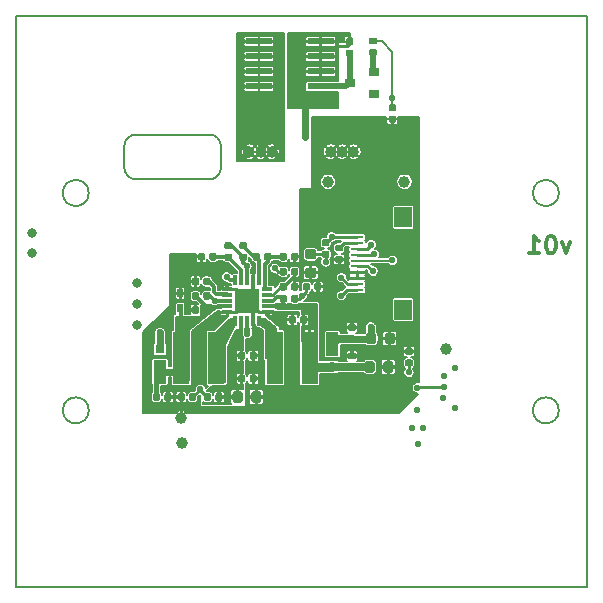
<source format=gbr>
%TF.GenerationSoftware,KiCad,Pcbnew,(5.1.4)-1*%
%TF.CreationDate,2019-12-19T16:50:30-07:00*%
%TF.ProjectId,SolarCellZ_v1,536f6c61-7243-4656-9c6c-5a5f76312e6b,rev?*%
%TF.SameCoordinates,Original*%
%TF.FileFunction,Copper,L6,Bot*%
%TF.FilePolarity,Positive*%
%FSLAX46Y46*%
G04 Gerber Fmt 4.6, Leading zero omitted, Abs format (unit mm)*
G04 Created by KiCad (PCBNEW (5.1.4)-1) date 2019-12-19 16:50:30*
%MOMM*%
%LPD*%
G04 APERTURE LIST*
%ADD10C,0.200000*%
%ADD11C,0.300000*%
%ADD12R,1.100000X0.250000*%
%ADD13R,1.500000X1.700000*%
%ADD14C,1.016000*%
%ADD15C,1.000000*%
%ADD16R,0.800000X0.800000*%
%ADD17R,1.100000X2.000000*%
%ADD18R,2.209800X0.609600*%
%ADD19C,0.100000*%
%ADD20C,0.590000*%
%ADD21R,0.900000X0.800000*%
%ADD22C,0.875000*%
%ADD23R,0.500000X0.700000*%
%ADD24R,2.150000X2.150000*%
%ADD25R,0.300000X0.900000*%
%ADD26R,0.900000X0.300000*%
%ADD27R,1.435100X4.394200*%
%ADD28C,0.584200*%
%ADD29C,0.800000*%
%ADD30C,0.248920*%
%ADD31C,0.609600*%
%ADD32C,0.635000*%
%ADD33C,0.203200*%
%ADD34C,0.299720*%
%ADD35C,0.254000*%
%ADD36C,0.228600*%
%ADD37C,0.500000*%
%ADD38C,0.152400*%
%ADD39C,0.508000*%
%ADD40C,0.381000*%
%ADD41C,0.762000*%
%ADD42C,0.127000*%
G04 APERTURE END LIST*
D10*
X107407500Y-52841000D02*
G75*
G02X106407500Y-53841000I-1000000J0D01*
G01*
X100207500Y-53841000D02*
G75*
G02X99207500Y-52841000I0J1000000D01*
G01*
X106407500Y-50041000D02*
G75*
G02X107407500Y-51041000I0J-1000000D01*
G01*
X99207500Y-51041000D02*
G75*
G02X100207500Y-50041000I1000000J0D01*
G01*
X96207500Y-54991000D02*
G75*
G03X96207500Y-54991000I-1100000J0D01*
G01*
X106407500Y-50041000D02*
X100207500Y-50041000D01*
X138407500Y-39991000D02*
X138407500Y-88391000D01*
X138407500Y-88391000D02*
X90007500Y-88391000D01*
X96207500Y-73391000D02*
G75*
G03X96207500Y-73391000I-1100000J0D01*
G01*
X90007500Y-88391000D02*
X90007500Y-39991000D01*
X90007500Y-39991000D02*
X138407500Y-39991000D01*
X100207500Y-53841000D02*
X106407500Y-53841000D01*
X136007500Y-73391000D02*
G75*
G03X136007500Y-73391000I-1100000J0D01*
G01*
X136007500Y-54991000D02*
G75*
G03X136007500Y-54991000I-1100000J0D01*
G01*
X107407500Y-52841000D02*
X107407500Y-51041000D01*
X99207500Y-51041000D02*
X99207500Y-52841000D01*
D11*
X136977214Y-59114571D02*
X136620071Y-60114571D01*
X136262928Y-59114571D01*
X135405785Y-58614571D02*
X135262928Y-58614571D01*
X135120071Y-58686000D01*
X135048642Y-58757428D01*
X134977214Y-58900285D01*
X134905785Y-59186000D01*
X134905785Y-59543142D01*
X134977214Y-59828857D01*
X135048642Y-59971714D01*
X135120071Y-60043142D01*
X135262928Y-60114571D01*
X135405785Y-60114571D01*
X135548642Y-60043142D01*
X135620071Y-59971714D01*
X135691500Y-59828857D01*
X135762928Y-59543142D01*
X135762928Y-59186000D01*
X135691500Y-58900285D01*
X135620071Y-58757428D01*
X135548642Y-58686000D01*
X135405785Y-58614571D01*
X133477214Y-60114571D02*
X134334357Y-60114571D01*
X133905785Y-60114571D02*
X133905785Y-58614571D01*
X134048642Y-58828857D01*
X134191500Y-58971714D01*
X134334357Y-59043142D01*
D12*
X118935500Y-58710000D03*
X118935500Y-59210000D03*
X118935500Y-59710000D03*
X118935500Y-60210000D03*
X118935500Y-60710000D03*
X118935500Y-61210000D03*
X118935500Y-61710000D03*
X118935500Y-62210000D03*
X118935500Y-62710000D03*
X118935500Y-63210000D03*
D13*
X122835500Y-57060000D03*
X122835500Y-64860000D03*
D14*
X116700000Y-51500000D03*
X117650000Y-51500000D03*
X111700000Y-51500000D03*
X110750000Y-51500000D03*
X118600000Y-51500000D03*
X109800000Y-51500000D03*
D15*
X116459000Y-54038500D03*
X122936000Y-54038500D03*
X126492000Y-68199000D03*
X104013000Y-74041000D03*
X104076500Y-76200000D03*
D16*
X102235000Y-68219000D03*
D17*
X102235000Y-70119000D03*
D18*
X110604300Y-42164000D03*
X110604300Y-43434000D03*
X110604300Y-44704000D03*
X110604300Y-45974000D03*
X115836700Y-45974000D03*
X115836700Y-44704000D03*
X115836700Y-43434000D03*
X115836700Y-42164000D03*
D19*
G36*
X118487458Y-41892710D02*
G01*
X118501776Y-41894834D01*
X118515817Y-41898351D01*
X118529446Y-41903228D01*
X118542531Y-41909417D01*
X118554947Y-41916858D01*
X118566573Y-41925481D01*
X118577298Y-41935202D01*
X118587019Y-41945927D01*
X118595642Y-41957553D01*
X118603083Y-41969969D01*
X118609272Y-41983054D01*
X118614149Y-41996683D01*
X118617666Y-42010724D01*
X118619790Y-42025042D01*
X118620500Y-42039500D01*
X118620500Y-42334500D01*
X118619790Y-42348958D01*
X118617666Y-42363276D01*
X118614149Y-42377317D01*
X118609272Y-42390946D01*
X118603083Y-42404031D01*
X118595642Y-42416447D01*
X118587019Y-42428073D01*
X118577298Y-42438798D01*
X118566573Y-42448519D01*
X118554947Y-42457142D01*
X118542531Y-42464583D01*
X118529446Y-42470772D01*
X118515817Y-42475649D01*
X118501776Y-42479166D01*
X118487458Y-42481290D01*
X118473000Y-42482000D01*
X118128000Y-42482000D01*
X118113542Y-42481290D01*
X118099224Y-42479166D01*
X118085183Y-42475649D01*
X118071554Y-42470772D01*
X118058469Y-42464583D01*
X118046053Y-42457142D01*
X118034427Y-42448519D01*
X118023702Y-42438798D01*
X118013981Y-42428073D01*
X118005358Y-42416447D01*
X117997917Y-42404031D01*
X117991728Y-42390946D01*
X117986851Y-42377317D01*
X117983334Y-42363276D01*
X117981210Y-42348958D01*
X117980500Y-42334500D01*
X117980500Y-42039500D01*
X117981210Y-42025042D01*
X117983334Y-42010724D01*
X117986851Y-41996683D01*
X117991728Y-41983054D01*
X117997917Y-41969969D01*
X118005358Y-41957553D01*
X118013981Y-41945927D01*
X118023702Y-41935202D01*
X118034427Y-41925481D01*
X118046053Y-41916858D01*
X118058469Y-41909417D01*
X118071554Y-41903228D01*
X118085183Y-41898351D01*
X118099224Y-41894834D01*
X118113542Y-41892710D01*
X118128000Y-41892000D01*
X118473000Y-41892000D01*
X118487458Y-41892710D01*
X118487458Y-41892710D01*
G37*
D20*
X118300500Y-42187000D03*
D19*
G36*
X118487458Y-42862710D02*
G01*
X118501776Y-42864834D01*
X118515817Y-42868351D01*
X118529446Y-42873228D01*
X118542531Y-42879417D01*
X118554947Y-42886858D01*
X118566573Y-42895481D01*
X118577298Y-42905202D01*
X118587019Y-42915927D01*
X118595642Y-42927553D01*
X118603083Y-42939969D01*
X118609272Y-42953054D01*
X118614149Y-42966683D01*
X118617666Y-42980724D01*
X118619790Y-42995042D01*
X118620500Y-43009500D01*
X118620500Y-43304500D01*
X118619790Y-43318958D01*
X118617666Y-43333276D01*
X118614149Y-43347317D01*
X118609272Y-43360946D01*
X118603083Y-43374031D01*
X118595642Y-43386447D01*
X118587019Y-43398073D01*
X118577298Y-43408798D01*
X118566573Y-43418519D01*
X118554947Y-43427142D01*
X118542531Y-43434583D01*
X118529446Y-43440772D01*
X118515817Y-43445649D01*
X118501776Y-43449166D01*
X118487458Y-43451290D01*
X118473000Y-43452000D01*
X118128000Y-43452000D01*
X118113542Y-43451290D01*
X118099224Y-43449166D01*
X118085183Y-43445649D01*
X118071554Y-43440772D01*
X118058469Y-43434583D01*
X118046053Y-43427142D01*
X118034427Y-43418519D01*
X118023702Y-43408798D01*
X118013981Y-43398073D01*
X118005358Y-43386447D01*
X117997917Y-43374031D01*
X117991728Y-43360946D01*
X117986851Y-43347317D01*
X117983334Y-43333276D01*
X117981210Y-43318958D01*
X117980500Y-43304500D01*
X117980500Y-43009500D01*
X117981210Y-42995042D01*
X117983334Y-42980724D01*
X117986851Y-42966683D01*
X117991728Y-42953054D01*
X117997917Y-42939969D01*
X118005358Y-42927553D01*
X118013981Y-42915927D01*
X118023702Y-42905202D01*
X118034427Y-42895481D01*
X118046053Y-42886858D01*
X118058469Y-42879417D01*
X118071554Y-42873228D01*
X118085183Y-42868351D01*
X118099224Y-42864834D01*
X118113542Y-42862710D01*
X118128000Y-42862000D01*
X118473000Y-42862000D01*
X118487458Y-42862710D01*
X118487458Y-42862710D01*
G37*
D20*
X118300500Y-43157000D03*
D19*
G36*
X120455958Y-41829210D02*
G01*
X120470276Y-41831334D01*
X120484317Y-41834851D01*
X120497946Y-41839728D01*
X120511031Y-41845917D01*
X120523447Y-41853358D01*
X120535073Y-41861981D01*
X120545798Y-41871702D01*
X120555519Y-41882427D01*
X120564142Y-41894053D01*
X120571583Y-41906469D01*
X120577772Y-41919554D01*
X120582649Y-41933183D01*
X120586166Y-41947224D01*
X120588290Y-41961542D01*
X120589000Y-41976000D01*
X120589000Y-42271000D01*
X120588290Y-42285458D01*
X120586166Y-42299776D01*
X120582649Y-42313817D01*
X120577772Y-42327446D01*
X120571583Y-42340531D01*
X120564142Y-42352947D01*
X120555519Y-42364573D01*
X120545798Y-42375298D01*
X120535073Y-42385019D01*
X120523447Y-42393642D01*
X120511031Y-42401083D01*
X120497946Y-42407272D01*
X120484317Y-42412149D01*
X120470276Y-42415666D01*
X120455958Y-42417790D01*
X120441500Y-42418500D01*
X120096500Y-42418500D01*
X120082042Y-42417790D01*
X120067724Y-42415666D01*
X120053683Y-42412149D01*
X120040054Y-42407272D01*
X120026969Y-42401083D01*
X120014553Y-42393642D01*
X120002927Y-42385019D01*
X119992202Y-42375298D01*
X119982481Y-42364573D01*
X119973858Y-42352947D01*
X119966417Y-42340531D01*
X119960228Y-42327446D01*
X119955351Y-42313817D01*
X119951834Y-42299776D01*
X119949710Y-42285458D01*
X119949000Y-42271000D01*
X119949000Y-41976000D01*
X119949710Y-41961542D01*
X119951834Y-41947224D01*
X119955351Y-41933183D01*
X119960228Y-41919554D01*
X119966417Y-41906469D01*
X119973858Y-41894053D01*
X119982481Y-41882427D01*
X119992202Y-41871702D01*
X120002927Y-41861981D01*
X120014553Y-41853358D01*
X120026969Y-41845917D01*
X120040054Y-41839728D01*
X120053683Y-41834851D01*
X120067724Y-41831334D01*
X120082042Y-41829210D01*
X120096500Y-41828500D01*
X120441500Y-41828500D01*
X120455958Y-41829210D01*
X120455958Y-41829210D01*
G37*
D20*
X120269000Y-42123500D03*
D19*
G36*
X120455958Y-42799210D02*
G01*
X120470276Y-42801334D01*
X120484317Y-42804851D01*
X120497946Y-42809728D01*
X120511031Y-42815917D01*
X120523447Y-42823358D01*
X120535073Y-42831981D01*
X120545798Y-42841702D01*
X120555519Y-42852427D01*
X120564142Y-42864053D01*
X120571583Y-42876469D01*
X120577772Y-42889554D01*
X120582649Y-42903183D01*
X120586166Y-42917224D01*
X120588290Y-42931542D01*
X120589000Y-42946000D01*
X120589000Y-43241000D01*
X120588290Y-43255458D01*
X120586166Y-43269776D01*
X120582649Y-43283817D01*
X120577772Y-43297446D01*
X120571583Y-43310531D01*
X120564142Y-43322947D01*
X120555519Y-43334573D01*
X120545798Y-43345298D01*
X120535073Y-43355019D01*
X120523447Y-43363642D01*
X120511031Y-43371083D01*
X120497946Y-43377272D01*
X120484317Y-43382149D01*
X120470276Y-43385666D01*
X120455958Y-43387790D01*
X120441500Y-43388500D01*
X120096500Y-43388500D01*
X120082042Y-43387790D01*
X120067724Y-43385666D01*
X120053683Y-43382149D01*
X120040054Y-43377272D01*
X120026969Y-43371083D01*
X120014553Y-43363642D01*
X120002927Y-43355019D01*
X119992202Y-43345298D01*
X119982481Y-43334573D01*
X119973858Y-43322947D01*
X119966417Y-43310531D01*
X119960228Y-43297446D01*
X119955351Y-43283817D01*
X119951834Y-43269776D01*
X119949710Y-43255458D01*
X119949000Y-43241000D01*
X119949000Y-42946000D01*
X119949710Y-42931542D01*
X119951834Y-42917224D01*
X119955351Y-42903183D01*
X119960228Y-42889554D01*
X119966417Y-42876469D01*
X119973858Y-42864053D01*
X119982481Y-42852427D01*
X119992202Y-42841702D01*
X120002927Y-42831981D01*
X120014553Y-42823358D01*
X120026969Y-42815917D01*
X120040054Y-42809728D01*
X120053683Y-42804851D01*
X120067724Y-42801334D01*
X120082042Y-42799210D01*
X120096500Y-42798500D01*
X120441500Y-42798500D01*
X120455958Y-42799210D01*
X120455958Y-42799210D01*
G37*
D20*
X120269000Y-43093500D03*
D19*
G36*
X122106958Y-48450710D02*
G01*
X122121276Y-48452834D01*
X122135317Y-48456351D01*
X122148946Y-48461228D01*
X122162031Y-48467417D01*
X122174447Y-48474858D01*
X122186073Y-48483481D01*
X122196798Y-48493202D01*
X122206519Y-48503927D01*
X122215142Y-48515553D01*
X122222583Y-48527969D01*
X122228772Y-48541054D01*
X122233649Y-48554683D01*
X122237166Y-48568724D01*
X122239290Y-48583042D01*
X122240000Y-48597500D01*
X122240000Y-48892500D01*
X122239290Y-48906958D01*
X122237166Y-48921276D01*
X122233649Y-48935317D01*
X122228772Y-48948946D01*
X122222583Y-48962031D01*
X122215142Y-48974447D01*
X122206519Y-48986073D01*
X122196798Y-48996798D01*
X122186073Y-49006519D01*
X122174447Y-49015142D01*
X122162031Y-49022583D01*
X122148946Y-49028772D01*
X122135317Y-49033649D01*
X122121276Y-49037166D01*
X122106958Y-49039290D01*
X122092500Y-49040000D01*
X121747500Y-49040000D01*
X121733042Y-49039290D01*
X121718724Y-49037166D01*
X121704683Y-49033649D01*
X121691054Y-49028772D01*
X121677969Y-49022583D01*
X121665553Y-49015142D01*
X121653927Y-49006519D01*
X121643202Y-48996798D01*
X121633481Y-48986073D01*
X121624858Y-48974447D01*
X121617417Y-48962031D01*
X121611228Y-48948946D01*
X121606351Y-48935317D01*
X121602834Y-48921276D01*
X121600710Y-48906958D01*
X121600000Y-48892500D01*
X121600000Y-48597500D01*
X121600710Y-48583042D01*
X121602834Y-48568724D01*
X121606351Y-48554683D01*
X121611228Y-48541054D01*
X121617417Y-48527969D01*
X121624858Y-48515553D01*
X121633481Y-48503927D01*
X121643202Y-48493202D01*
X121653927Y-48483481D01*
X121665553Y-48474858D01*
X121677969Y-48467417D01*
X121691054Y-48461228D01*
X121704683Y-48456351D01*
X121718724Y-48452834D01*
X121733042Y-48450710D01*
X121747500Y-48450000D01*
X122092500Y-48450000D01*
X122106958Y-48450710D01*
X122106958Y-48450710D01*
G37*
D20*
X121920000Y-48745000D03*
D19*
G36*
X122106958Y-47480710D02*
G01*
X122121276Y-47482834D01*
X122135317Y-47486351D01*
X122148946Y-47491228D01*
X122162031Y-47497417D01*
X122174447Y-47504858D01*
X122186073Y-47513481D01*
X122196798Y-47523202D01*
X122206519Y-47533927D01*
X122215142Y-47545553D01*
X122222583Y-47557969D01*
X122228772Y-47571054D01*
X122233649Y-47584683D01*
X122237166Y-47598724D01*
X122239290Y-47613042D01*
X122240000Y-47627500D01*
X122240000Y-47922500D01*
X122239290Y-47936958D01*
X122237166Y-47951276D01*
X122233649Y-47965317D01*
X122228772Y-47978946D01*
X122222583Y-47992031D01*
X122215142Y-48004447D01*
X122206519Y-48016073D01*
X122196798Y-48026798D01*
X122186073Y-48036519D01*
X122174447Y-48045142D01*
X122162031Y-48052583D01*
X122148946Y-48058772D01*
X122135317Y-48063649D01*
X122121276Y-48067166D01*
X122106958Y-48069290D01*
X122092500Y-48070000D01*
X121747500Y-48070000D01*
X121733042Y-48069290D01*
X121718724Y-48067166D01*
X121704683Y-48063649D01*
X121691054Y-48058772D01*
X121677969Y-48052583D01*
X121665553Y-48045142D01*
X121653927Y-48036519D01*
X121643202Y-48026798D01*
X121633481Y-48016073D01*
X121624858Y-48004447D01*
X121617417Y-47992031D01*
X121611228Y-47978946D01*
X121606351Y-47965317D01*
X121602834Y-47951276D01*
X121600710Y-47936958D01*
X121600000Y-47922500D01*
X121600000Y-47627500D01*
X121600710Y-47613042D01*
X121602834Y-47598724D01*
X121606351Y-47584683D01*
X121611228Y-47571054D01*
X121617417Y-47557969D01*
X121624858Y-47545553D01*
X121633481Y-47533927D01*
X121643202Y-47523202D01*
X121653927Y-47513481D01*
X121665553Y-47504858D01*
X121677969Y-47497417D01*
X121691054Y-47491228D01*
X121704683Y-47486351D01*
X121718724Y-47482834D01*
X121733042Y-47480710D01*
X121747500Y-47480000D01*
X122092500Y-47480000D01*
X122106958Y-47480710D01*
X122106958Y-47480710D01*
G37*
D20*
X121920000Y-47775000D03*
D21*
X118316500Y-45656500D03*
X120316500Y-46606500D03*
X120316500Y-44706500D03*
D19*
G36*
X123503958Y-69088210D02*
G01*
X123518276Y-69090334D01*
X123532317Y-69093851D01*
X123545946Y-69098728D01*
X123559031Y-69104917D01*
X123571447Y-69112358D01*
X123583073Y-69120981D01*
X123593798Y-69130702D01*
X123603519Y-69141427D01*
X123612142Y-69153053D01*
X123619583Y-69165469D01*
X123625772Y-69178554D01*
X123630649Y-69192183D01*
X123634166Y-69206224D01*
X123636290Y-69220542D01*
X123637000Y-69235000D01*
X123637000Y-69530000D01*
X123636290Y-69544458D01*
X123634166Y-69558776D01*
X123630649Y-69572817D01*
X123625772Y-69586446D01*
X123619583Y-69599531D01*
X123612142Y-69611947D01*
X123603519Y-69623573D01*
X123593798Y-69634298D01*
X123583073Y-69644019D01*
X123571447Y-69652642D01*
X123559031Y-69660083D01*
X123545946Y-69666272D01*
X123532317Y-69671149D01*
X123518276Y-69674666D01*
X123503958Y-69676790D01*
X123489500Y-69677500D01*
X123144500Y-69677500D01*
X123130042Y-69676790D01*
X123115724Y-69674666D01*
X123101683Y-69671149D01*
X123088054Y-69666272D01*
X123074969Y-69660083D01*
X123062553Y-69652642D01*
X123050927Y-69644019D01*
X123040202Y-69634298D01*
X123030481Y-69623573D01*
X123021858Y-69611947D01*
X123014417Y-69599531D01*
X123008228Y-69586446D01*
X123003351Y-69572817D01*
X122999834Y-69558776D01*
X122997710Y-69544458D01*
X122997000Y-69530000D01*
X122997000Y-69235000D01*
X122997710Y-69220542D01*
X122999834Y-69206224D01*
X123003351Y-69192183D01*
X123008228Y-69178554D01*
X123014417Y-69165469D01*
X123021858Y-69153053D01*
X123030481Y-69141427D01*
X123040202Y-69130702D01*
X123050927Y-69120981D01*
X123062553Y-69112358D01*
X123074969Y-69104917D01*
X123088054Y-69098728D01*
X123101683Y-69093851D01*
X123115724Y-69090334D01*
X123130042Y-69088210D01*
X123144500Y-69087500D01*
X123489500Y-69087500D01*
X123503958Y-69088210D01*
X123503958Y-69088210D01*
G37*
D20*
X123317000Y-69382500D03*
D19*
G36*
X123503958Y-68118210D02*
G01*
X123518276Y-68120334D01*
X123532317Y-68123851D01*
X123545946Y-68128728D01*
X123559031Y-68134917D01*
X123571447Y-68142358D01*
X123583073Y-68150981D01*
X123593798Y-68160702D01*
X123603519Y-68171427D01*
X123612142Y-68183053D01*
X123619583Y-68195469D01*
X123625772Y-68208554D01*
X123630649Y-68222183D01*
X123634166Y-68236224D01*
X123636290Y-68250542D01*
X123637000Y-68265000D01*
X123637000Y-68560000D01*
X123636290Y-68574458D01*
X123634166Y-68588776D01*
X123630649Y-68602817D01*
X123625772Y-68616446D01*
X123619583Y-68629531D01*
X123612142Y-68641947D01*
X123603519Y-68653573D01*
X123593798Y-68664298D01*
X123583073Y-68674019D01*
X123571447Y-68682642D01*
X123559031Y-68690083D01*
X123545946Y-68696272D01*
X123532317Y-68701149D01*
X123518276Y-68704666D01*
X123503958Y-68706790D01*
X123489500Y-68707500D01*
X123144500Y-68707500D01*
X123130042Y-68706790D01*
X123115724Y-68704666D01*
X123101683Y-68701149D01*
X123088054Y-68696272D01*
X123074969Y-68690083D01*
X123062553Y-68682642D01*
X123050927Y-68674019D01*
X123040202Y-68664298D01*
X123030481Y-68653573D01*
X123021858Y-68641947D01*
X123014417Y-68629531D01*
X123008228Y-68616446D01*
X123003351Y-68602817D01*
X122999834Y-68588776D01*
X122997710Y-68574458D01*
X122997000Y-68560000D01*
X122997000Y-68265000D01*
X122997710Y-68250542D01*
X122999834Y-68236224D01*
X123003351Y-68222183D01*
X123008228Y-68208554D01*
X123014417Y-68195469D01*
X123021858Y-68183053D01*
X123030481Y-68171427D01*
X123040202Y-68160702D01*
X123050927Y-68150981D01*
X123062553Y-68142358D01*
X123074969Y-68134917D01*
X123088054Y-68128728D01*
X123101683Y-68123851D01*
X123115724Y-68120334D01*
X123130042Y-68118210D01*
X123144500Y-68117500D01*
X123489500Y-68117500D01*
X123503958Y-68118210D01*
X123503958Y-68118210D01*
G37*
D20*
X123317000Y-68412500D03*
D19*
G36*
X115276191Y-61311053D02*
G01*
X115297426Y-61314203D01*
X115318250Y-61319419D01*
X115338462Y-61326651D01*
X115357868Y-61335830D01*
X115376281Y-61346866D01*
X115393524Y-61359654D01*
X115409430Y-61374070D01*
X115423846Y-61389976D01*
X115436634Y-61407219D01*
X115447670Y-61425632D01*
X115456849Y-61445038D01*
X115464081Y-61465250D01*
X115469297Y-61486074D01*
X115472447Y-61507309D01*
X115473500Y-61528750D01*
X115473500Y-61966250D01*
X115472447Y-61987691D01*
X115469297Y-62008926D01*
X115464081Y-62029750D01*
X115456849Y-62049962D01*
X115447670Y-62069368D01*
X115436634Y-62087781D01*
X115423846Y-62105024D01*
X115409430Y-62120930D01*
X115393524Y-62135346D01*
X115376281Y-62148134D01*
X115357868Y-62159170D01*
X115338462Y-62168349D01*
X115318250Y-62175581D01*
X115297426Y-62180797D01*
X115276191Y-62183947D01*
X115254750Y-62185000D01*
X114742250Y-62185000D01*
X114720809Y-62183947D01*
X114699574Y-62180797D01*
X114678750Y-62175581D01*
X114658538Y-62168349D01*
X114639132Y-62159170D01*
X114620719Y-62148134D01*
X114603476Y-62135346D01*
X114587570Y-62120930D01*
X114573154Y-62105024D01*
X114560366Y-62087781D01*
X114549330Y-62069368D01*
X114540151Y-62049962D01*
X114532919Y-62029750D01*
X114527703Y-62008926D01*
X114524553Y-61987691D01*
X114523500Y-61966250D01*
X114523500Y-61528750D01*
X114524553Y-61507309D01*
X114527703Y-61486074D01*
X114532919Y-61465250D01*
X114540151Y-61445038D01*
X114549330Y-61425632D01*
X114560366Y-61407219D01*
X114573154Y-61389976D01*
X114587570Y-61374070D01*
X114603476Y-61359654D01*
X114620719Y-61346866D01*
X114639132Y-61335830D01*
X114658538Y-61326651D01*
X114678750Y-61319419D01*
X114699574Y-61314203D01*
X114720809Y-61311053D01*
X114742250Y-61310000D01*
X115254750Y-61310000D01*
X115276191Y-61311053D01*
X115276191Y-61311053D01*
G37*
D22*
X114998500Y-61747500D03*
D19*
G36*
X115276191Y-59736053D02*
G01*
X115297426Y-59739203D01*
X115318250Y-59744419D01*
X115338462Y-59751651D01*
X115357868Y-59760830D01*
X115376281Y-59771866D01*
X115393524Y-59784654D01*
X115409430Y-59799070D01*
X115423846Y-59814976D01*
X115436634Y-59832219D01*
X115447670Y-59850632D01*
X115456849Y-59870038D01*
X115464081Y-59890250D01*
X115469297Y-59911074D01*
X115472447Y-59932309D01*
X115473500Y-59953750D01*
X115473500Y-60391250D01*
X115472447Y-60412691D01*
X115469297Y-60433926D01*
X115464081Y-60454750D01*
X115456849Y-60474962D01*
X115447670Y-60494368D01*
X115436634Y-60512781D01*
X115423846Y-60530024D01*
X115409430Y-60545930D01*
X115393524Y-60560346D01*
X115376281Y-60573134D01*
X115357868Y-60584170D01*
X115338462Y-60593349D01*
X115318250Y-60600581D01*
X115297426Y-60605797D01*
X115276191Y-60608947D01*
X115254750Y-60610000D01*
X114742250Y-60610000D01*
X114720809Y-60608947D01*
X114699574Y-60605797D01*
X114678750Y-60600581D01*
X114658538Y-60593349D01*
X114639132Y-60584170D01*
X114620719Y-60573134D01*
X114603476Y-60560346D01*
X114587570Y-60545930D01*
X114573154Y-60530024D01*
X114560366Y-60512781D01*
X114549330Y-60494368D01*
X114540151Y-60474962D01*
X114532919Y-60454750D01*
X114527703Y-60433926D01*
X114524553Y-60412691D01*
X114523500Y-60391250D01*
X114523500Y-59953750D01*
X114524553Y-59932309D01*
X114527703Y-59911074D01*
X114532919Y-59890250D01*
X114540151Y-59870038D01*
X114549330Y-59850632D01*
X114560366Y-59832219D01*
X114573154Y-59814976D01*
X114587570Y-59799070D01*
X114603476Y-59784654D01*
X114620719Y-59771866D01*
X114639132Y-59760830D01*
X114658538Y-59751651D01*
X114678750Y-59744419D01*
X114699574Y-59739203D01*
X114720809Y-59736053D01*
X114742250Y-59735000D01*
X115254750Y-59735000D01*
X115276191Y-59736053D01*
X115276191Y-59736053D01*
G37*
D22*
X114998500Y-60172500D03*
D19*
G36*
X110291118Y-70383366D02*
G01*
X110305436Y-70385490D01*
X110319477Y-70389007D01*
X110333106Y-70393884D01*
X110346191Y-70400073D01*
X110358607Y-70407514D01*
X110370233Y-70416137D01*
X110380958Y-70425858D01*
X110390679Y-70436583D01*
X110399302Y-70448209D01*
X110406743Y-70460625D01*
X110412932Y-70473710D01*
X110417809Y-70487339D01*
X110421326Y-70501380D01*
X110423450Y-70515698D01*
X110424160Y-70530156D01*
X110424160Y-70875156D01*
X110423450Y-70889614D01*
X110421326Y-70903932D01*
X110417809Y-70917973D01*
X110412932Y-70931602D01*
X110406743Y-70944687D01*
X110399302Y-70957103D01*
X110390679Y-70968729D01*
X110380958Y-70979454D01*
X110370233Y-70989175D01*
X110358607Y-70997798D01*
X110346191Y-71005239D01*
X110333106Y-71011428D01*
X110319477Y-71016305D01*
X110305436Y-71019822D01*
X110291118Y-71021946D01*
X110276660Y-71022656D01*
X109981660Y-71022656D01*
X109967202Y-71021946D01*
X109952884Y-71019822D01*
X109938843Y-71016305D01*
X109925214Y-71011428D01*
X109912129Y-71005239D01*
X109899713Y-70997798D01*
X109888087Y-70989175D01*
X109877362Y-70979454D01*
X109867641Y-70968729D01*
X109859018Y-70957103D01*
X109851577Y-70944687D01*
X109845388Y-70931602D01*
X109840511Y-70917973D01*
X109836994Y-70903932D01*
X109834870Y-70889614D01*
X109834160Y-70875156D01*
X109834160Y-70530156D01*
X109834870Y-70515698D01*
X109836994Y-70501380D01*
X109840511Y-70487339D01*
X109845388Y-70473710D01*
X109851577Y-70460625D01*
X109859018Y-70448209D01*
X109867641Y-70436583D01*
X109877362Y-70425858D01*
X109888087Y-70416137D01*
X109899713Y-70407514D01*
X109912129Y-70400073D01*
X109925214Y-70393884D01*
X109938843Y-70389007D01*
X109952884Y-70385490D01*
X109967202Y-70383366D01*
X109981660Y-70382656D01*
X110276660Y-70382656D01*
X110291118Y-70383366D01*
X110291118Y-70383366D01*
G37*
D20*
X110129160Y-70702656D03*
D19*
G36*
X109321118Y-70383366D02*
G01*
X109335436Y-70385490D01*
X109349477Y-70389007D01*
X109363106Y-70393884D01*
X109376191Y-70400073D01*
X109388607Y-70407514D01*
X109400233Y-70416137D01*
X109410958Y-70425858D01*
X109420679Y-70436583D01*
X109429302Y-70448209D01*
X109436743Y-70460625D01*
X109442932Y-70473710D01*
X109447809Y-70487339D01*
X109451326Y-70501380D01*
X109453450Y-70515698D01*
X109454160Y-70530156D01*
X109454160Y-70875156D01*
X109453450Y-70889614D01*
X109451326Y-70903932D01*
X109447809Y-70917973D01*
X109442932Y-70931602D01*
X109436743Y-70944687D01*
X109429302Y-70957103D01*
X109420679Y-70968729D01*
X109410958Y-70979454D01*
X109400233Y-70989175D01*
X109388607Y-70997798D01*
X109376191Y-71005239D01*
X109363106Y-71011428D01*
X109349477Y-71016305D01*
X109335436Y-71019822D01*
X109321118Y-71021946D01*
X109306660Y-71022656D01*
X109011660Y-71022656D01*
X108997202Y-71021946D01*
X108982884Y-71019822D01*
X108968843Y-71016305D01*
X108955214Y-71011428D01*
X108942129Y-71005239D01*
X108929713Y-70997798D01*
X108918087Y-70989175D01*
X108907362Y-70979454D01*
X108897641Y-70968729D01*
X108889018Y-70957103D01*
X108881577Y-70944687D01*
X108875388Y-70931602D01*
X108870511Y-70917973D01*
X108866994Y-70903932D01*
X108864870Y-70889614D01*
X108864160Y-70875156D01*
X108864160Y-70530156D01*
X108864870Y-70515698D01*
X108866994Y-70501380D01*
X108870511Y-70487339D01*
X108875388Y-70473710D01*
X108881577Y-70460625D01*
X108889018Y-70448209D01*
X108897641Y-70436583D01*
X108907362Y-70425858D01*
X108918087Y-70416137D01*
X108929713Y-70407514D01*
X108942129Y-70400073D01*
X108955214Y-70393884D01*
X108968843Y-70389007D01*
X108982884Y-70385490D01*
X108997202Y-70383366D01*
X109011660Y-70382656D01*
X109306660Y-70382656D01*
X109321118Y-70383366D01*
X109321118Y-70383366D01*
G37*
D20*
X109159160Y-70702656D03*
D19*
G36*
X121931691Y-66836053D02*
G01*
X121952926Y-66839203D01*
X121973750Y-66844419D01*
X121993962Y-66851651D01*
X122013368Y-66860830D01*
X122031781Y-66871866D01*
X122049024Y-66884654D01*
X122064930Y-66899070D01*
X122079346Y-66914976D01*
X122092134Y-66932219D01*
X122103170Y-66950632D01*
X122112349Y-66970038D01*
X122119581Y-66990250D01*
X122124797Y-67011074D01*
X122127947Y-67032309D01*
X122129000Y-67053750D01*
X122129000Y-67566250D01*
X122127947Y-67587691D01*
X122124797Y-67608926D01*
X122119581Y-67629750D01*
X122112349Y-67649962D01*
X122103170Y-67669368D01*
X122092134Y-67687781D01*
X122079346Y-67705024D01*
X122064930Y-67720930D01*
X122049024Y-67735346D01*
X122031781Y-67748134D01*
X122013368Y-67759170D01*
X121993962Y-67768349D01*
X121973750Y-67775581D01*
X121952926Y-67780797D01*
X121931691Y-67783947D01*
X121910250Y-67785000D01*
X121472750Y-67785000D01*
X121451309Y-67783947D01*
X121430074Y-67780797D01*
X121409250Y-67775581D01*
X121389038Y-67768349D01*
X121369632Y-67759170D01*
X121351219Y-67748134D01*
X121333976Y-67735346D01*
X121318070Y-67720930D01*
X121303654Y-67705024D01*
X121290866Y-67687781D01*
X121279830Y-67669368D01*
X121270651Y-67649962D01*
X121263419Y-67629750D01*
X121258203Y-67608926D01*
X121255053Y-67587691D01*
X121254000Y-67566250D01*
X121254000Y-67053750D01*
X121255053Y-67032309D01*
X121258203Y-67011074D01*
X121263419Y-66990250D01*
X121270651Y-66970038D01*
X121279830Y-66950632D01*
X121290866Y-66932219D01*
X121303654Y-66914976D01*
X121318070Y-66899070D01*
X121333976Y-66884654D01*
X121351219Y-66871866D01*
X121369632Y-66860830D01*
X121389038Y-66851651D01*
X121409250Y-66844419D01*
X121430074Y-66839203D01*
X121451309Y-66836053D01*
X121472750Y-66835000D01*
X121910250Y-66835000D01*
X121931691Y-66836053D01*
X121931691Y-66836053D01*
G37*
D22*
X121691500Y-67310000D03*
D19*
G36*
X120356691Y-66836053D02*
G01*
X120377926Y-66839203D01*
X120398750Y-66844419D01*
X120418962Y-66851651D01*
X120438368Y-66860830D01*
X120456781Y-66871866D01*
X120474024Y-66884654D01*
X120489930Y-66899070D01*
X120504346Y-66914976D01*
X120517134Y-66932219D01*
X120528170Y-66950632D01*
X120537349Y-66970038D01*
X120544581Y-66990250D01*
X120549797Y-67011074D01*
X120552947Y-67032309D01*
X120554000Y-67053750D01*
X120554000Y-67566250D01*
X120552947Y-67587691D01*
X120549797Y-67608926D01*
X120544581Y-67629750D01*
X120537349Y-67649962D01*
X120528170Y-67669368D01*
X120517134Y-67687781D01*
X120504346Y-67705024D01*
X120489930Y-67720930D01*
X120474024Y-67735346D01*
X120456781Y-67748134D01*
X120438368Y-67759170D01*
X120418962Y-67768349D01*
X120398750Y-67775581D01*
X120377926Y-67780797D01*
X120356691Y-67783947D01*
X120335250Y-67785000D01*
X119897750Y-67785000D01*
X119876309Y-67783947D01*
X119855074Y-67780797D01*
X119834250Y-67775581D01*
X119814038Y-67768349D01*
X119794632Y-67759170D01*
X119776219Y-67748134D01*
X119758976Y-67735346D01*
X119743070Y-67720930D01*
X119728654Y-67705024D01*
X119715866Y-67687781D01*
X119704830Y-67669368D01*
X119695651Y-67649962D01*
X119688419Y-67629750D01*
X119683203Y-67608926D01*
X119680053Y-67587691D01*
X119679000Y-67566250D01*
X119679000Y-67053750D01*
X119680053Y-67032309D01*
X119683203Y-67011074D01*
X119688419Y-66990250D01*
X119695651Y-66970038D01*
X119704830Y-66950632D01*
X119715866Y-66932219D01*
X119728654Y-66914976D01*
X119743070Y-66899070D01*
X119758976Y-66884654D01*
X119776219Y-66871866D01*
X119794632Y-66860830D01*
X119814038Y-66851651D01*
X119834250Y-66844419D01*
X119855074Y-66839203D01*
X119876309Y-66836053D01*
X119897750Y-66835000D01*
X120335250Y-66835000D01*
X120356691Y-66836053D01*
X120356691Y-66836053D01*
G37*
D22*
X120116500Y-67310000D03*
D23*
X103949500Y-64770000D03*
X103949500Y-63470000D03*
D24*
X109624160Y-64098656D03*
D25*
X108624160Y-65798656D03*
X109124160Y-65798656D03*
X109624160Y-65798656D03*
X110124160Y-65798656D03*
X110624160Y-65798656D03*
D26*
X111324160Y-65098656D03*
X111324160Y-64598656D03*
X111324160Y-64098656D03*
X111324160Y-63598656D03*
X111324160Y-63098656D03*
D25*
X110624160Y-62398656D03*
X110124160Y-62398656D03*
X109624160Y-62398656D03*
X109124160Y-62398656D03*
X108624160Y-62398656D03*
D26*
X107924160Y-63098656D03*
X107924160Y-63598656D03*
X107924160Y-64098656D03*
X107924160Y-64598656D03*
X107924160Y-65098656D03*
D16*
X116840000Y-69703000D03*
D17*
X116840000Y-67803000D03*
D19*
G36*
X106882458Y-60069210D02*
G01*
X106896776Y-60071334D01*
X106910817Y-60074851D01*
X106924446Y-60079728D01*
X106937531Y-60085917D01*
X106949947Y-60093358D01*
X106961573Y-60101981D01*
X106972298Y-60111702D01*
X106982019Y-60122427D01*
X106990642Y-60134053D01*
X106998083Y-60146469D01*
X107004272Y-60159554D01*
X107009149Y-60173183D01*
X107012666Y-60187224D01*
X107014790Y-60201542D01*
X107015500Y-60216000D01*
X107015500Y-60561000D01*
X107014790Y-60575458D01*
X107012666Y-60589776D01*
X107009149Y-60603817D01*
X107004272Y-60617446D01*
X106998083Y-60630531D01*
X106990642Y-60642947D01*
X106982019Y-60654573D01*
X106972298Y-60665298D01*
X106961573Y-60675019D01*
X106949947Y-60683642D01*
X106937531Y-60691083D01*
X106924446Y-60697272D01*
X106910817Y-60702149D01*
X106896776Y-60705666D01*
X106882458Y-60707790D01*
X106868000Y-60708500D01*
X106573000Y-60708500D01*
X106558542Y-60707790D01*
X106544224Y-60705666D01*
X106530183Y-60702149D01*
X106516554Y-60697272D01*
X106503469Y-60691083D01*
X106491053Y-60683642D01*
X106479427Y-60675019D01*
X106468702Y-60665298D01*
X106458981Y-60654573D01*
X106450358Y-60642947D01*
X106442917Y-60630531D01*
X106436728Y-60617446D01*
X106431851Y-60603817D01*
X106428334Y-60589776D01*
X106426210Y-60575458D01*
X106425500Y-60561000D01*
X106425500Y-60216000D01*
X106426210Y-60201542D01*
X106428334Y-60187224D01*
X106431851Y-60173183D01*
X106436728Y-60159554D01*
X106442917Y-60146469D01*
X106450358Y-60134053D01*
X106458981Y-60122427D01*
X106468702Y-60111702D01*
X106479427Y-60101981D01*
X106491053Y-60093358D01*
X106503469Y-60085917D01*
X106516554Y-60079728D01*
X106530183Y-60074851D01*
X106544224Y-60071334D01*
X106558542Y-60069210D01*
X106573000Y-60068500D01*
X106868000Y-60068500D01*
X106882458Y-60069210D01*
X106882458Y-60069210D01*
G37*
D20*
X106720500Y-60388500D03*
D19*
G36*
X105912458Y-60069210D02*
G01*
X105926776Y-60071334D01*
X105940817Y-60074851D01*
X105954446Y-60079728D01*
X105967531Y-60085917D01*
X105979947Y-60093358D01*
X105991573Y-60101981D01*
X106002298Y-60111702D01*
X106012019Y-60122427D01*
X106020642Y-60134053D01*
X106028083Y-60146469D01*
X106034272Y-60159554D01*
X106039149Y-60173183D01*
X106042666Y-60187224D01*
X106044790Y-60201542D01*
X106045500Y-60216000D01*
X106045500Y-60561000D01*
X106044790Y-60575458D01*
X106042666Y-60589776D01*
X106039149Y-60603817D01*
X106034272Y-60617446D01*
X106028083Y-60630531D01*
X106020642Y-60642947D01*
X106012019Y-60654573D01*
X106002298Y-60665298D01*
X105991573Y-60675019D01*
X105979947Y-60683642D01*
X105967531Y-60691083D01*
X105954446Y-60697272D01*
X105940817Y-60702149D01*
X105926776Y-60705666D01*
X105912458Y-60707790D01*
X105898000Y-60708500D01*
X105603000Y-60708500D01*
X105588542Y-60707790D01*
X105574224Y-60705666D01*
X105560183Y-60702149D01*
X105546554Y-60697272D01*
X105533469Y-60691083D01*
X105521053Y-60683642D01*
X105509427Y-60675019D01*
X105498702Y-60665298D01*
X105488981Y-60654573D01*
X105480358Y-60642947D01*
X105472917Y-60630531D01*
X105466728Y-60617446D01*
X105461851Y-60603817D01*
X105458334Y-60589776D01*
X105456210Y-60575458D01*
X105455500Y-60561000D01*
X105455500Y-60216000D01*
X105456210Y-60201542D01*
X105458334Y-60187224D01*
X105461851Y-60173183D01*
X105466728Y-60159554D01*
X105472917Y-60146469D01*
X105480358Y-60134053D01*
X105488981Y-60122427D01*
X105498702Y-60111702D01*
X105509427Y-60101981D01*
X105521053Y-60093358D01*
X105533469Y-60085917D01*
X105546554Y-60079728D01*
X105560183Y-60074851D01*
X105574224Y-60071334D01*
X105588542Y-60069210D01*
X105603000Y-60068500D01*
X105898000Y-60068500D01*
X105912458Y-60069210D01*
X105912458Y-60069210D01*
G37*
D20*
X105750500Y-60388500D03*
D19*
G36*
X108200458Y-59164710D02*
G01*
X108214776Y-59166834D01*
X108228817Y-59170351D01*
X108242446Y-59175228D01*
X108255531Y-59181417D01*
X108267947Y-59188858D01*
X108279573Y-59197481D01*
X108290298Y-59207202D01*
X108300019Y-59217927D01*
X108308642Y-59229553D01*
X108316083Y-59241969D01*
X108322272Y-59255054D01*
X108327149Y-59268683D01*
X108330666Y-59282724D01*
X108332790Y-59297042D01*
X108333500Y-59311500D01*
X108333500Y-59606500D01*
X108332790Y-59620958D01*
X108330666Y-59635276D01*
X108327149Y-59649317D01*
X108322272Y-59662946D01*
X108316083Y-59676031D01*
X108308642Y-59688447D01*
X108300019Y-59700073D01*
X108290298Y-59710798D01*
X108279573Y-59720519D01*
X108267947Y-59729142D01*
X108255531Y-59736583D01*
X108242446Y-59742772D01*
X108228817Y-59747649D01*
X108214776Y-59751166D01*
X108200458Y-59753290D01*
X108186000Y-59754000D01*
X107841000Y-59754000D01*
X107826542Y-59753290D01*
X107812224Y-59751166D01*
X107798183Y-59747649D01*
X107784554Y-59742772D01*
X107771469Y-59736583D01*
X107759053Y-59729142D01*
X107747427Y-59720519D01*
X107736702Y-59710798D01*
X107726981Y-59700073D01*
X107718358Y-59688447D01*
X107710917Y-59676031D01*
X107704728Y-59662946D01*
X107699851Y-59649317D01*
X107696334Y-59635276D01*
X107694210Y-59620958D01*
X107693500Y-59606500D01*
X107693500Y-59311500D01*
X107694210Y-59297042D01*
X107696334Y-59282724D01*
X107699851Y-59268683D01*
X107704728Y-59255054D01*
X107710917Y-59241969D01*
X107718358Y-59229553D01*
X107726981Y-59217927D01*
X107736702Y-59207202D01*
X107747427Y-59197481D01*
X107759053Y-59188858D01*
X107771469Y-59181417D01*
X107784554Y-59175228D01*
X107798183Y-59170351D01*
X107812224Y-59166834D01*
X107826542Y-59164710D01*
X107841000Y-59164000D01*
X108186000Y-59164000D01*
X108200458Y-59164710D01*
X108200458Y-59164710D01*
G37*
D20*
X108013500Y-59459000D03*
D19*
G36*
X108200458Y-60134710D02*
G01*
X108214776Y-60136834D01*
X108228817Y-60140351D01*
X108242446Y-60145228D01*
X108255531Y-60151417D01*
X108267947Y-60158858D01*
X108279573Y-60167481D01*
X108290298Y-60177202D01*
X108300019Y-60187927D01*
X108308642Y-60199553D01*
X108316083Y-60211969D01*
X108322272Y-60225054D01*
X108327149Y-60238683D01*
X108330666Y-60252724D01*
X108332790Y-60267042D01*
X108333500Y-60281500D01*
X108333500Y-60576500D01*
X108332790Y-60590958D01*
X108330666Y-60605276D01*
X108327149Y-60619317D01*
X108322272Y-60632946D01*
X108316083Y-60646031D01*
X108308642Y-60658447D01*
X108300019Y-60670073D01*
X108290298Y-60680798D01*
X108279573Y-60690519D01*
X108267947Y-60699142D01*
X108255531Y-60706583D01*
X108242446Y-60712772D01*
X108228817Y-60717649D01*
X108214776Y-60721166D01*
X108200458Y-60723290D01*
X108186000Y-60724000D01*
X107841000Y-60724000D01*
X107826542Y-60723290D01*
X107812224Y-60721166D01*
X107798183Y-60717649D01*
X107784554Y-60712772D01*
X107771469Y-60706583D01*
X107759053Y-60699142D01*
X107747427Y-60690519D01*
X107736702Y-60680798D01*
X107726981Y-60670073D01*
X107718358Y-60658447D01*
X107710917Y-60646031D01*
X107704728Y-60632946D01*
X107699851Y-60619317D01*
X107696334Y-60605276D01*
X107694210Y-60590958D01*
X107693500Y-60576500D01*
X107693500Y-60281500D01*
X107694210Y-60267042D01*
X107696334Y-60252724D01*
X107699851Y-60238683D01*
X107704728Y-60225054D01*
X107710917Y-60211969D01*
X107718358Y-60199553D01*
X107726981Y-60187927D01*
X107736702Y-60177202D01*
X107747427Y-60167481D01*
X107759053Y-60158858D01*
X107771469Y-60151417D01*
X107784554Y-60145228D01*
X107798183Y-60140351D01*
X107812224Y-60136834D01*
X107826542Y-60134710D01*
X107841000Y-60134000D01*
X108186000Y-60134000D01*
X108200458Y-60134710D01*
X108200458Y-60134710D01*
G37*
D20*
X108013500Y-60429000D03*
D19*
G36*
X106420458Y-71943710D02*
G01*
X106434776Y-71945834D01*
X106448817Y-71949351D01*
X106462446Y-71954228D01*
X106475531Y-71960417D01*
X106487947Y-71967858D01*
X106499573Y-71976481D01*
X106510298Y-71986202D01*
X106520019Y-71996927D01*
X106528642Y-72008553D01*
X106536083Y-72020969D01*
X106542272Y-72034054D01*
X106547149Y-72047683D01*
X106550666Y-72061724D01*
X106552790Y-72076042D01*
X106553500Y-72090500D01*
X106553500Y-72435500D01*
X106552790Y-72449958D01*
X106550666Y-72464276D01*
X106547149Y-72478317D01*
X106542272Y-72491946D01*
X106536083Y-72505031D01*
X106528642Y-72517447D01*
X106520019Y-72529073D01*
X106510298Y-72539798D01*
X106499573Y-72549519D01*
X106487947Y-72558142D01*
X106475531Y-72565583D01*
X106462446Y-72571772D01*
X106448817Y-72576649D01*
X106434776Y-72580166D01*
X106420458Y-72582290D01*
X106406000Y-72583000D01*
X106111000Y-72583000D01*
X106096542Y-72582290D01*
X106082224Y-72580166D01*
X106068183Y-72576649D01*
X106054554Y-72571772D01*
X106041469Y-72565583D01*
X106029053Y-72558142D01*
X106017427Y-72549519D01*
X106006702Y-72539798D01*
X105996981Y-72529073D01*
X105988358Y-72517447D01*
X105980917Y-72505031D01*
X105974728Y-72491946D01*
X105969851Y-72478317D01*
X105966334Y-72464276D01*
X105964210Y-72449958D01*
X105963500Y-72435500D01*
X105963500Y-72090500D01*
X105964210Y-72076042D01*
X105966334Y-72061724D01*
X105969851Y-72047683D01*
X105974728Y-72034054D01*
X105980917Y-72020969D01*
X105988358Y-72008553D01*
X105996981Y-71996927D01*
X106006702Y-71986202D01*
X106017427Y-71976481D01*
X106029053Y-71967858D01*
X106041469Y-71960417D01*
X106054554Y-71954228D01*
X106068183Y-71949351D01*
X106082224Y-71945834D01*
X106096542Y-71943710D01*
X106111000Y-71943000D01*
X106406000Y-71943000D01*
X106420458Y-71943710D01*
X106420458Y-71943710D01*
G37*
D20*
X106258500Y-72263000D03*
D19*
G36*
X107390458Y-71943710D02*
G01*
X107404776Y-71945834D01*
X107418817Y-71949351D01*
X107432446Y-71954228D01*
X107445531Y-71960417D01*
X107457947Y-71967858D01*
X107469573Y-71976481D01*
X107480298Y-71986202D01*
X107490019Y-71996927D01*
X107498642Y-72008553D01*
X107506083Y-72020969D01*
X107512272Y-72034054D01*
X107517149Y-72047683D01*
X107520666Y-72061724D01*
X107522790Y-72076042D01*
X107523500Y-72090500D01*
X107523500Y-72435500D01*
X107522790Y-72449958D01*
X107520666Y-72464276D01*
X107517149Y-72478317D01*
X107512272Y-72491946D01*
X107506083Y-72505031D01*
X107498642Y-72517447D01*
X107490019Y-72529073D01*
X107480298Y-72539798D01*
X107469573Y-72549519D01*
X107457947Y-72558142D01*
X107445531Y-72565583D01*
X107432446Y-72571772D01*
X107418817Y-72576649D01*
X107404776Y-72580166D01*
X107390458Y-72582290D01*
X107376000Y-72583000D01*
X107081000Y-72583000D01*
X107066542Y-72582290D01*
X107052224Y-72580166D01*
X107038183Y-72576649D01*
X107024554Y-72571772D01*
X107011469Y-72565583D01*
X106999053Y-72558142D01*
X106987427Y-72549519D01*
X106976702Y-72539798D01*
X106966981Y-72529073D01*
X106958358Y-72517447D01*
X106950917Y-72505031D01*
X106944728Y-72491946D01*
X106939851Y-72478317D01*
X106936334Y-72464276D01*
X106934210Y-72449958D01*
X106933500Y-72435500D01*
X106933500Y-72090500D01*
X106934210Y-72076042D01*
X106936334Y-72061724D01*
X106939851Y-72047683D01*
X106944728Y-72034054D01*
X106950917Y-72020969D01*
X106958358Y-72008553D01*
X106966981Y-71996927D01*
X106976702Y-71986202D01*
X106987427Y-71976481D01*
X106999053Y-71967858D01*
X107011469Y-71960417D01*
X107024554Y-71954228D01*
X107038183Y-71949351D01*
X107052224Y-71945834D01*
X107066542Y-71943710D01*
X107081000Y-71943000D01*
X107376000Y-71943000D01*
X107390458Y-71943710D01*
X107390458Y-71943710D01*
G37*
D20*
X107228500Y-72263000D03*
D19*
G36*
X110291118Y-68451210D02*
G01*
X110305436Y-68453334D01*
X110319477Y-68456851D01*
X110333106Y-68461728D01*
X110346191Y-68467917D01*
X110358607Y-68475358D01*
X110370233Y-68483981D01*
X110380958Y-68493702D01*
X110390679Y-68504427D01*
X110399302Y-68516053D01*
X110406743Y-68528469D01*
X110412932Y-68541554D01*
X110417809Y-68555183D01*
X110421326Y-68569224D01*
X110423450Y-68583542D01*
X110424160Y-68598000D01*
X110424160Y-68943000D01*
X110423450Y-68957458D01*
X110421326Y-68971776D01*
X110417809Y-68985817D01*
X110412932Y-68999446D01*
X110406743Y-69012531D01*
X110399302Y-69024947D01*
X110390679Y-69036573D01*
X110380958Y-69047298D01*
X110370233Y-69057019D01*
X110358607Y-69065642D01*
X110346191Y-69073083D01*
X110333106Y-69079272D01*
X110319477Y-69084149D01*
X110305436Y-69087666D01*
X110291118Y-69089790D01*
X110276660Y-69090500D01*
X109981660Y-69090500D01*
X109967202Y-69089790D01*
X109952884Y-69087666D01*
X109938843Y-69084149D01*
X109925214Y-69079272D01*
X109912129Y-69073083D01*
X109899713Y-69065642D01*
X109888087Y-69057019D01*
X109877362Y-69047298D01*
X109867641Y-69036573D01*
X109859018Y-69024947D01*
X109851577Y-69012531D01*
X109845388Y-68999446D01*
X109840511Y-68985817D01*
X109836994Y-68971776D01*
X109834870Y-68957458D01*
X109834160Y-68943000D01*
X109834160Y-68598000D01*
X109834870Y-68583542D01*
X109836994Y-68569224D01*
X109840511Y-68555183D01*
X109845388Y-68541554D01*
X109851577Y-68528469D01*
X109859018Y-68516053D01*
X109867641Y-68504427D01*
X109877362Y-68493702D01*
X109888087Y-68483981D01*
X109899713Y-68475358D01*
X109912129Y-68467917D01*
X109925214Y-68461728D01*
X109938843Y-68456851D01*
X109952884Y-68453334D01*
X109967202Y-68451210D01*
X109981660Y-68450500D01*
X110276660Y-68450500D01*
X110291118Y-68451210D01*
X110291118Y-68451210D01*
G37*
D20*
X110129160Y-68770500D03*
D19*
G36*
X109321118Y-68451210D02*
G01*
X109335436Y-68453334D01*
X109349477Y-68456851D01*
X109363106Y-68461728D01*
X109376191Y-68467917D01*
X109388607Y-68475358D01*
X109400233Y-68483981D01*
X109410958Y-68493702D01*
X109420679Y-68504427D01*
X109429302Y-68516053D01*
X109436743Y-68528469D01*
X109442932Y-68541554D01*
X109447809Y-68555183D01*
X109451326Y-68569224D01*
X109453450Y-68583542D01*
X109454160Y-68598000D01*
X109454160Y-68943000D01*
X109453450Y-68957458D01*
X109451326Y-68971776D01*
X109447809Y-68985817D01*
X109442932Y-68999446D01*
X109436743Y-69012531D01*
X109429302Y-69024947D01*
X109420679Y-69036573D01*
X109410958Y-69047298D01*
X109400233Y-69057019D01*
X109388607Y-69065642D01*
X109376191Y-69073083D01*
X109363106Y-69079272D01*
X109349477Y-69084149D01*
X109335436Y-69087666D01*
X109321118Y-69089790D01*
X109306660Y-69090500D01*
X109011660Y-69090500D01*
X108997202Y-69089790D01*
X108982884Y-69087666D01*
X108968843Y-69084149D01*
X108955214Y-69079272D01*
X108942129Y-69073083D01*
X108929713Y-69065642D01*
X108918087Y-69057019D01*
X108907362Y-69047298D01*
X108897641Y-69036573D01*
X108889018Y-69024947D01*
X108881577Y-69012531D01*
X108875388Y-68999446D01*
X108870511Y-68985817D01*
X108866994Y-68971776D01*
X108864870Y-68957458D01*
X108864160Y-68943000D01*
X108864160Y-68598000D01*
X108864870Y-68583542D01*
X108866994Y-68569224D01*
X108870511Y-68555183D01*
X108875388Y-68541554D01*
X108881577Y-68528469D01*
X108889018Y-68516053D01*
X108897641Y-68504427D01*
X108907362Y-68493702D01*
X108918087Y-68483981D01*
X108929713Y-68475358D01*
X108942129Y-68467917D01*
X108955214Y-68461728D01*
X108968843Y-68456851D01*
X108982884Y-68453334D01*
X108997202Y-68451210D01*
X109011660Y-68450500D01*
X109306660Y-68450500D01*
X109321118Y-68451210D01*
X109321118Y-68451210D01*
G37*
D20*
X109159160Y-68770500D03*
D19*
G36*
X121804691Y-69249053D02*
G01*
X121825926Y-69252203D01*
X121846750Y-69257419D01*
X121866962Y-69264651D01*
X121886368Y-69273830D01*
X121904781Y-69284866D01*
X121922024Y-69297654D01*
X121937930Y-69312070D01*
X121952346Y-69327976D01*
X121965134Y-69345219D01*
X121976170Y-69363632D01*
X121985349Y-69383038D01*
X121992581Y-69403250D01*
X121997797Y-69424074D01*
X122000947Y-69445309D01*
X122002000Y-69466750D01*
X122002000Y-69979250D01*
X122000947Y-70000691D01*
X121997797Y-70021926D01*
X121992581Y-70042750D01*
X121985349Y-70062962D01*
X121976170Y-70082368D01*
X121965134Y-70100781D01*
X121952346Y-70118024D01*
X121937930Y-70133930D01*
X121922024Y-70148346D01*
X121904781Y-70161134D01*
X121886368Y-70172170D01*
X121866962Y-70181349D01*
X121846750Y-70188581D01*
X121825926Y-70193797D01*
X121804691Y-70196947D01*
X121783250Y-70198000D01*
X121345750Y-70198000D01*
X121324309Y-70196947D01*
X121303074Y-70193797D01*
X121282250Y-70188581D01*
X121262038Y-70181349D01*
X121242632Y-70172170D01*
X121224219Y-70161134D01*
X121206976Y-70148346D01*
X121191070Y-70133930D01*
X121176654Y-70118024D01*
X121163866Y-70100781D01*
X121152830Y-70082368D01*
X121143651Y-70062962D01*
X121136419Y-70042750D01*
X121131203Y-70021926D01*
X121128053Y-70000691D01*
X121127000Y-69979250D01*
X121127000Y-69466750D01*
X121128053Y-69445309D01*
X121131203Y-69424074D01*
X121136419Y-69403250D01*
X121143651Y-69383038D01*
X121152830Y-69363632D01*
X121163866Y-69345219D01*
X121176654Y-69327976D01*
X121191070Y-69312070D01*
X121206976Y-69297654D01*
X121224219Y-69284866D01*
X121242632Y-69273830D01*
X121262038Y-69264651D01*
X121282250Y-69257419D01*
X121303074Y-69252203D01*
X121324309Y-69249053D01*
X121345750Y-69248000D01*
X121783250Y-69248000D01*
X121804691Y-69249053D01*
X121804691Y-69249053D01*
G37*
D22*
X121564500Y-69723000D03*
D19*
G36*
X120229691Y-69249053D02*
G01*
X120250926Y-69252203D01*
X120271750Y-69257419D01*
X120291962Y-69264651D01*
X120311368Y-69273830D01*
X120329781Y-69284866D01*
X120347024Y-69297654D01*
X120362930Y-69312070D01*
X120377346Y-69327976D01*
X120390134Y-69345219D01*
X120401170Y-69363632D01*
X120410349Y-69383038D01*
X120417581Y-69403250D01*
X120422797Y-69424074D01*
X120425947Y-69445309D01*
X120427000Y-69466750D01*
X120427000Y-69979250D01*
X120425947Y-70000691D01*
X120422797Y-70021926D01*
X120417581Y-70042750D01*
X120410349Y-70062962D01*
X120401170Y-70082368D01*
X120390134Y-70100781D01*
X120377346Y-70118024D01*
X120362930Y-70133930D01*
X120347024Y-70148346D01*
X120329781Y-70161134D01*
X120311368Y-70172170D01*
X120291962Y-70181349D01*
X120271750Y-70188581D01*
X120250926Y-70193797D01*
X120229691Y-70196947D01*
X120208250Y-70198000D01*
X119770750Y-70198000D01*
X119749309Y-70196947D01*
X119728074Y-70193797D01*
X119707250Y-70188581D01*
X119687038Y-70181349D01*
X119667632Y-70172170D01*
X119649219Y-70161134D01*
X119631976Y-70148346D01*
X119616070Y-70133930D01*
X119601654Y-70118024D01*
X119588866Y-70100781D01*
X119577830Y-70082368D01*
X119568651Y-70062962D01*
X119561419Y-70042750D01*
X119556203Y-70021926D01*
X119553053Y-70000691D01*
X119552000Y-69979250D01*
X119552000Y-69466750D01*
X119553053Y-69445309D01*
X119556203Y-69424074D01*
X119561419Y-69403250D01*
X119568651Y-69383038D01*
X119577830Y-69363632D01*
X119588866Y-69345219D01*
X119601654Y-69327976D01*
X119616070Y-69312070D01*
X119631976Y-69297654D01*
X119649219Y-69284866D01*
X119667632Y-69273830D01*
X119687038Y-69264651D01*
X119707250Y-69257419D01*
X119728074Y-69252203D01*
X119749309Y-69249053D01*
X119770750Y-69248000D01*
X120208250Y-69248000D01*
X120229691Y-69249053D01*
X120229691Y-69249053D01*
G37*
D22*
X119989500Y-69723000D03*
D19*
G36*
X118677958Y-66086210D02*
G01*
X118692276Y-66088334D01*
X118706317Y-66091851D01*
X118719946Y-66096728D01*
X118733031Y-66102917D01*
X118745447Y-66110358D01*
X118757073Y-66118981D01*
X118767798Y-66128702D01*
X118777519Y-66139427D01*
X118786142Y-66151053D01*
X118793583Y-66163469D01*
X118799772Y-66176554D01*
X118804649Y-66190183D01*
X118808166Y-66204224D01*
X118810290Y-66218542D01*
X118811000Y-66233000D01*
X118811000Y-66528000D01*
X118810290Y-66542458D01*
X118808166Y-66556776D01*
X118804649Y-66570817D01*
X118799772Y-66584446D01*
X118793583Y-66597531D01*
X118786142Y-66609947D01*
X118777519Y-66621573D01*
X118767798Y-66632298D01*
X118757073Y-66642019D01*
X118745447Y-66650642D01*
X118733031Y-66658083D01*
X118719946Y-66664272D01*
X118706317Y-66669149D01*
X118692276Y-66672666D01*
X118677958Y-66674790D01*
X118663500Y-66675500D01*
X118318500Y-66675500D01*
X118304042Y-66674790D01*
X118289724Y-66672666D01*
X118275683Y-66669149D01*
X118262054Y-66664272D01*
X118248969Y-66658083D01*
X118236553Y-66650642D01*
X118224927Y-66642019D01*
X118214202Y-66632298D01*
X118204481Y-66621573D01*
X118195858Y-66609947D01*
X118188417Y-66597531D01*
X118182228Y-66584446D01*
X118177351Y-66570817D01*
X118173834Y-66556776D01*
X118171710Y-66542458D01*
X118171000Y-66528000D01*
X118171000Y-66233000D01*
X118171710Y-66218542D01*
X118173834Y-66204224D01*
X118177351Y-66190183D01*
X118182228Y-66176554D01*
X118188417Y-66163469D01*
X118195858Y-66151053D01*
X118204481Y-66139427D01*
X118214202Y-66128702D01*
X118224927Y-66118981D01*
X118236553Y-66110358D01*
X118248969Y-66102917D01*
X118262054Y-66096728D01*
X118275683Y-66091851D01*
X118289724Y-66088334D01*
X118304042Y-66086210D01*
X118318500Y-66085500D01*
X118663500Y-66085500D01*
X118677958Y-66086210D01*
X118677958Y-66086210D01*
G37*
D20*
X118491000Y-66380500D03*
D19*
G36*
X118677958Y-67056210D02*
G01*
X118692276Y-67058334D01*
X118706317Y-67061851D01*
X118719946Y-67066728D01*
X118733031Y-67072917D01*
X118745447Y-67080358D01*
X118757073Y-67088981D01*
X118767798Y-67098702D01*
X118777519Y-67109427D01*
X118786142Y-67121053D01*
X118793583Y-67133469D01*
X118799772Y-67146554D01*
X118804649Y-67160183D01*
X118808166Y-67174224D01*
X118810290Y-67188542D01*
X118811000Y-67203000D01*
X118811000Y-67498000D01*
X118810290Y-67512458D01*
X118808166Y-67526776D01*
X118804649Y-67540817D01*
X118799772Y-67554446D01*
X118793583Y-67567531D01*
X118786142Y-67579947D01*
X118777519Y-67591573D01*
X118767798Y-67602298D01*
X118757073Y-67612019D01*
X118745447Y-67620642D01*
X118733031Y-67628083D01*
X118719946Y-67634272D01*
X118706317Y-67639149D01*
X118692276Y-67642666D01*
X118677958Y-67644790D01*
X118663500Y-67645500D01*
X118318500Y-67645500D01*
X118304042Y-67644790D01*
X118289724Y-67642666D01*
X118275683Y-67639149D01*
X118262054Y-67634272D01*
X118248969Y-67628083D01*
X118236553Y-67620642D01*
X118224927Y-67612019D01*
X118214202Y-67602298D01*
X118204481Y-67591573D01*
X118195858Y-67579947D01*
X118188417Y-67567531D01*
X118182228Y-67554446D01*
X118177351Y-67540817D01*
X118173834Y-67526776D01*
X118171710Y-67512458D01*
X118171000Y-67498000D01*
X118171000Y-67203000D01*
X118171710Y-67188542D01*
X118173834Y-67174224D01*
X118177351Y-67160183D01*
X118182228Y-67146554D01*
X118188417Y-67133469D01*
X118195858Y-67121053D01*
X118204481Y-67109427D01*
X118214202Y-67098702D01*
X118224927Y-67088981D01*
X118236553Y-67080358D01*
X118248969Y-67072917D01*
X118262054Y-67066728D01*
X118275683Y-67061851D01*
X118289724Y-67058334D01*
X118304042Y-67056210D01*
X118318500Y-67055500D01*
X118663500Y-67055500D01*
X118677958Y-67056210D01*
X118677958Y-67056210D01*
G37*
D20*
X118491000Y-67350500D03*
D19*
G36*
X109470458Y-60134710D02*
G01*
X109484776Y-60136834D01*
X109498817Y-60140351D01*
X109512446Y-60145228D01*
X109525531Y-60151417D01*
X109537947Y-60158858D01*
X109549573Y-60167481D01*
X109560298Y-60177202D01*
X109570019Y-60187927D01*
X109578642Y-60199553D01*
X109586083Y-60211969D01*
X109592272Y-60225054D01*
X109597149Y-60238683D01*
X109600666Y-60252724D01*
X109602790Y-60267042D01*
X109603500Y-60281500D01*
X109603500Y-60576500D01*
X109602790Y-60590958D01*
X109600666Y-60605276D01*
X109597149Y-60619317D01*
X109592272Y-60632946D01*
X109586083Y-60646031D01*
X109578642Y-60658447D01*
X109570019Y-60670073D01*
X109560298Y-60680798D01*
X109549573Y-60690519D01*
X109537947Y-60699142D01*
X109525531Y-60706583D01*
X109512446Y-60712772D01*
X109498817Y-60717649D01*
X109484776Y-60721166D01*
X109470458Y-60723290D01*
X109456000Y-60724000D01*
X109111000Y-60724000D01*
X109096542Y-60723290D01*
X109082224Y-60721166D01*
X109068183Y-60717649D01*
X109054554Y-60712772D01*
X109041469Y-60706583D01*
X109029053Y-60699142D01*
X109017427Y-60690519D01*
X109006702Y-60680798D01*
X108996981Y-60670073D01*
X108988358Y-60658447D01*
X108980917Y-60646031D01*
X108974728Y-60632946D01*
X108969851Y-60619317D01*
X108966334Y-60605276D01*
X108964210Y-60590958D01*
X108963500Y-60576500D01*
X108963500Y-60281500D01*
X108964210Y-60267042D01*
X108966334Y-60252724D01*
X108969851Y-60238683D01*
X108974728Y-60225054D01*
X108980917Y-60211969D01*
X108988358Y-60199553D01*
X108996981Y-60187927D01*
X109006702Y-60177202D01*
X109017427Y-60167481D01*
X109029053Y-60158858D01*
X109041469Y-60151417D01*
X109054554Y-60145228D01*
X109068183Y-60140351D01*
X109082224Y-60136834D01*
X109096542Y-60134710D01*
X109111000Y-60134000D01*
X109456000Y-60134000D01*
X109470458Y-60134710D01*
X109470458Y-60134710D01*
G37*
D20*
X109283500Y-60429000D03*
D19*
G36*
X109470458Y-59164710D02*
G01*
X109484776Y-59166834D01*
X109498817Y-59170351D01*
X109512446Y-59175228D01*
X109525531Y-59181417D01*
X109537947Y-59188858D01*
X109549573Y-59197481D01*
X109560298Y-59207202D01*
X109570019Y-59217927D01*
X109578642Y-59229553D01*
X109586083Y-59241969D01*
X109592272Y-59255054D01*
X109597149Y-59268683D01*
X109600666Y-59282724D01*
X109602790Y-59297042D01*
X109603500Y-59311500D01*
X109603500Y-59606500D01*
X109602790Y-59620958D01*
X109600666Y-59635276D01*
X109597149Y-59649317D01*
X109592272Y-59662946D01*
X109586083Y-59676031D01*
X109578642Y-59688447D01*
X109570019Y-59700073D01*
X109560298Y-59710798D01*
X109549573Y-59720519D01*
X109537947Y-59729142D01*
X109525531Y-59736583D01*
X109512446Y-59742772D01*
X109498817Y-59747649D01*
X109484776Y-59751166D01*
X109470458Y-59753290D01*
X109456000Y-59754000D01*
X109111000Y-59754000D01*
X109096542Y-59753290D01*
X109082224Y-59751166D01*
X109068183Y-59747649D01*
X109054554Y-59742772D01*
X109041469Y-59736583D01*
X109029053Y-59729142D01*
X109017427Y-59720519D01*
X109006702Y-59710798D01*
X108996981Y-59700073D01*
X108988358Y-59688447D01*
X108980917Y-59676031D01*
X108974728Y-59662946D01*
X108969851Y-59649317D01*
X108966334Y-59635276D01*
X108964210Y-59620958D01*
X108963500Y-59606500D01*
X108963500Y-59311500D01*
X108964210Y-59297042D01*
X108966334Y-59282724D01*
X108969851Y-59268683D01*
X108974728Y-59255054D01*
X108980917Y-59241969D01*
X108988358Y-59229553D01*
X108996981Y-59217927D01*
X109006702Y-59207202D01*
X109017427Y-59197481D01*
X109029053Y-59188858D01*
X109041469Y-59181417D01*
X109054554Y-59175228D01*
X109068183Y-59170351D01*
X109082224Y-59166834D01*
X109096542Y-59164710D01*
X109111000Y-59164000D01*
X109456000Y-59164000D01*
X109470458Y-59164710D01*
X109470458Y-59164710D01*
G37*
D20*
X109283500Y-59459000D03*
D19*
G36*
X112833958Y-62609210D02*
G01*
X112848276Y-62611334D01*
X112862317Y-62614851D01*
X112875946Y-62619728D01*
X112889031Y-62625917D01*
X112901447Y-62633358D01*
X112913073Y-62641981D01*
X112923798Y-62651702D01*
X112933519Y-62662427D01*
X112942142Y-62674053D01*
X112949583Y-62686469D01*
X112955772Y-62699554D01*
X112960649Y-62713183D01*
X112964166Y-62727224D01*
X112966290Y-62741542D01*
X112967000Y-62756000D01*
X112967000Y-63101000D01*
X112966290Y-63115458D01*
X112964166Y-63129776D01*
X112960649Y-63143817D01*
X112955772Y-63157446D01*
X112949583Y-63170531D01*
X112942142Y-63182947D01*
X112933519Y-63194573D01*
X112923798Y-63205298D01*
X112913073Y-63215019D01*
X112901447Y-63223642D01*
X112889031Y-63231083D01*
X112875946Y-63237272D01*
X112862317Y-63242149D01*
X112848276Y-63245666D01*
X112833958Y-63247790D01*
X112819500Y-63248500D01*
X112524500Y-63248500D01*
X112510042Y-63247790D01*
X112495724Y-63245666D01*
X112481683Y-63242149D01*
X112468054Y-63237272D01*
X112454969Y-63231083D01*
X112442553Y-63223642D01*
X112430927Y-63215019D01*
X112420202Y-63205298D01*
X112410481Y-63194573D01*
X112401858Y-63182947D01*
X112394417Y-63170531D01*
X112388228Y-63157446D01*
X112383351Y-63143817D01*
X112379834Y-63129776D01*
X112377710Y-63115458D01*
X112377000Y-63101000D01*
X112377000Y-62756000D01*
X112377710Y-62741542D01*
X112379834Y-62727224D01*
X112383351Y-62713183D01*
X112388228Y-62699554D01*
X112394417Y-62686469D01*
X112401858Y-62674053D01*
X112410481Y-62662427D01*
X112420202Y-62651702D01*
X112430927Y-62641981D01*
X112442553Y-62633358D01*
X112454969Y-62625917D01*
X112468054Y-62619728D01*
X112481683Y-62614851D01*
X112495724Y-62611334D01*
X112510042Y-62609210D01*
X112524500Y-62608500D01*
X112819500Y-62608500D01*
X112833958Y-62609210D01*
X112833958Y-62609210D01*
G37*
D20*
X112672000Y-62928500D03*
D19*
G36*
X113803958Y-62609210D02*
G01*
X113818276Y-62611334D01*
X113832317Y-62614851D01*
X113845946Y-62619728D01*
X113859031Y-62625917D01*
X113871447Y-62633358D01*
X113883073Y-62641981D01*
X113893798Y-62651702D01*
X113903519Y-62662427D01*
X113912142Y-62674053D01*
X113919583Y-62686469D01*
X113925772Y-62699554D01*
X113930649Y-62713183D01*
X113934166Y-62727224D01*
X113936290Y-62741542D01*
X113937000Y-62756000D01*
X113937000Y-63101000D01*
X113936290Y-63115458D01*
X113934166Y-63129776D01*
X113930649Y-63143817D01*
X113925772Y-63157446D01*
X113919583Y-63170531D01*
X113912142Y-63182947D01*
X113903519Y-63194573D01*
X113893798Y-63205298D01*
X113883073Y-63215019D01*
X113871447Y-63223642D01*
X113859031Y-63231083D01*
X113845946Y-63237272D01*
X113832317Y-63242149D01*
X113818276Y-63245666D01*
X113803958Y-63247790D01*
X113789500Y-63248500D01*
X113494500Y-63248500D01*
X113480042Y-63247790D01*
X113465724Y-63245666D01*
X113451683Y-63242149D01*
X113438054Y-63237272D01*
X113424969Y-63231083D01*
X113412553Y-63223642D01*
X113400927Y-63215019D01*
X113390202Y-63205298D01*
X113380481Y-63194573D01*
X113371858Y-63182947D01*
X113364417Y-63170531D01*
X113358228Y-63157446D01*
X113353351Y-63143817D01*
X113349834Y-63129776D01*
X113347710Y-63115458D01*
X113347000Y-63101000D01*
X113347000Y-62756000D01*
X113347710Y-62741542D01*
X113349834Y-62727224D01*
X113353351Y-62713183D01*
X113358228Y-62699554D01*
X113364417Y-62686469D01*
X113371858Y-62674053D01*
X113380481Y-62662427D01*
X113390202Y-62651702D01*
X113400927Y-62641981D01*
X113412553Y-62633358D01*
X113424969Y-62625917D01*
X113438054Y-62619728D01*
X113451683Y-62614851D01*
X113465724Y-62611334D01*
X113480042Y-62609210D01*
X113494500Y-62608500D01*
X113789500Y-62608500D01*
X113803958Y-62609210D01*
X113803958Y-62609210D01*
G37*
D20*
X113642000Y-62928500D03*
D19*
G36*
X112833958Y-60069210D02*
G01*
X112848276Y-60071334D01*
X112862317Y-60074851D01*
X112875946Y-60079728D01*
X112889031Y-60085917D01*
X112901447Y-60093358D01*
X112913073Y-60101981D01*
X112923798Y-60111702D01*
X112933519Y-60122427D01*
X112942142Y-60134053D01*
X112949583Y-60146469D01*
X112955772Y-60159554D01*
X112960649Y-60173183D01*
X112964166Y-60187224D01*
X112966290Y-60201542D01*
X112967000Y-60216000D01*
X112967000Y-60561000D01*
X112966290Y-60575458D01*
X112964166Y-60589776D01*
X112960649Y-60603817D01*
X112955772Y-60617446D01*
X112949583Y-60630531D01*
X112942142Y-60642947D01*
X112933519Y-60654573D01*
X112923798Y-60665298D01*
X112913073Y-60675019D01*
X112901447Y-60683642D01*
X112889031Y-60691083D01*
X112875946Y-60697272D01*
X112862317Y-60702149D01*
X112848276Y-60705666D01*
X112833958Y-60707790D01*
X112819500Y-60708500D01*
X112524500Y-60708500D01*
X112510042Y-60707790D01*
X112495724Y-60705666D01*
X112481683Y-60702149D01*
X112468054Y-60697272D01*
X112454969Y-60691083D01*
X112442553Y-60683642D01*
X112430927Y-60675019D01*
X112420202Y-60665298D01*
X112410481Y-60654573D01*
X112401858Y-60642947D01*
X112394417Y-60630531D01*
X112388228Y-60617446D01*
X112383351Y-60603817D01*
X112379834Y-60589776D01*
X112377710Y-60575458D01*
X112377000Y-60561000D01*
X112377000Y-60216000D01*
X112377710Y-60201542D01*
X112379834Y-60187224D01*
X112383351Y-60173183D01*
X112388228Y-60159554D01*
X112394417Y-60146469D01*
X112401858Y-60134053D01*
X112410481Y-60122427D01*
X112420202Y-60111702D01*
X112430927Y-60101981D01*
X112442553Y-60093358D01*
X112454969Y-60085917D01*
X112468054Y-60079728D01*
X112481683Y-60074851D01*
X112495724Y-60071334D01*
X112510042Y-60069210D01*
X112524500Y-60068500D01*
X112819500Y-60068500D01*
X112833958Y-60069210D01*
X112833958Y-60069210D01*
G37*
D20*
X112672000Y-60388500D03*
D19*
G36*
X113803958Y-60069210D02*
G01*
X113818276Y-60071334D01*
X113832317Y-60074851D01*
X113845946Y-60079728D01*
X113859031Y-60085917D01*
X113871447Y-60093358D01*
X113883073Y-60101981D01*
X113893798Y-60111702D01*
X113903519Y-60122427D01*
X113912142Y-60134053D01*
X113919583Y-60146469D01*
X113925772Y-60159554D01*
X113930649Y-60173183D01*
X113934166Y-60187224D01*
X113936290Y-60201542D01*
X113937000Y-60216000D01*
X113937000Y-60561000D01*
X113936290Y-60575458D01*
X113934166Y-60589776D01*
X113930649Y-60603817D01*
X113925772Y-60617446D01*
X113919583Y-60630531D01*
X113912142Y-60642947D01*
X113903519Y-60654573D01*
X113893798Y-60665298D01*
X113883073Y-60675019D01*
X113871447Y-60683642D01*
X113859031Y-60691083D01*
X113845946Y-60697272D01*
X113832317Y-60702149D01*
X113818276Y-60705666D01*
X113803958Y-60707790D01*
X113789500Y-60708500D01*
X113494500Y-60708500D01*
X113480042Y-60707790D01*
X113465724Y-60705666D01*
X113451683Y-60702149D01*
X113438054Y-60697272D01*
X113424969Y-60691083D01*
X113412553Y-60683642D01*
X113400927Y-60675019D01*
X113390202Y-60665298D01*
X113380481Y-60654573D01*
X113371858Y-60642947D01*
X113364417Y-60630531D01*
X113358228Y-60617446D01*
X113353351Y-60603817D01*
X113349834Y-60589776D01*
X113347710Y-60575458D01*
X113347000Y-60561000D01*
X113347000Y-60216000D01*
X113347710Y-60201542D01*
X113349834Y-60187224D01*
X113353351Y-60173183D01*
X113358228Y-60159554D01*
X113364417Y-60146469D01*
X113371858Y-60134053D01*
X113380481Y-60122427D01*
X113390202Y-60111702D01*
X113400927Y-60101981D01*
X113412553Y-60093358D01*
X113424969Y-60085917D01*
X113438054Y-60079728D01*
X113451683Y-60074851D01*
X113465724Y-60071334D01*
X113480042Y-60069210D01*
X113494500Y-60068500D01*
X113789500Y-60068500D01*
X113803958Y-60069210D01*
X113803958Y-60069210D01*
G37*
D20*
X113642000Y-60388500D03*
D19*
G36*
X112833958Y-61339210D02*
G01*
X112848276Y-61341334D01*
X112862317Y-61344851D01*
X112875946Y-61349728D01*
X112889031Y-61355917D01*
X112901447Y-61363358D01*
X112913073Y-61371981D01*
X112923798Y-61381702D01*
X112933519Y-61392427D01*
X112942142Y-61404053D01*
X112949583Y-61416469D01*
X112955772Y-61429554D01*
X112960649Y-61443183D01*
X112964166Y-61457224D01*
X112966290Y-61471542D01*
X112967000Y-61486000D01*
X112967000Y-61831000D01*
X112966290Y-61845458D01*
X112964166Y-61859776D01*
X112960649Y-61873817D01*
X112955772Y-61887446D01*
X112949583Y-61900531D01*
X112942142Y-61912947D01*
X112933519Y-61924573D01*
X112923798Y-61935298D01*
X112913073Y-61945019D01*
X112901447Y-61953642D01*
X112889031Y-61961083D01*
X112875946Y-61967272D01*
X112862317Y-61972149D01*
X112848276Y-61975666D01*
X112833958Y-61977790D01*
X112819500Y-61978500D01*
X112524500Y-61978500D01*
X112510042Y-61977790D01*
X112495724Y-61975666D01*
X112481683Y-61972149D01*
X112468054Y-61967272D01*
X112454969Y-61961083D01*
X112442553Y-61953642D01*
X112430927Y-61945019D01*
X112420202Y-61935298D01*
X112410481Y-61924573D01*
X112401858Y-61912947D01*
X112394417Y-61900531D01*
X112388228Y-61887446D01*
X112383351Y-61873817D01*
X112379834Y-61859776D01*
X112377710Y-61845458D01*
X112377000Y-61831000D01*
X112377000Y-61486000D01*
X112377710Y-61471542D01*
X112379834Y-61457224D01*
X112383351Y-61443183D01*
X112388228Y-61429554D01*
X112394417Y-61416469D01*
X112401858Y-61404053D01*
X112410481Y-61392427D01*
X112420202Y-61381702D01*
X112430927Y-61371981D01*
X112442553Y-61363358D01*
X112454969Y-61355917D01*
X112468054Y-61349728D01*
X112481683Y-61344851D01*
X112495724Y-61341334D01*
X112510042Y-61339210D01*
X112524500Y-61338500D01*
X112819500Y-61338500D01*
X112833958Y-61339210D01*
X112833958Y-61339210D01*
G37*
D20*
X112672000Y-61658500D03*
D19*
G36*
X113803958Y-61339210D02*
G01*
X113818276Y-61341334D01*
X113832317Y-61344851D01*
X113845946Y-61349728D01*
X113859031Y-61355917D01*
X113871447Y-61363358D01*
X113883073Y-61371981D01*
X113893798Y-61381702D01*
X113903519Y-61392427D01*
X113912142Y-61404053D01*
X113919583Y-61416469D01*
X113925772Y-61429554D01*
X113930649Y-61443183D01*
X113934166Y-61457224D01*
X113936290Y-61471542D01*
X113937000Y-61486000D01*
X113937000Y-61831000D01*
X113936290Y-61845458D01*
X113934166Y-61859776D01*
X113930649Y-61873817D01*
X113925772Y-61887446D01*
X113919583Y-61900531D01*
X113912142Y-61912947D01*
X113903519Y-61924573D01*
X113893798Y-61935298D01*
X113883073Y-61945019D01*
X113871447Y-61953642D01*
X113859031Y-61961083D01*
X113845946Y-61967272D01*
X113832317Y-61972149D01*
X113818276Y-61975666D01*
X113803958Y-61977790D01*
X113789500Y-61978500D01*
X113494500Y-61978500D01*
X113480042Y-61977790D01*
X113465724Y-61975666D01*
X113451683Y-61972149D01*
X113438054Y-61967272D01*
X113424969Y-61961083D01*
X113412553Y-61953642D01*
X113400927Y-61945019D01*
X113390202Y-61935298D01*
X113380481Y-61924573D01*
X113371858Y-61912947D01*
X113364417Y-61900531D01*
X113358228Y-61887446D01*
X113353351Y-61873817D01*
X113349834Y-61859776D01*
X113347710Y-61845458D01*
X113347000Y-61831000D01*
X113347000Y-61486000D01*
X113347710Y-61471542D01*
X113349834Y-61457224D01*
X113353351Y-61443183D01*
X113358228Y-61429554D01*
X113364417Y-61416469D01*
X113371858Y-61404053D01*
X113380481Y-61392427D01*
X113390202Y-61381702D01*
X113400927Y-61371981D01*
X113412553Y-61363358D01*
X113424969Y-61355917D01*
X113438054Y-61349728D01*
X113451683Y-61344851D01*
X113465724Y-61341334D01*
X113480042Y-61339210D01*
X113494500Y-61338500D01*
X113789500Y-61338500D01*
X113803958Y-61339210D01*
X113803958Y-61339210D01*
G37*
D20*
X113642000Y-61658500D03*
D19*
G36*
X110547958Y-60069210D02*
G01*
X110562276Y-60071334D01*
X110576317Y-60074851D01*
X110589946Y-60079728D01*
X110603031Y-60085917D01*
X110615447Y-60093358D01*
X110627073Y-60101981D01*
X110637798Y-60111702D01*
X110647519Y-60122427D01*
X110656142Y-60134053D01*
X110663583Y-60146469D01*
X110669772Y-60159554D01*
X110674649Y-60173183D01*
X110678166Y-60187224D01*
X110680290Y-60201542D01*
X110681000Y-60216000D01*
X110681000Y-60561000D01*
X110680290Y-60575458D01*
X110678166Y-60589776D01*
X110674649Y-60603817D01*
X110669772Y-60617446D01*
X110663583Y-60630531D01*
X110656142Y-60642947D01*
X110647519Y-60654573D01*
X110637798Y-60665298D01*
X110627073Y-60675019D01*
X110615447Y-60683642D01*
X110603031Y-60691083D01*
X110589946Y-60697272D01*
X110576317Y-60702149D01*
X110562276Y-60705666D01*
X110547958Y-60707790D01*
X110533500Y-60708500D01*
X110238500Y-60708500D01*
X110224042Y-60707790D01*
X110209724Y-60705666D01*
X110195683Y-60702149D01*
X110182054Y-60697272D01*
X110168969Y-60691083D01*
X110156553Y-60683642D01*
X110144927Y-60675019D01*
X110134202Y-60665298D01*
X110124481Y-60654573D01*
X110115858Y-60642947D01*
X110108417Y-60630531D01*
X110102228Y-60617446D01*
X110097351Y-60603817D01*
X110093834Y-60589776D01*
X110091710Y-60575458D01*
X110091000Y-60561000D01*
X110091000Y-60216000D01*
X110091710Y-60201542D01*
X110093834Y-60187224D01*
X110097351Y-60173183D01*
X110102228Y-60159554D01*
X110108417Y-60146469D01*
X110115858Y-60134053D01*
X110124481Y-60122427D01*
X110134202Y-60111702D01*
X110144927Y-60101981D01*
X110156553Y-60093358D01*
X110168969Y-60085917D01*
X110182054Y-60079728D01*
X110195683Y-60074851D01*
X110209724Y-60071334D01*
X110224042Y-60069210D01*
X110238500Y-60068500D01*
X110533500Y-60068500D01*
X110547958Y-60069210D01*
X110547958Y-60069210D01*
G37*
D20*
X110386000Y-60388500D03*
D19*
G36*
X111517958Y-60069210D02*
G01*
X111532276Y-60071334D01*
X111546317Y-60074851D01*
X111559946Y-60079728D01*
X111573031Y-60085917D01*
X111585447Y-60093358D01*
X111597073Y-60101981D01*
X111607798Y-60111702D01*
X111617519Y-60122427D01*
X111626142Y-60134053D01*
X111633583Y-60146469D01*
X111639772Y-60159554D01*
X111644649Y-60173183D01*
X111648166Y-60187224D01*
X111650290Y-60201542D01*
X111651000Y-60216000D01*
X111651000Y-60561000D01*
X111650290Y-60575458D01*
X111648166Y-60589776D01*
X111644649Y-60603817D01*
X111639772Y-60617446D01*
X111633583Y-60630531D01*
X111626142Y-60642947D01*
X111617519Y-60654573D01*
X111607798Y-60665298D01*
X111597073Y-60675019D01*
X111585447Y-60683642D01*
X111573031Y-60691083D01*
X111559946Y-60697272D01*
X111546317Y-60702149D01*
X111532276Y-60705666D01*
X111517958Y-60707790D01*
X111503500Y-60708500D01*
X111208500Y-60708500D01*
X111194042Y-60707790D01*
X111179724Y-60705666D01*
X111165683Y-60702149D01*
X111152054Y-60697272D01*
X111138969Y-60691083D01*
X111126553Y-60683642D01*
X111114927Y-60675019D01*
X111104202Y-60665298D01*
X111094481Y-60654573D01*
X111085858Y-60642947D01*
X111078417Y-60630531D01*
X111072228Y-60617446D01*
X111067351Y-60603817D01*
X111063834Y-60589776D01*
X111061710Y-60575458D01*
X111061000Y-60561000D01*
X111061000Y-60216000D01*
X111061710Y-60201542D01*
X111063834Y-60187224D01*
X111067351Y-60173183D01*
X111072228Y-60159554D01*
X111078417Y-60146469D01*
X111085858Y-60134053D01*
X111094481Y-60122427D01*
X111104202Y-60111702D01*
X111114927Y-60101981D01*
X111126553Y-60093358D01*
X111138969Y-60085917D01*
X111152054Y-60079728D01*
X111165683Y-60074851D01*
X111179724Y-60071334D01*
X111194042Y-60069210D01*
X111208500Y-60068500D01*
X111503500Y-60068500D01*
X111517958Y-60069210D01*
X111517958Y-60069210D01*
G37*
D20*
X111356000Y-60388500D03*
D19*
G36*
X105404458Y-63383910D02*
G01*
X105418776Y-63386034D01*
X105432817Y-63389551D01*
X105446446Y-63394428D01*
X105459531Y-63400617D01*
X105471947Y-63408058D01*
X105483573Y-63416681D01*
X105494298Y-63426402D01*
X105504019Y-63437127D01*
X105512642Y-63448753D01*
X105520083Y-63461169D01*
X105526272Y-63474254D01*
X105531149Y-63487883D01*
X105534666Y-63501924D01*
X105536790Y-63516242D01*
X105537500Y-63530700D01*
X105537500Y-63875700D01*
X105536790Y-63890158D01*
X105534666Y-63904476D01*
X105531149Y-63918517D01*
X105526272Y-63932146D01*
X105520083Y-63945231D01*
X105512642Y-63957647D01*
X105504019Y-63969273D01*
X105494298Y-63979998D01*
X105483573Y-63989719D01*
X105471947Y-63998342D01*
X105459531Y-64005783D01*
X105446446Y-64011972D01*
X105432817Y-64016849D01*
X105418776Y-64020366D01*
X105404458Y-64022490D01*
X105390000Y-64023200D01*
X105095000Y-64023200D01*
X105080542Y-64022490D01*
X105066224Y-64020366D01*
X105052183Y-64016849D01*
X105038554Y-64011972D01*
X105025469Y-64005783D01*
X105013053Y-63998342D01*
X105001427Y-63989719D01*
X104990702Y-63979998D01*
X104980981Y-63969273D01*
X104972358Y-63957647D01*
X104964917Y-63945231D01*
X104958728Y-63932146D01*
X104953851Y-63918517D01*
X104950334Y-63904476D01*
X104948210Y-63890158D01*
X104947500Y-63875700D01*
X104947500Y-63530700D01*
X104948210Y-63516242D01*
X104950334Y-63501924D01*
X104953851Y-63487883D01*
X104958728Y-63474254D01*
X104964917Y-63461169D01*
X104972358Y-63448753D01*
X104980981Y-63437127D01*
X104990702Y-63426402D01*
X105001427Y-63416681D01*
X105013053Y-63408058D01*
X105025469Y-63400617D01*
X105038554Y-63394428D01*
X105052183Y-63389551D01*
X105066224Y-63386034D01*
X105080542Y-63383910D01*
X105095000Y-63383200D01*
X105390000Y-63383200D01*
X105404458Y-63383910D01*
X105404458Y-63383910D01*
G37*
D20*
X105242500Y-63703200D03*
D19*
G36*
X106374458Y-63383910D02*
G01*
X106388776Y-63386034D01*
X106402817Y-63389551D01*
X106416446Y-63394428D01*
X106429531Y-63400617D01*
X106441947Y-63408058D01*
X106453573Y-63416681D01*
X106464298Y-63426402D01*
X106474019Y-63437127D01*
X106482642Y-63448753D01*
X106490083Y-63461169D01*
X106496272Y-63474254D01*
X106501149Y-63487883D01*
X106504666Y-63501924D01*
X106506790Y-63516242D01*
X106507500Y-63530700D01*
X106507500Y-63875700D01*
X106506790Y-63890158D01*
X106504666Y-63904476D01*
X106501149Y-63918517D01*
X106496272Y-63932146D01*
X106490083Y-63945231D01*
X106482642Y-63957647D01*
X106474019Y-63969273D01*
X106464298Y-63979998D01*
X106453573Y-63989719D01*
X106441947Y-63998342D01*
X106429531Y-64005783D01*
X106416446Y-64011972D01*
X106402817Y-64016849D01*
X106388776Y-64020366D01*
X106374458Y-64022490D01*
X106360000Y-64023200D01*
X106065000Y-64023200D01*
X106050542Y-64022490D01*
X106036224Y-64020366D01*
X106022183Y-64016849D01*
X106008554Y-64011972D01*
X105995469Y-64005783D01*
X105983053Y-63998342D01*
X105971427Y-63989719D01*
X105960702Y-63979998D01*
X105950981Y-63969273D01*
X105942358Y-63957647D01*
X105934917Y-63945231D01*
X105928728Y-63932146D01*
X105923851Y-63918517D01*
X105920334Y-63904476D01*
X105918210Y-63890158D01*
X105917500Y-63875700D01*
X105917500Y-63530700D01*
X105918210Y-63516242D01*
X105920334Y-63501924D01*
X105923851Y-63487883D01*
X105928728Y-63474254D01*
X105934917Y-63461169D01*
X105942358Y-63448753D01*
X105950981Y-63437127D01*
X105960702Y-63426402D01*
X105971427Y-63416681D01*
X105983053Y-63408058D01*
X105995469Y-63400617D01*
X106008554Y-63394428D01*
X106022183Y-63389551D01*
X106036224Y-63386034D01*
X106050542Y-63383910D01*
X106065000Y-63383200D01*
X106360000Y-63383200D01*
X106374458Y-63383910D01*
X106374458Y-63383910D01*
G37*
D20*
X106212500Y-63703200D03*
D19*
G36*
X105167958Y-71943710D02*
G01*
X105182276Y-71945834D01*
X105196317Y-71949351D01*
X105209946Y-71954228D01*
X105223031Y-71960417D01*
X105235447Y-71967858D01*
X105247073Y-71976481D01*
X105257798Y-71986202D01*
X105267519Y-71996927D01*
X105276142Y-72008553D01*
X105283583Y-72020969D01*
X105289772Y-72034054D01*
X105294649Y-72047683D01*
X105298166Y-72061724D01*
X105300290Y-72076042D01*
X105301000Y-72090500D01*
X105301000Y-72435500D01*
X105300290Y-72449958D01*
X105298166Y-72464276D01*
X105294649Y-72478317D01*
X105289772Y-72491946D01*
X105283583Y-72505031D01*
X105276142Y-72517447D01*
X105267519Y-72529073D01*
X105257798Y-72539798D01*
X105247073Y-72549519D01*
X105235447Y-72558142D01*
X105223031Y-72565583D01*
X105209946Y-72571772D01*
X105196317Y-72576649D01*
X105182276Y-72580166D01*
X105167958Y-72582290D01*
X105153500Y-72583000D01*
X104858500Y-72583000D01*
X104844042Y-72582290D01*
X104829724Y-72580166D01*
X104815683Y-72576649D01*
X104802054Y-72571772D01*
X104788969Y-72565583D01*
X104776553Y-72558142D01*
X104764927Y-72549519D01*
X104754202Y-72539798D01*
X104744481Y-72529073D01*
X104735858Y-72517447D01*
X104728417Y-72505031D01*
X104722228Y-72491946D01*
X104717351Y-72478317D01*
X104713834Y-72464276D01*
X104711710Y-72449958D01*
X104711000Y-72435500D01*
X104711000Y-72090500D01*
X104711710Y-72076042D01*
X104713834Y-72061724D01*
X104717351Y-72047683D01*
X104722228Y-72034054D01*
X104728417Y-72020969D01*
X104735858Y-72008553D01*
X104744481Y-71996927D01*
X104754202Y-71986202D01*
X104764927Y-71976481D01*
X104776553Y-71967858D01*
X104788969Y-71960417D01*
X104802054Y-71954228D01*
X104815683Y-71949351D01*
X104829724Y-71945834D01*
X104844042Y-71943710D01*
X104858500Y-71943000D01*
X105153500Y-71943000D01*
X105167958Y-71943710D01*
X105167958Y-71943710D01*
G37*
D20*
X105006000Y-72263000D03*
D19*
G36*
X104197958Y-71943710D02*
G01*
X104212276Y-71945834D01*
X104226317Y-71949351D01*
X104239946Y-71954228D01*
X104253031Y-71960417D01*
X104265447Y-71967858D01*
X104277073Y-71976481D01*
X104287798Y-71986202D01*
X104297519Y-71996927D01*
X104306142Y-72008553D01*
X104313583Y-72020969D01*
X104319772Y-72034054D01*
X104324649Y-72047683D01*
X104328166Y-72061724D01*
X104330290Y-72076042D01*
X104331000Y-72090500D01*
X104331000Y-72435500D01*
X104330290Y-72449958D01*
X104328166Y-72464276D01*
X104324649Y-72478317D01*
X104319772Y-72491946D01*
X104313583Y-72505031D01*
X104306142Y-72517447D01*
X104297519Y-72529073D01*
X104287798Y-72539798D01*
X104277073Y-72549519D01*
X104265447Y-72558142D01*
X104253031Y-72565583D01*
X104239946Y-72571772D01*
X104226317Y-72576649D01*
X104212276Y-72580166D01*
X104197958Y-72582290D01*
X104183500Y-72583000D01*
X103888500Y-72583000D01*
X103874042Y-72582290D01*
X103859724Y-72580166D01*
X103845683Y-72576649D01*
X103832054Y-72571772D01*
X103818969Y-72565583D01*
X103806553Y-72558142D01*
X103794927Y-72549519D01*
X103784202Y-72539798D01*
X103774481Y-72529073D01*
X103765858Y-72517447D01*
X103758417Y-72505031D01*
X103752228Y-72491946D01*
X103747351Y-72478317D01*
X103743834Y-72464276D01*
X103741710Y-72449958D01*
X103741000Y-72435500D01*
X103741000Y-72090500D01*
X103741710Y-72076042D01*
X103743834Y-72061724D01*
X103747351Y-72047683D01*
X103752228Y-72034054D01*
X103758417Y-72020969D01*
X103765858Y-72008553D01*
X103774481Y-71996927D01*
X103784202Y-71986202D01*
X103794927Y-71976481D01*
X103806553Y-71967858D01*
X103818969Y-71960417D01*
X103832054Y-71954228D01*
X103845683Y-71949351D01*
X103859724Y-71945834D01*
X103874042Y-71943710D01*
X103888500Y-71943000D01*
X104183500Y-71943000D01*
X104197958Y-71943710D01*
X104197958Y-71943710D01*
G37*
D20*
X104036000Y-72263000D03*
D19*
G36*
X116455458Y-59880710D02*
G01*
X116469776Y-59882834D01*
X116483817Y-59886351D01*
X116497446Y-59891228D01*
X116510531Y-59897417D01*
X116522947Y-59904858D01*
X116534573Y-59913481D01*
X116545298Y-59923202D01*
X116555019Y-59933927D01*
X116563642Y-59945553D01*
X116571083Y-59957969D01*
X116577272Y-59971054D01*
X116582149Y-59984683D01*
X116585666Y-59998724D01*
X116587790Y-60013042D01*
X116588500Y-60027500D01*
X116588500Y-60322500D01*
X116587790Y-60336958D01*
X116585666Y-60351276D01*
X116582149Y-60365317D01*
X116577272Y-60378946D01*
X116571083Y-60392031D01*
X116563642Y-60404447D01*
X116555019Y-60416073D01*
X116545298Y-60426798D01*
X116534573Y-60436519D01*
X116522947Y-60445142D01*
X116510531Y-60452583D01*
X116497446Y-60458772D01*
X116483817Y-60463649D01*
X116469776Y-60467166D01*
X116455458Y-60469290D01*
X116441000Y-60470000D01*
X116096000Y-60470000D01*
X116081542Y-60469290D01*
X116067224Y-60467166D01*
X116053183Y-60463649D01*
X116039554Y-60458772D01*
X116026469Y-60452583D01*
X116014053Y-60445142D01*
X116002427Y-60436519D01*
X115991702Y-60426798D01*
X115981981Y-60416073D01*
X115973358Y-60404447D01*
X115965917Y-60392031D01*
X115959728Y-60378946D01*
X115954851Y-60365317D01*
X115951334Y-60351276D01*
X115949210Y-60336958D01*
X115948500Y-60322500D01*
X115948500Y-60027500D01*
X115949210Y-60013042D01*
X115951334Y-59998724D01*
X115954851Y-59984683D01*
X115959728Y-59971054D01*
X115965917Y-59957969D01*
X115973358Y-59945553D01*
X115981981Y-59933927D01*
X115991702Y-59923202D01*
X116002427Y-59913481D01*
X116014053Y-59904858D01*
X116026469Y-59897417D01*
X116039554Y-59891228D01*
X116053183Y-59886351D01*
X116067224Y-59882834D01*
X116081542Y-59880710D01*
X116096000Y-59880000D01*
X116441000Y-59880000D01*
X116455458Y-59880710D01*
X116455458Y-59880710D01*
G37*
D20*
X116268500Y-60175000D03*
D19*
G36*
X116455458Y-58910710D02*
G01*
X116469776Y-58912834D01*
X116483817Y-58916351D01*
X116497446Y-58921228D01*
X116510531Y-58927417D01*
X116522947Y-58934858D01*
X116534573Y-58943481D01*
X116545298Y-58953202D01*
X116555019Y-58963927D01*
X116563642Y-58975553D01*
X116571083Y-58987969D01*
X116577272Y-59001054D01*
X116582149Y-59014683D01*
X116585666Y-59028724D01*
X116587790Y-59043042D01*
X116588500Y-59057500D01*
X116588500Y-59352500D01*
X116587790Y-59366958D01*
X116585666Y-59381276D01*
X116582149Y-59395317D01*
X116577272Y-59408946D01*
X116571083Y-59422031D01*
X116563642Y-59434447D01*
X116555019Y-59446073D01*
X116545298Y-59456798D01*
X116534573Y-59466519D01*
X116522947Y-59475142D01*
X116510531Y-59482583D01*
X116497446Y-59488772D01*
X116483817Y-59493649D01*
X116469776Y-59497166D01*
X116455458Y-59499290D01*
X116441000Y-59500000D01*
X116096000Y-59500000D01*
X116081542Y-59499290D01*
X116067224Y-59497166D01*
X116053183Y-59493649D01*
X116039554Y-59488772D01*
X116026469Y-59482583D01*
X116014053Y-59475142D01*
X116002427Y-59466519D01*
X115991702Y-59456798D01*
X115981981Y-59446073D01*
X115973358Y-59434447D01*
X115965917Y-59422031D01*
X115959728Y-59408946D01*
X115954851Y-59395317D01*
X115951334Y-59381276D01*
X115949210Y-59366958D01*
X115948500Y-59352500D01*
X115948500Y-59057500D01*
X115949210Y-59043042D01*
X115951334Y-59028724D01*
X115954851Y-59014683D01*
X115959728Y-59001054D01*
X115965917Y-58987969D01*
X115973358Y-58975553D01*
X115981981Y-58963927D01*
X115991702Y-58953202D01*
X116002427Y-58943481D01*
X116014053Y-58934858D01*
X116026469Y-58927417D01*
X116039554Y-58921228D01*
X116053183Y-58916351D01*
X116067224Y-58912834D01*
X116081542Y-58910710D01*
X116096000Y-58910000D01*
X116441000Y-58910000D01*
X116455458Y-58910710D01*
X116455458Y-58910710D01*
G37*
D20*
X116268500Y-59205000D03*
D19*
G36*
X117598458Y-60325210D02*
G01*
X117612776Y-60327334D01*
X117626817Y-60330851D01*
X117640446Y-60335728D01*
X117653531Y-60341917D01*
X117665947Y-60349358D01*
X117677573Y-60357981D01*
X117688298Y-60367702D01*
X117698019Y-60378427D01*
X117706642Y-60390053D01*
X117714083Y-60402469D01*
X117720272Y-60415554D01*
X117725149Y-60429183D01*
X117728666Y-60443224D01*
X117730790Y-60457542D01*
X117731500Y-60472000D01*
X117731500Y-60767000D01*
X117730790Y-60781458D01*
X117728666Y-60795776D01*
X117725149Y-60809817D01*
X117720272Y-60823446D01*
X117714083Y-60836531D01*
X117706642Y-60848947D01*
X117698019Y-60860573D01*
X117688298Y-60871298D01*
X117677573Y-60881019D01*
X117665947Y-60889642D01*
X117653531Y-60897083D01*
X117640446Y-60903272D01*
X117626817Y-60908149D01*
X117612776Y-60911666D01*
X117598458Y-60913790D01*
X117584000Y-60914500D01*
X117239000Y-60914500D01*
X117224542Y-60913790D01*
X117210224Y-60911666D01*
X117196183Y-60908149D01*
X117182554Y-60903272D01*
X117169469Y-60897083D01*
X117157053Y-60889642D01*
X117145427Y-60881019D01*
X117134702Y-60871298D01*
X117124981Y-60860573D01*
X117116358Y-60848947D01*
X117108917Y-60836531D01*
X117102728Y-60823446D01*
X117097851Y-60809817D01*
X117094334Y-60795776D01*
X117092210Y-60781458D01*
X117091500Y-60767000D01*
X117091500Y-60472000D01*
X117092210Y-60457542D01*
X117094334Y-60443224D01*
X117097851Y-60429183D01*
X117102728Y-60415554D01*
X117108917Y-60402469D01*
X117116358Y-60390053D01*
X117124981Y-60378427D01*
X117134702Y-60367702D01*
X117145427Y-60357981D01*
X117157053Y-60349358D01*
X117169469Y-60341917D01*
X117182554Y-60335728D01*
X117196183Y-60330851D01*
X117210224Y-60327334D01*
X117224542Y-60325210D01*
X117239000Y-60324500D01*
X117584000Y-60324500D01*
X117598458Y-60325210D01*
X117598458Y-60325210D01*
G37*
D20*
X117411500Y-60619500D03*
D19*
G36*
X117598458Y-59355210D02*
G01*
X117612776Y-59357334D01*
X117626817Y-59360851D01*
X117640446Y-59365728D01*
X117653531Y-59371917D01*
X117665947Y-59379358D01*
X117677573Y-59387981D01*
X117688298Y-59397702D01*
X117698019Y-59408427D01*
X117706642Y-59420053D01*
X117714083Y-59432469D01*
X117720272Y-59445554D01*
X117725149Y-59459183D01*
X117728666Y-59473224D01*
X117730790Y-59487542D01*
X117731500Y-59502000D01*
X117731500Y-59797000D01*
X117730790Y-59811458D01*
X117728666Y-59825776D01*
X117725149Y-59839817D01*
X117720272Y-59853446D01*
X117714083Y-59866531D01*
X117706642Y-59878947D01*
X117698019Y-59890573D01*
X117688298Y-59901298D01*
X117677573Y-59911019D01*
X117665947Y-59919642D01*
X117653531Y-59927083D01*
X117640446Y-59933272D01*
X117626817Y-59938149D01*
X117612776Y-59941666D01*
X117598458Y-59943790D01*
X117584000Y-59944500D01*
X117239000Y-59944500D01*
X117224542Y-59943790D01*
X117210224Y-59941666D01*
X117196183Y-59938149D01*
X117182554Y-59933272D01*
X117169469Y-59927083D01*
X117157053Y-59919642D01*
X117145427Y-59911019D01*
X117134702Y-59901298D01*
X117124981Y-59890573D01*
X117116358Y-59878947D01*
X117108917Y-59866531D01*
X117102728Y-59853446D01*
X117097851Y-59839817D01*
X117094334Y-59825776D01*
X117092210Y-59811458D01*
X117091500Y-59797000D01*
X117091500Y-59502000D01*
X117092210Y-59487542D01*
X117094334Y-59473224D01*
X117097851Y-59459183D01*
X117102728Y-59445554D01*
X117108917Y-59432469D01*
X117116358Y-59420053D01*
X117124981Y-59408427D01*
X117134702Y-59397702D01*
X117145427Y-59387981D01*
X117157053Y-59379358D01*
X117169469Y-59371917D01*
X117182554Y-59365728D01*
X117196183Y-59360851D01*
X117210224Y-59357334D01*
X117224542Y-59355210D01*
X117239000Y-59354500D01*
X117584000Y-59354500D01*
X117598458Y-59355210D01*
X117598458Y-59355210D01*
G37*
D20*
X117411500Y-59649500D03*
D19*
G36*
X113803958Y-63625210D02*
G01*
X113818276Y-63627334D01*
X113832317Y-63630851D01*
X113845946Y-63635728D01*
X113859031Y-63641917D01*
X113871447Y-63649358D01*
X113883073Y-63657981D01*
X113893798Y-63667702D01*
X113903519Y-63678427D01*
X113912142Y-63690053D01*
X113919583Y-63702469D01*
X113925772Y-63715554D01*
X113930649Y-63729183D01*
X113934166Y-63743224D01*
X113936290Y-63757542D01*
X113937000Y-63772000D01*
X113937000Y-64117000D01*
X113936290Y-64131458D01*
X113934166Y-64145776D01*
X113930649Y-64159817D01*
X113925772Y-64173446D01*
X113919583Y-64186531D01*
X113912142Y-64198947D01*
X113903519Y-64210573D01*
X113893798Y-64221298D01*
X113883073Y-64231019D01*
X113871447Y-64239642D01*
X113859031Y-64247083D01*
X113845946Y-64253272D01*
X113832317Y-64258149D01*
X113818276Y-64261666D01*
X113803958Y-64263790D01*
X113789500Y-64264500D01*
X113494500Y-64264500D01*
X113480042Y-64263790D01*
X113465724Y-64261666D01*
X113451683Y-64258149D01*
X113438054Y-64253272D01*
X113424969Y-64247083D01*
X113412553Y-64239642D01*
X113400927Y-64231019D01*
X113390202Y-64221298D01*
X113380481Y-64210573D01*
X113371858Y-64198947D01*
X113364417Y-64186531D01*
X113358228Y-64173446D01*
X113353351Y-64159817D01*
X113349834Y-64145776D01*
X113347710Y-64131458D01*
X113347000Y-64117000D01*
X113347000Y-63772000D01*
X113347710Y-63757542D01*
X113349834Y-63743224D01*
X113353351Y-63729183D01*
X113358228Y-63715554D01*
X113364417Y-63702469D01*
X113371858Y-63690053D01*
X113380481Y-63678427D01*
X113390202Y-63667702D01*
X113400927Y-63657981D01*
X113412553Y-63649358D01*
X113424969Y-63641917D01*
X113438054Y-63635728D01*
X113451683Y-63630851D01*
X113465724Y-63627334D01*
X113480042Y-63625210D01*
X113494500Y-63624500D01*
X113789500Y-63624500D01*
X113803958Y-63625210D01*
X113803958Y-63625210D01*
G37*
D20*
X113642000Y-63944500D03*
D19*
G36*
X112833958Y-63625210D02*
G01*
X112848276Y-63627334D01*
X112862317Y-63630851D01*
X112875946Y-63635728D01*
X112889031Y-63641917D01*
X112901447Y-63649358D01*
X112913073Y-63657981D01*
X112923798Y-63667702D01*
X112933519Y-63678427D01*
X112942142Y-63690053D01*
X112949583Y-63702469D01*
X112955772Y-63715554D01*
X112960649Y-63729183D01*
X112964166Y-63743224D01*
X112966290Y-63757542D01*
X112967000Y-63772000D01*
X112967000Y-64117000D01*
X112966290Y-64131458D01*
X112964166Y-64145776D01*
X112960649Y-64159817D01*
X112955772Y-64173446D01*
X112949583Y-64186531D01*
X112942142Y-64198947D01*
X112933519Y-64210573D01*
X112923798Y-64221298D01*
X112913073Y-64231019D01*
X112901447Y-64239642D01*
X112889031Y-64247083D01*
X112875946Y-64253272D01*
X112862317Y-64258149D01*
X112848276Y-64261666D01*
X112833958Y-64263790D01*
X112819500Y-64264500D01*
X112524500Y-64264500D01*
X112510042Y-64263790D01*
X112495724Y-64261666D01*
X112481683Y-64258149D01*
X112468054Y-64253272D01*
X112454969Y-64247083D01*
X112442553Y-64239642D01*
X112430927Y-64231019D01*
X112420202Y-64221298D01*
X112410481Y-64210573D01*
X112401858Y-64198947D01*
X112394417Y-64186531D01*
X112388228Y-64173446D01*
X112383351Y-64159817D01*
X112379834Y-64145776D01*
X112377710Y-64131458D01*
X112377000Y-64117000D01*
X112377000Y-63772000D01*
X112377710Y-63757542D01*
X112379834Y-63743224D01*
X112383351Y-63729183D01*
X112388228Y-63715554D01*
X112394417Y-63702469D01*
X112401858Y-63690053D01*
X112410481Y-63678427D01*
X112420202Y-63667702D01*
X112430927Y-63657981D01*
X112442553Y-63649358D01*
X112454969Y-63641917D01*
X112468054Y-63635728D01*
X112481683Y-63630851D01*
X112495724Y-63627334D01*
X112510042Y-63625210D01*
X112524500Y-63624500D01*
X112819500Y-63624500D01*
X112833958Y-63625210D01*
X112833958Y-63625210D01*
G37*
D20*
X112672000Y-63944500D03*
D27*
X114905790Y-68927980D03*
X111946690Y-68927980D03*
X107016550Y-68961000D03*
X104057450Y-68961000D03*
D19*
G36*
X110628691Y-71789053D02*
G01*
X110649926Y-71792203D01*
X110670750Y-71797419D01*
X110690962Y-71804651D01*
X110710368Y-71813830D01*
X110728781Y-71824866D01*
X110746024Y-71837654D01*
X110761930Y-71852070D01*
X110776346Y-71867976D01*
X110789134Y-71885219D01*
X110800170Y-71903632D01*
X110809349Y-71923038D01*
X110816581Y-71943250D01*
X110821797Y-71964074D01*
X110824947Y-71985309D01*
X110826000Y-72006750D01*
X110826000Y-72519250D01*
X110824947Y-72540691D01*
X110821797Y-72561926D01*
X110816581Y-72582750D01*
X110809349Y-72602962D01*
X110800170Y-72622368D01*
X110789134Y-72640781D01*
X110776346Y-72658024D01*
X110761930Y-72673930D01*
X110746024Y-72688346D01*
X110728781Y-72701134D01*
X110710368Y-72712170D01*
X110690962Y-72721349D01*
X110670750Y-72728581D01*
X110649926Y-72733797D01*
X110628691Y-72736947D01*
X110607250Y-72738000D01*
X110169750Y-72738000D01*
X110148309Y-72736947D01*
X110127074Y-72733797D01*
X110106250Y-72728581D01*
X110086038Y-72721349D01*
X110066632Y-72712170D01*
X110048219Y-72701134D01*
X110030976Y-72688346D01*
X110015070Y-72673930D01*
X110000654Y-72658024D01*
X109987866Y-72640781D01*
X109976830Y-72622368D01*
X109967651Y-72602962D01*
X109960419Y-72582750D01*
X109955203Y-72561926D01*
X109952053Y-72540691D01*
X109951000Y-72519250D01*
X109951000Y-72006750D01*
X109952053Y-71985309D01*
X109955203Y-71964074D01*
X109960419Y-71943250D01*
X109967651Y-71923038D01*
X109976830Y-71903632D01*
X109987866Y-71885219D01*
X110000654Y-71867976D01*
X110015070Y-71852070D01*
X110030976Y-71837654D01*
X110048219Y-71824866D01*
X110066632Y-71813830D01*
X110086038Y-71804651D01*
X110106250Y-71797419D01*
X110127074Y-71792203D01*
X110148309Y-71789053D01*
X110169750Y-71788000D01*
X110607250Y-71788000D01*
X110628691Y-71789053D01*
X110628691Y-71789053D01*
G37*
D22*
X110388500Y-72263000D03*
D19*
G36*
X109053691Y-71789053D02*
G01*
X109074926Y-71792203D01*
X109095750Y-71797419D01*
X109115962Y-71804651D01*
X109135368Y-71813830D01*
X109153781Y-71824866D01*
X109171024Y-71837654D01*
X109186930Y-71852070D01*
X109201346Y-71867976D01*
X109214134Y-71885219D01*
X109225170Y-71903632D01*
X109234349Y-71923038D01*
X109241581Y-71943250D01*
X109246797Y-71964074D01*
X109249947Y-71985309D01*
X109251000Y-72006750D01*
X109251000Y-72519250D01*
X109249947Y-72540691D01*
X109246797Y-72561926D01*
X109241581Y-72582750D01*
X109234349Y-72602962D01*
X109225170Y-72622368D01*
X109214134Y-72640781D01*
X109201346Y-72658024D01*
X109186930Y-72673930D01*
X109171024Y-72688346D01*
X109153781Y-72701134D01*
X109135368Y-72712170D01*
X109115962Y-72721349D01*
X109095750Y-72728581D01*
X109074926Y-72733797D01*
X109053691Y-72736947D01*
X109032250Y-72738000D01*
X108594750Y-72738000D01*
X108573309Y-72736947D01*
X108552074Y-72733797D01*
X108531250Y-72728581D01*
X108511038Y-72721349D01*
X108491632Y-72712170D01*
X108473219Y-72701134D01*
X108455976Y-72688346D01*
X108440070Y-72673930D01*
X108425654Y-72658024D01*
X108412866Y-72640781D01*
X108401830Y-72622368D01*
X108392651Y-72602962D01*
X108385419Y-72582750D01*
X108380203Y-72561926D01*
X108377053Y-72540691D01*
X108376000Y-72519250D01*
X108376000Y-72006750D01*
X108377053Y-71985309D01*
X108380203Y-71964074D01*
X108385419Y-71943250D01*
X108392651Y-71923038D01*
X108401830Y-71903632D01*
X108412866Y-71885219D01*
X108425654Y-71867976D01*
X108440070Y-71852070D01*
X108455976Y-71837654D01*
X108473219Y-71824866D01*
X108491632Y-71813830D01*
X108511038Y-71804651D01*
X108531250Y-71797419D01*
X108552074Y-71792203D01*
X108573309Y-71789053D01*
X108594750Y-71788000D01*
X109032250Y-71788000D01*
X109053691Y-71789053D01*
X109053691Y-71789053D01*
G37*
D22*
X108813500Y-72263000D03*
D19*
G36*
X113595958Y-65403210D02*
G01*
X113610276Y-65405334D01*
X113624317Y-65408851D01*
X113637946Y-65413728D01*
X113651031Y-65419917D01*
X113663447Y-65427358D01*
X113675073Y-65435981D01*
X113685798Y-65445702D01*
X113695519Y-65456427D01*
X113704142Y-65468053D01*
X113711583Y-65480469D01*
X113717772Y-65493554D01*
X113722649Y-65507183D01*
X113726166Y-65521224D01*
X113728290Y-65535542D01*
X113729000Y-65550000D01*
X113729000Y-65895000D01*
X113728290Y-65909458D01*
X113726166Y-65923776D01*
X113722649Y-65937817D01*
X113717772Y-65951446D01*
X113711583Y-65964531D01*
X113704142Y-65976947D01*
X113695519Y-65988573D01*
X113685798Y-65999298D01*
X113675073Y-66009019D01*
X113663447Y-66017642D01*
X113651031Y-66025083D01*
X113637946Y-66031272D01*
X113624317Y-66036149D01*
X113610276Y-66039666D01*
X113595958Y-66041790D01*
X113581500Y-66042500D01*
X113286500Y-66042500D01*
X113272042Y-66041790D01*
X113257724Y-66039666D01*
X113243683Y-66036149D01*
X113230054Y-66031272D01*
X113216969Y-66025083D01*
X113204553Y-66017642D01*
X113192927Y-66009019D01*
X113182202Y-65999298D01*
X113172481Y-65988573D01*
X113163858Y-65976947D01*
X113156417Y-65964531D01*
X113150228Y-65951446D01*
X113145351Y-65937817D01*
X113141834Y-65923776D01*
X113139710Y-65909458D01*
X113139000Y-65895000D01*
X113139000Y-65550000D01*
X113139710Y-65535542D01*
X113141834Y-65521224D01*
X113145351Y-65507183D01*
X113150228Y-65493554D01*
X113156417Y-65480469D01*
X113163858Y-65468053D01*
X113172481Y-65456427D01*
X113182202Y-65445702D01*
X113192927Y-65435981D01*
X113204553Y-65427358D01*
X113216969Y-65419917D01*
X113230054Y-65413728D01*
X113243683Y-65408851D01*
X113257724Y-65405334D01*
X113272042Y-65403210D01*
X113286500Y-65402500D01*
X113581500Y-65402500D01*
X113595958Y-65403210D01*
X113595958Y-65403210D01*
G37*
D20*
X113434000Y-65722500D03*
D19*
G36*
X114565958Y-65403210D02*
G01*
X114580276Y-65405334D01*
X114594317Y-65408851D01*
X114607946Y-65413728D01*
X114621031Y-65419917D01*
X114633447Y-65427358D01*
X114645073Y-65435981D01*
X114655798Y-65445702D01*
X114665519Y-65456427D01*
X114674142Y-65468053D01*
X114681583Y-65480469D01*
X114687772Y-65493554D01*
X114692649Y-65507183D01*
X114696166Y-65521224D01*
X114698290Y-65535542D01*
X114699000Y-65550000D01*
X114699000Y-65895000D01*
X114698290Y-65909458D01*
X114696166Y-65923776D01*
X114692649Y-65937817D01*
X114687772Y-65951446D01*
X114681583Y-65964531D01*
X114674142Y-65976947D01*
X114665519Y-65988573D01*
X114655798Y-65999298D01*
X114645073Y-66009019D01*
X114633447Y-66017642D01*
X114621031Y-66025083D01*
X114607946Y-66031272D01*
X114594317Y-66036149D01*
X114580276Y-66039666D01*
X114565958Y-66041790D01*
X114551500Y-66042500D01*
X114256500Y-66042500D01*
X114242042Y-66041790D01*
X114227724Y-66039666D01*
X114213683Y-66036149D01*
X114200054Y-66031272D01*
X114186969Y-66025083D01*
X114174553Y-66017642D01*
X114162927Y-66009019D01*
X114152202Y-65999298D01*
X114142481Y-65988573D01*
X114133858Y-65976947D01*
X114126417Y-65964531D01*
X114120228Y-65951446D01*
X114115351Y-65937817D01*
X114111834Y-65923776D01*
X114109710Y-65909458D01*
X114109000Y-65895000D01*
X114109000Y-65550000D01*
X114109710Y-65535542D01*
X114111834Y-65521224D01*
X114115351Y-65507183D01*
X114120228Y-65493554D01*
X114126417Y-65480469D01*
X114133858Y-65468053D01*
X114142481Y-65456427D01*
X114152202Y-65445702D01*
X114162927Y-65435981D01*
X114174553Y-65427358D01*
X114186969Y-65419917D01*
X114200054Y-65413728D01*
X114213683Y-65408851D01*
X114227724Y-65405334D01*
X114242042Y-65403210D01*
X114256500Y-65402500D01*
X114551500Y-65402500D01*
X114565958Y-65403210D01*
X114565958Y-65403210D01*
G37*
D20*
X114404000Y-65722500D03*
D19*
G36*
X105404458Y-62164710D02*
G01*
X105418776Y-62166834D01*
X105432817Y-62170351D01*
X105446446Y-62175228D01*
X105459531Y-62181417D01*
X105471947Y-62188858D01*
X105483573Y-62197481D01*
X105494298Y-62207202D01*
X105504019Y-62217927D01*
X105512642Y-62229553D01*
X105520083Y-62241969D01*
X105526272Y-62255054D01*
X105531149Y-62268683D01*
X105534666Y-62282724D01*
X105536790Y-62297042D01*
X105537500Y-62311500D01*
X105537500Y-62656500D01*
X105536790Y-62670958D01*
X105534666Y-62685276D01*
X105531149Y-62699317D01*
X105526272Y-62712946D01*
X105520083Y-62726031D01*
X105512642Y-62738447D01*
X105504019Y-62750073D01*
X105494298Y-62760798D01*
X105483573Y-62770519D01*
X105471947Y-62779142D01*
X105459531Y-62786583D01*
X105446446Y-62792772D01*
X105432817Y-62797649D01*
X105418776Y-62801166D01*
X105404458Y-62803290D01*
X105390000Y-62804000D01*
X105095000Y-62804000D01*
X105080542Y-62803290D01*
X105066224Y-62801166D01*
X105052183Y-62797649D01*
X105038554Y-62792772D01*
X105025469Y-62786583D01*
X105013053Y-62779142D01*
X105001427Y-62770519D01*
X104990702Y-62760798D01*
X104980981Y-62750073D01*
X104972358Y-62738447D01*
X104964917Y-62726031D01*
X104958728Y-62712946D01*
X104953851Y-62699317D01*
X104950334Y-62685276D01*
X104948210Y-62670958D01*
X104947500Y-62656500D01*
X104947500Y-62311500D01*
X104948210Y-62297042D01*
X104950334Y-62282724D01*
X104953851Y-62268683D01*
X104958728Y-62255054D01*
X104964917Y-62241969D01*
X104972358Y-62229553D01*
X104980981Y-62217927D01*
X104990702Y-62207202D01*
X105001427Y-62197481D01*
X105013053Y-62188858D01*
X105025469Y-62181417D01*
X105038554Y-62175228D01*
X105052183Y-62170351D01*
X105066224Y-62166834D01*
X105080542Y-62164710D01*
X105095000Y-62164000D01*
X105390000Y-62164000D01*
X105404458Y-62164710D01*
X105404458Y-62164710D01*
G37*
D20*
X105242500Y-62484000D03*
D19*
G36*
X106374458Y-62164710D02*
G01*
X106388776Y-62166834D01*
X106402817Y-62170351D01*
X106416446Y-62175228D01*
X106429531Y-62181417D01*
X106441947Y-62188858D01*
X106453573Y-62197481D01*
X106464298Y-62207202D01*
X106474019Y-62217927D01*
X106482642Y-62229553D01*
X106490083Y-62241969D01*
X106496272Y-62255054D01*
X106501149Y-62268683D01*
X106504666Y-62282724D01*
X106506790Y-62297042D01*
X106507500Y-62311500D01*
X106507500Y-62656500D01*
X106506790Y-62670958D01*
X106504666Y-62685276D01*
X106501149Y-62699317D01*
X106496272Y-62712946D01*
X106490083Y-62726031D01*
X106482642Y-62738447D01*
X106474019Y-62750073D01*
X106464298Y-62760798D01*
X106453573Y-62770519D01*
X106441947Y-62779142D01*
X106429531Y-62786583D01*
X106416446Y-62792772D01*
X106402817Y-62797649D01*
X106388776Y-62801166D01*
X106374458Y-62803290D01*
X106360000Y-62804000D01*
X106065000Y-62804000D01*
X106050542Y-62803290D01*
X106036224Y-62801166D01*
X106022183Y-62797649D01*
X106008554Y-62792772D01*
X105995469Y-62786583D01*
X105983053Y-62779142D01*
X105971427Y-62770519D01*
X105960702Y-62760798D01*
X105950981Y-62750073D01*
X105942358Y-62738447D01*
X105934917Y-62726031D01*
X105928728Y-62712946D01*
X105923851Y-62699317D01*
X105920334Y-62685276D01*
X105918210Y-62670958D01*
X105917500Y-62656500D01*
X105917500Y-62311500D01*
X105918210Y-62297042D01*
X105920334Y-62282724D01*
X105923851Y-62268683D01*
X105928728Y-62255054D01*
X105934917Y-62241969D01*
X105942358Y-62229553D01*
X105950981Y-62217927D01*
X105960702Y-62207202D01*
X105971427Y-62197481D01*
X105983053Y-62188858D01*
X105995469Y-62181417D01*
X106008554Y-62175228D01*
X106022183Y-62170351D01*
X106036224Y-62166834D01*
X106050542Y-62164710D01*
X106065000Y-62164000D01*
X106360000Y-62164000D01*
X106374458Y-62164710D01*
X106374458Y-62164710D01*
G37*
D20*
X106212500Y-62484000D03*
D19*
G36*
X103072458Y-71943710D02*
G01*
X103086776Y-71945834D01*
X103100817Y-71949351D01*
X103114446Y-71954228D01*
X103127531Y-71960417D01*
X103139947Y-71967858D01*
X103151573Y-71976481D01*
X103162298Y-71986202D01*
X103172019Y-71996927D01*
X103180642Y-72008553D01*
X103188083Y-72020969D01*
X103194272Y-72034054D01*
X103199149Y-72047683D01*
X103202666Y-72061724D01*
X103204790Y-72076042D01*
X103205500Y-72090500D01*
X103205500Y-72435500D01*
X103204790Y-72449958D01*
X103202666Y-72464276D01*
X103199149Y-72478317D01*
X103194272Y-72491946D01*
X103188083Y-72505031D01*
X103180642Y-72517447D01*
X103172019Y-72529073D01*
X103162298Y-72539798D01*
X103151573Y-72549519D01*
X103139947Y-72558142D01*
X103127531Y-72565583D01*
X103114446Y-72571772D01*
X103100817Y-72576649D01*
X103086776Y-72580166D01*
X103072458Y-72582290D01*
X103058000Y-72583000D01*
X102763000Y-72583000D01*
X102748542Y-72582290D01*
X102734224Y-72580166D01*
X102720183Y-72576649D01*
X102706554Y-72571772D01*
X102693469Y-72565583D01*
X102681053Y-72558142D01*
X102669427Y-72549519D01*
X102658702Y-72539798D01*
X102648981Y-72529073D01*
X102640358Y-72517447D01*
X102632917Y-72505031D01*
X102626728Y-72491946D01*
X102621851Y-72478317D01*
X102618334Y-72464276D01*
X102616210Y-72449958D01*
X102615500Y-72435500D01*
X102615500Y-72090500D01*
X102616210Y-72076042D01*
X102618334Y-72061724D01*
X102621851Y-72047683D01*
X102626728Y-72034054D01*
X102632917Y-72020969D01*
X102640358Y-72008553D01*
X102648981Y-71996927D01*
X102658702Y-71986202D01*
X102669427Y-71976481D01*
X102681053Y-71967858D01*
X102693469Y-71960417D01*
X102706554Y-71954228D01*
X102720183Y-71949351D01*
X102734224Y-71945834D01*
X102748542Y-71943710D01*
X102763000Y-71943000D01*
X103058000Y-71943000D01*
X103072458Y-71943710D01*
X103072458Y-71943710D01*
G37*
D20*
X102910500Y-72263000D03*
D19*
G36*
X102102458Y-71943710D02*
G01*
X102116776Y-71945834D01*
X102130817Y-71949351D01*
X102144446Y-71954228D01*
X102157531Y-71960417D01*
X102169947Y-71967858D01*
X102181573Y-71976481D01*
X102192298Y-71986202D01*
X102202019Y-71996927D01*
X102210642Y-72008553D01*
X102218083Y-72020969D01*
X102224272Y-72034054D01*
X102229149Y-72047683D01*
X102232666Y-72061724D01*
X102234790Y-72076042D01*
X102235500Y-72090500D01*
X102235500Y-72435500D01*
X102234790Y-72449958D01*
X102232666Y-72464276D01*
X102229149Y-72478317D01*
X102224272Y-72491946D01*
X102218083Y-72505031D01*
X102210642Y-72517447D01*
X102202019Y-72529073D01*
X102192298Y-72539798D01*
X102181573Y-72549519D01*
X102169947Y-72558142D01*
X102157531Y-72565583D01*
X102144446Y-72571772D01*
X102130817Y-72576649D01*
X102116776Y-72580166D01*
X102102458Y-72582290D01*
X102088000Y-72583000D01*
X101793000Y-72583000D01*
X101778542Y-72582290D01*
X101764224Y-72580166D01*
X101750183Y-72576649D01*
X101736554Y-72571772D01*
X101723469Y-72565583D01*
X101711053Y-72558142D01*
X101699427Y-72549519D01*
X101688702Y-72539798D01*
X101678981Y-72529073D01*
X101670358Y-72517447D01*
X101662917Y-72505031D01*
X101656728Y-72491946D01*
X101651851Y-72478317D01*
X101648334Y-72464276D01*
X101646210Y-72449958D01*
X101645500Y-72435500D01*
X101645500Y-72090500D01*
X101646210Y-72076042D01*
X101648334Y-72061724D01*
X101651851Y-72047683D01*
X101656728Y-72034054D01*
X101662917Y-72020969D01*
X101670358Y-72008553D01*
X101678981Y-71996927D01*
X101688702Y-71986202D01*
X101699427Y-71976481D01*
X101711053Y-71967858D01*
X101723469Y-71960417D01*
X101736554Y-71954228D01*
X101750183Y-71949351D01*
X101764224Y-71945834D01*
X101778542Y-71943710D01*
X101793000Y-71943000D01*
X102088000Y-71943000D01*
X102102458Y-71943710D01*
X102102458Y-71943710D01*
G37*
D20*
X101940500Y-72263000D03*
D19*
G36*
X118677958Y-68499210D02*
G01*
X118692276Y-68501334D01*
X118706317Y-68504851D01*
X118719946Y-68509728D01*
X118733031Y-68515917D01*
X118745447Y-68523358D01*
X118757073Y-68531981D01*
X118767798Y-68541702D01*
X118777519Y-68552427D01*
X118786142Y-68564053D01*
X118793583Y-68576469D01*
X118799772Y-68589554D01*
X118804649Y-68603183D01*
X118808166Y-68617224D01*
X118810290Y-68631542D01*
X118811000Y-68646000D01*
X118811000Y-68941000D01*
X118810290Y-68955458D01*
X118808166Y-68969776D01*
X118804649Y-68983817D01*
X118799772Y-68997446D01*
X118793583Y-69010531D01*
X118786142Y-69022947D01*
X118777519Y-69034573D01*
X118767798Y-69045298D01*
X118757073Y-69055019D01*
X118745447Y-69063642D01*
X118733031Y-69071083D01*
X118719946Y-69077272D01*
X118706317Y-69082149D01*
X118692276Y-69085666D01*
X118677958Y-69087790D01*
X118663500Y-69088500D01*
X118318500Y-69088500D01*
X118304042Y-69087790D01*
X118289724Y-69085666D01*
X118275683Y-69082149D01*
X118262054Y-69077272D01*
X118248969Y-69071083D01*
X118236553Y-69063642D01*
X118224927Y-69055019D01*
X118214202Y-69045298D01*
X118204481Y-69034573D01*
X118195858Y-69022947D01*
X118188417Y-69010531D01*
X118182228Y-68997446D01*
X118177351Y-68983817D01*
X118173834Y-68969776D01*
X118171710Y-68955458D01*
X118171000Y-68941000D01*
X118171000Y-68646000D01*
X118171710Y-68631542D01*
X118173834Y-68617224D01*
X118177351Y-68603183D01*
X118182228Y-68589554D01*
X118188417Y-68576469D01*
X118195858Y-68564053D01*
X118204481Y-68552427D01*
X118214202Y-68541702D01*
X118224927Y-68531981D01*
X118236553Y-68523358D01*
X118248969Y-68515917D01*
X118262054Y-68509728D01*
X118275683Y-68504851D01*
X118289724Y-68501334D01*
X118304042Y-68499210D01*
X118318500Y-68498500D01*
X118663500Y-68498500D01*
X118677958Y-68499210D01*
X118677958Y-68499210D01*
G37*
D20*
X118491000Y-68793500D03*
D19*
G36*
X118677958Y-69469210D02*
G01*
X118692276Y-69471334D01*
X118706317Y-69474851D01*
X118719946Y-69479728D01*
X118733031Y-69485917D01*
X118745447Y-69493358D01*
X118757073Y-69501981D01*
X118767798Y-69511702D01*
X118777519Y-69522427D01*
X118786142Y-69534053D01*
X118793583Y-69546469D01*
X118799772Y-69559554D01*
X118804649Y-69573183D01*
X118808166Y-69587224D01*
X118810290Y-69601542D01*
X118811000Y-69616000D01*
X118811000Y-69911000D01*
X118810290Y-69925458D01*
X118808166Y-69939776D01*
X118804649Y-69953817D01*
X118799772Y-69967446D01*
X118793583Y-69980531D01*
X118786142Y-69992947D01*
X118777519Y-70004573D01*
X118767798Y-70015298D01*
X118757073Y-70025019D01*
X118745447Y-70033642D01*
X118733031Y-70041083D01*
X118719946Y-70047272D01*
X118706317Y-70052149D01*
X118692276Y-70055666D01*
X118677958Y-70057790D01*
X118663500Y-70058500D01*
X118318500Y-70058500D01*
X118304042Y-70057790D01*
X118289724Y-70055666D01*
X118275683Y-70052149D01*
X118262054Y-70047272D01*
X118248969Y-70041083D01*
X118236553Y-70033642D01*
X118224927Y-70025019D01*
X118214202Y-70015298D01*
X118204481Y-70004573D01*
X118195858Y-69992947D01*
X118188417Y-69980531D01*
X118182228Y-69967446D01*
X118177351Y-69953817D01*
X118173834Y-69939776D01*
X118171710Y-69925458D01*
X118171000Y-69911000D01*
X118171000Y-69616000D01*
X118171710Y-69601542D01*
X118173834Y-69587224D01*
X118177351Y-69573183D01*
X118182228Y-69559554D01*
X118188417Y-69546469D01*
X118195858Y-69534053D01*
X118204481Y-69522427D01*
X118214202Y-69511702D01*
X118224927Y-69501981D01*
X118236553Y-69493358D01*
X118248969Y-69485917D01*
X118262054Y-69479728D01*
X118275683Y-69474851D01*
X118289724Y-69471334D01*
X118304042Y-69469210D01*
X118318500Y-69468500D01*
X118663500Y-69468500D01*
X118677958Y-69469210D01*
X118677958Y-69469210D01*
G37*
D20*
X118491000Y-69763500D03*
D19*
G36*
X105404458Y-64577710D02*
G01*
X105418776Y-64579834D01*
X105432817Y-64583351D01*
X105446446Y-64588228D01*
X105459531Y-64594417D01*
X105471947Y-64601858D01*
X105483573Y-64610481D01*
X105494298Y-64620202D01*
X105504019Y-64630927D01*
X105512642Y-64642553D01*
X105520083Y-64654969D01*
X105526272Y-64668054D01*
X105531149Y-64681683D01*
X105534666Y-64695724D01*
X105536790Y-64710042D01*
X105537500Y-64724500D01*
X105537500Y-65069500D01*
X105536790Y-65083958D01*
X105534666Y-65098276D01*
X105531149Y-65112317D01*
X105526272Y-65125946D01*
X105520083Y-65139031D01*
X105512642Y-65151447D01*
X105504019Y-65163073D01*
X105494298Y-65173798D01*
X105483573Y-65183519D01*
X105471947Y-65192142D01*
X105459531Y-65199583D01*
X105446446Y-65205772D01*
X105432817Y-65210649D01*
X105418776Y-65214166D01*
X105404458Y-65216290D01*
X105390000Y-65217000D01*
X105095000Y-65217000D01*
X105080542Y-65216290D01*
X105066224Y-65214166D01*
X105052183Y-65210649D01*
X105038554Y-65205772D01*
X105025469Y-65199583D01*
X105013053Y-65192142D01*
X105001427Y-65183519D01*
X104990702Y-65173798D01*
X104980981Y-65163073D01*
X104972358Y-65151447D01*
X104964917Y-65139031D01*
X104958728Y-65125946D01*
X104953851Y-65112317D01*
X104950334Y-65098276D01*
X104948210Y-65083958D01*
X104947500Y-65069500D01*
X104947500Y-64724500D01*
X104948210Y-64710042D01*
X104950334Y-64695724D01*
X104953851Y-64681683D01*
X104958728Y-64668054D01*
X104964917Y-64654969D01*
X104972358Y-64642553D01*
X104980981Y-64630927D01*
X104990702Y-64620202D01*
X105001427Y-64610481D01*
X105013053Y-64601858D01*
X105025469Y-64594417D01*
X105038554Y-64588228D01*
X105052183Y-64583351D01*
X105066224Y-64579834D01*
X105080542Y-64577710D01*
X105095000Y-64577000D01*
X105390000Y-64577000D01*
X105404458Y-64577710D01*
X105404458Y-64577710D01*
G37*
D20*
X105242500Y-64897000D03*
D19*
G36*
X106374458Y-64577710D02*
G01*
X106388776Y-64579834D01*
X106402817Y-64583351D01*
X106416446Y-64588228D01*
X106429531Y-64594417D01*
X106441947Y-64601858D01*
X106453573Y-64610481D01*
X106464298Y-64620202D01*
X106474019Y-64630927D01*
X106482642Y-64642553D01*
X106490083Y-64654969D01*
X106496272Y-64668054D01*
X106501149Y-64681683D01*
X106504666Y-64695724D01*
X106506790Y-64710042D01*
X106507500Y-64724500D01*
X106507500Y-65069500D01*
X106506790Y-65083958D01*
X106504666Y-65098276D01*
X106501149Y-65112317D01*
X106496272Y-65125946D01*
X106490083Y-65139031D01*
X106482642Y-65151447D01*
X106474019Y-65163073D01*
X106464298Y-65173798D01*
X106453573Y-65183519D01*
X106441947Y-65192142D01*
X106429531Y-65199583D01*
X106416446Y-65205772D01*
X106402817Y-65210649D01*
X106388776Y-65214166D01*
X106374458Y-65216290D01*
X106360000Y-65217000D01*
X106065000Y-65217000D01*
X106050542Y-65216290D01*
X106036224Y-65214166D01*
X106022183Y-65210649D01*
X106008554Y-65205772D01*
X105995469Y-65199583D01*
X105983053Y-65192142D01*
X105971427Y-65183519D01*
X105960702Y-65173798D01*
X105950981Y-65163073D01*
X105942358Y-65151447D01*
X105934917Y-65139031D01*
X105928728Y-65125946D01*
X105923851Y-65112317D01*
X105920334Y-65098276D01*
X105918210Y-65083958D01*
X105917500Y-65069500D01*
X105917500Y-64724500D01*
X105918210Y-64710042D01*
X105920334Y-64695724D01*
X105923851Y-64681683D01*
X105928728Y-64668054D01*
X105934917Y-64654969D01*
X105942358Y-64642553D01*
X105950981Y-64630927D01*
X105960702Y-64620202D01*
X105971427Y-64610481D01*
X105983053Y-64601858D01*
X105995469Y-64594417D01*
X106008554Y-64588228D01*
X106022183Y-64583351D01*
X106036224Y-64579834D01*
X106050542Y-64577710D01*
X106065000Y-64577000D01*
X106360000Y-64577000D01*
X106374458Y-64577710D01*
X106374458Y-64577710D01*
G37*
D20*
X106212500Y-64897000D03*
D19*
G36*
X115772458Y-62609210D02*
G01*
X115786776Y-62611334D01*
X115800817Y-62614851D01*
X115814446Y-62619728D01*
X115827531Y-62625917D01*
X115839947Y-62633358D01*
X115851573Y-62641981D01*
X115862298Y-62651702D01*
X115872019Y-62662427D01*
X115880642Y-62674053D01*
X115888083Y-62686469D01*
X115894272Y-62699554D01*
X115899149Y-62713183D01*
X115902666Y-62727224D01*
X115904790Y-62741542D01*
X115905500Y-62756000D01*
X115905500Y-63101000D01*
X115904790Y-63115458D01*
X115902666Y-63129776D01*
X115899149Y-63143817D01*
X115894272Y-63157446D01*
X115888083Y-63170531D01*
X115880642Y-63182947D01*
X115872019Y-63194573D01*
X115862298Y-63205298D01*
X115851573Y-63215019D01*
X115839947Y-63223642D01*
X115827531Y-63231083D01*
X115814446Y-63237272D01*
X115800817Y-63242149D01*
X115786776Y-63245666D01*
X115772458Y-63247790D01*
X115758000Y-63248500D01*
X115463000Y-63248500D01*
X115448542Y-63247790D01*
X115434224Y-63245666D01*
X115420183Y-63242149D01*
X115406554Y-63237272D01*
X115393469Y-63231083D01*
X115381053Y-63223642D01*
X115369427Y-63215019D01*
X115358702Y-63205298D01*
X115348981Y-63194573D01*
X115340358Y-63182947D01*
X115332917Y-63170531D01*
X115326728Y-63157446D01*
X115321851Y-63143817D01*
X115318334Y-63129776D01*
X115316210Y-63115458D01*
X115315500Y-63101000D01*
X115315500Y-62756000D01*
X115316210Y-62741542D01*
X115318334Y-62727224D01*
X115321851Y-62713183D01*
X115326728Y-62699554D01*
X115332917Y-62686469D01*
X115340358Y-62674053D01*
X115348981Y-62662427D01*
X115358702Y-62651702D01*
X115369427Y-62641981D01*
X115381053Y-62633358D01*
X115393469Y-62625917D01*
X115406554Y-62619728D01*
X115420183Y-62614851D01*
X115434224Y-62611334D01*
X115448542Y-62609210D01*
X115463000Y-62608500D01*
X115758000Y-62608500D01*
X115772458Y-62609210D01*
X115772458Y-62609210D01*
G37*
D20*
X115610500Y-62928500D03*
D19*
G36*
X114802458Y-62609210D02*
G01*
X114816776Y-62611334D01*
X114830817Y-62614851D01*
X114844446Y-62619728D01*
X114857531Y-62625917D01*
X114869947Y-62633358D01*
X114881573Y-62641981D01*
X114892298Y-62651702D01*
X114902019Y-62662427D01*
X114910642Y-62674053D01*
X114918083Y-62686469D01*
X114924272Y-62699554D01*
X114929149Y-62713183D01*
X114932666Y-62727224D01*
X114934790Y-62741542D01*
X114935500Y-62756000D01*
X114935500Y-63101000D01*
X114934790Y-63115458D01*
X114932666Y-63129776D01*
X114929149Y-63143817D01*
X114924272Y-63157446D01*
X114918083Y-63170531D01*
X114910642Y-63182947D01*
X114902019Y-63194573D01*
X114892298Y-63205298D01*
X114881573Y-63215019D01*
X114869947Y-63223642D01*
X114857531Y-63231083D01*
X114844446Y-63237272D01*
X114830817Y-63242149D01*
X114816776Y-63245666D01*
X114802458Y-63247790D01*
X114788000Y-63248500D01*
X114493000Y-63248500D01*
X114478542Y-63247790D01*
X114464224Y-63245666D01*
X114450183Y-63242149D01*
X114436554Y-63237272D01*
X114423469Y-63231083D01*
X114411053Y-63223642D01*
X114399427Y-63215019D01*
X114388702Y-63205298D01*
X114378981Y-63194573D01*
X114370358Y-63182947D01*
X114362917Y-63170531D01*
X114356728Y-63157446D01*
X114351851Y-63143817D01*
X114348334Y-63129776D01*
X114346210Y-63115458D01*
X114345500Y-63101000D01*
X114345500Y-62756000D01*
X114346210Y-62741542D01*
X114348334Y-62727224D01*
X114351851Y-62713183D01*
X114356728Y-62699554D01*
X114362917Y-62686469D01*
X114370358Y-62674053D01*
X114378981Y-62662427D01*
X114388702Y-62651702D01*
X114399427Y-62641981D01*
X114411053Y-62633358D01*
X114423469Y-62625917D01*
X114436554Y-62619728D01*
X114450183Y-62614851D01*
X114464224Y-62611334D01*
X114478542Y-62609210D01*
X114493000Y-62608500D01*
X114788000Y-62608500D01*
X114802458Y-62609210D01*
X114802458Y-62609210D01*
G37*
D20*
X114640500Y-62928500D03*
D28*
X126301500Y-71437500D03*
X124015500Y-71501000D03*
X120268110Y-61604791D03*
X120078500Y-66357500D03*
X127254000Y-69786500D03*
X123317000Y-70167500D03*
X107032512Y-65473693D03*
X109654340Y-64046100D03*
X110253760Y-64708256D03*
X108983760Y-64708256D03*
X110261400Y-63439040D03*
X108983760Y-63463656D03*
X122237500Y-62357000D03*
X123253500Y-62357000D03*
X122301000Y-73088500D03*
X127254000Y-73215500D03*
X113411000Y-70548500D03*
X126301500Y-70485000D03*
X120111294Y-59382647D03*
X126238000Y-72390000D03*
X120396000Y-60198000D03*
X121920000Y-60706000D03*
X121920000Y-46990000D03*
X116763500Y-58710000D03*
X114554000Y-50292000D03*
X124015500Y-73406000D03*
X117602000Y-62166500D03*
X116268500Y-60833000D03*
X109644160Y-66892656D03*
X107886500Y-62103000D03*
X114299990Y-63690500D03*
X117602000Y-63690500D03*
X124045117Y-76233390D03*
X109601000Y-61214000D03*
X111950500Y-61380850D03*
X105664000Y-71628000D03*
X106872635Y-64108698D03*
D29*
X91440000Y-58420000D03*
X91440000Y-60071000D03*
X100330000Y-64389000D03*
X100330000Y-62611000D03*
X100330000Y-66167000D03*
D28*
X124523500Y-74866500D03*
X123571000Y-74866500D03*
X102235000Y-67437000D03*
X102235000Y-66802000D03*
D30*
X126301500Y-71437500D02*
X124079000Y-71437500D01*
X124079000Y-71437500D02*
X124015500Y-71501000D01*
D31*
X120076000Y-67350500D02*
X120116500Y-67310000D01*
D30*
X119873319Y-61210000D02*
X119966220Y-61302901D01*
X119966220Y-61302901D02*
X120268110Y-61604791D01*
X118935500Y-61210000D02*
X119873319Y-61210000D01*
D31*
X118491000Y-67350500D02*
X120076000Y-67350500D01*
D32*
X117292500Y-67350500D02*
X116840000Y-67803000D01*
D31*
X120116500Y-66395500D02*
X120078500Y-66357500D01*
X120116500Y-67310000D02*
X120116500Y-66395500D01*
D32*
X118491000Y-67350500D02*
X117292500Y-67350500D01*
D30*
X123317000Y-69382500D02*
X123317000Y-70167500D01*
D33*
X109624160Y-64098656D02*
X109014560Y-63489056D01*
D34*
X107924160Y-63098656D02*
X107637556Y-63098656D01*
D35*
X107953561Y-63128057D02*
X108662637Y-63128057D01*
X107924160Y-63098656D02*
X107953561Y-63128057D01*
X107953561Y-65069255D02*
X108651505Y-65069255D01*
D36*
X110124160Y-65748656D02*
X110124160Y-66063624D01*
D34*
X111324160Y-65286660D02*
X111442500Y-65405000D01*
D36*
X110164870Y-66104334D02*
X110164870Y-66235570D01*
D35*
X108651505Y-65069255D02*
X108930440Y-64790320D01*
X111324160Y-65098656D02*
X111294759Y-65069255D01*
D36*
X110124160Y-66063624D02*
X110164870Y-66104334D01*
D35*
X110621615Y-65069255D02*
X110241080Y-64688720D01*
D34*
X111324160Y-65098656D02*
X111771156Y-65098656D01*
X110124160Y-65798656D02*
X110124160Y-64945340D01*
X107637556Y-63098656D02*
X107365800Y-62826900D01*
D35*
X108662637Y-63128057D02*
X108755180Y-63220600D01*
D34*
X111771156Y-65098656D02*
X112141000Y-65468500D01*
D36*
X107969104Y-63093600D02*
X107772200Y-63093600D01*
D34*
X111324160Y-65098656D02*
X111324160Y-65286660D01*
D33*
X109014560Y-63489056D02*
X108983760Y-63463656D01*
X109624160Y-64098656D02*
X109014560Y-64708256D01*
D34*
X110124160Y-64945340D02*
X110172500Y-64897000D01*
D35*
X111294759Y-65069255D02*
X110621615Y-65069255D01*
D33*
X107974160Y-65098656D02*
X107407549Y-65098656D01*
X107324611Y-65181594D02*
X107032512Y-65473693D01*
X107407549Y-65098656D02*
X107324611Y-65181594D01*
D35*
X107924160Y-65098656D02*
X107953561Y-65069255D01*
D34*
X107924160Y-63098656D02*
X107924160Y-62823920D01*
D33*
X110233760Y-64708256D02*
X110253760Y-64708256D01*
D34*
X110124160Y-62398656D02*
X110124160Y-63167340D01*
D36*
X110164870Y-66235570D02*
X110324900Y-66395600D01*
D33*
X109014560Y-64708256D02*
X108983760Y-64708256D01*
D34*
X107924160Y-62823920D02*
X107919520Y-62819280D01*
X110124160Y-63167340D02*
X110109000Y-63182500D01*
D33*
X111274160Y-65098656D02*
X111660160Y-65098656D01*
X109624160Y-64098656D02*
X110233760Y-64708256D01*
D30*
X122301000Y-73088500D02*
X122008901Y-72796401D01*
X122008901Y-72796401D02*
X120650000Y-71437500D01*
D36*
X104036000Y-74018000D02*
X104013000Y-74041000D01*
X104036000Y-72263000D02*
X104036000Y-74018000D01*
D30*
X119819195Y-59674746D02*
X120111294Y-59382647D01*
X119783941Y-59710000D02*
X119819195Y-59674746D01*
X118935500Y-59710000D02*
X119783941Y-59710000D01*
X120384000Y-60210000D02*
X120396000Y-60198000D01*
X118935500Y-60210000D02*
X120384000Y-60210000D01*
D37*
X112268000Y-50932000D02*
X112268000Y-50800000D01*
X111700000Y-51500000D02*
X112268000Y-50932000D01*
X111700000Y-51502000D02*
X112522000Y-52070000D01*
X111700000Y-51500000D02*
X111700000Y-51502000D01*
X109292001Y-50872001D02*
X109220000Y-50800000D01*
X109800000Y-51500000D02*
X109292001Y-50992001D01*
X109292001Y-50992001D02*
X109292001Y-50872001D01*
X109230000Y-52070000D02*
X109220000Y-52070000D01*
X109800000Y-51500000D02*
X109230000Y-52070000D01*
X110750000Y-50806000D02*
X110744000Y-50800000D01*
X110750000Y-51500000D02*
X110750000Y-50806000D01*
X118300500Y-45640500D02*
X118316500Y-45656500D01*
X118300500Y-43157000D02*
X118300500Y-45640500D01*
X117999000Y-45974000D02*
X118316500Y-45656500D01*
X115836700Y-45974000D02*
X117999000Y-45974000D01*
X120269000Y-44659000D02*
X120316500Y-44706500D01*
X120269000Y-43093500D02*
X120269000Y-44659000D01*
D38*
X121920000Y-47775000D02*
X121920000Y-46990000D01*
X118935500Y-60710000D02*
X121916000Y-60710000D01*
X121916000Y-60710000D02*
X121920000Y-60706000D01*
X121031000Y-42164000D02*
X120269000Y-42164000D01*
X121920000Y-46990000D02*
X121920000Y-43053000D01*
X121920000Y-43053000D02*
X121031000Y-42164000D01*
D30*
X118935500Y-58710000D02*
X116763500Y-58710000D01*
X116763500Y-58710000D02*
X116268500Y-59205000D01*
X118300500Y-41792000D02*
X118110000Y-41601500D01*
X118300500Y-42187000D02*
X118300500Y-41792000D01*
X118300500Y-42187000D02*
X118300500Y-42354500D01*
X118300500Y-42354500D02*
X118110000Y-42545000D01*
X118110000Y-42545000D02*
X117221000Y-42545000D01*
D31*
X114554000Y-50292000D02*
X114554000Y-47371000D01*
D30*
X118935500Y-59210000D02*
X117851000Y-59210000D01*
X117851000Y-59210000D02*
X117411500Y-59649500D01*
X118136580Y-62710000D02*
X117602000Y-62175420D01*
X117602000Y-62175420D02*
X117602000Y-62166500D01*
X118935500Y-62710000D02*
X118136580Y-62710000D01*
D34*
X109624160Y-65798656D02*
X109624160Y-66528000D01*
X109624160Y-66528000D02*
X109644160Y-66548000D01*
D39*
X109644160Y-66892656D02*
X109644160Y-66548000D01*
D30*
X116268500Y-60175000D02*
X116268500Y-60833000D01*
X116268500Y-60175000D02*
X115013500Y-60175000D01*
D33*
X109624160Y-66872656D02*
X109644160Y-66892656D01*
D34*
X108624160Y-62398656D02*
X108182156Y-62398656D01*
X108182156Y-62398656D02*
X107886500Y-62103000D01*
D30*
X114045990Y-63944500D02*
X114299990Y-63690500D01*
X114300002Y-63690488D02*
X114299990Y-63690500D01*
X114640500Y-63349990D02*
X114300002Y-63690488D01*
X114640500Y-62928500D02*
X114640500Y-63349990D01*
X113642000Y-63944500D02*
X114045990Y-63944500D01*
D40*
X101940500Y-72263000D02*
X101940500Y-70413500D01*
D36*
X107512210Y-64598656D02*
X107505754Y-64592200D01*
D31*
X102235000Y-70119000D02*
X103934500Y-70119000D01*
X103934500Y-70119000D02*
X103949500Y-70104000D01*
D34*
X103990000Y-64897000D02*
X103990000Y-65491500D01*
D36*
X107974160Y-64598656D02*
X107512210Y-64598656D01*
D34*
X107505754Y-64592200D02*
X107188000Y-64592200D01*
X106212500Y-64673200D02*
X106212500Y-64897000D01*
X105242500Y-63703200D02*
X106212500Y-64673200D01*
X112104273Y-63817500D02*
X112545000Y-63817500D01*
X111787156Y-64098656D02*
X111787176Y-64098676D01*
X112545000Y-63817500D02*
X112672000Y-63944500D01*
X111823117Y-64098656D02*
X112104273Y-63817500D01*
X111787156Y-64098656D02*
X111823117Y-64098656D01*
X111324160Y-64098656D02*
X111787156Y-64098656D01*
D30*
X118935500Y-63210000D02*
X118082500Y-63210000D01*
X118082500Y-63210000D02*
X117602000Y-63690500D01*
D34*
X106832400Y-62941200D02*
X106375200Y-62484000D01*
X106832400Y-63398400D02*
X106832400Y-62941200D01*
X106984917Y-63550917D02*
X106832400Y-63398400D01*
X107924160Y-63598656D02*
X107876421Y-63550917D01*
X107876421Y-63550917D02*
X106984917Y-63550917D01*
D32*
X116964000Y-69763500D02*
X116840000Y-69639500D01*
D34*
X114376200Y-67552570D02*
X114376200Y-66433700D01*
X111324160Y-64598656D02*
X112073880Y-64598656D01*
D32*
X118491000Y-69763500D02*
X116964000Y-69763500D01*
D41*
X116840000Y-69723000D02*
X115359500Y-69723000D01*
D34*
X115443000Y-67501770D02*
X115443000Y-66484500D01*
D32*
X119974500Y-69763500D02*
X120015000Y-69723000D01*
D36*
X115359500Y-69639500D02*
X114744500Y-69024500D01*
D32*
X118491000Y-69763500D02*
X119974500Y-69763500D01*
D39*
X112073880Y-64598656D02*
X112795156Y-64598656D01*
D34*
X109124160Y-66281316D02*
X109087890Y-66317586D01*
X109087890Y-66317586D02*
X109087890Y-66675000D01*
X109124160Y-65798656D02*
X109124160Y-66281316D01*
X109283500Y-60896500D02*
X109308901Y-60921901D01*
X109624160Y-62398656D02*
X109624160Y-61237160D01*
X109308901Y-60921901D02*
X109601000Y-61214000D01*
X109283500Y-60429000D02*
X109283500Y-60896500D01*
X108313500Y-59459000D02*
X109283500Y-60429000D01*
X109624160Y-61237160D02*
X109601000Y-61214000D01*
X108013500Y-59459000D02*
X108313500Y-59459000D01*
D36*
X112672000Y-61658500D02*
X112228150Y-61658500D01*
X112228150Y-61658500D02*
X111950500Y-61380850D01*
D34*
X108013500Y-60429000D02*
X106743500Y-60429000D01*
X109124160Y-61539660D02*
X108013500Y-60429000D01*
X109124160Y-62398656D02*
X109124160Y-61539660D01*
X110386000Y-60388500D02*
X110213000Y-60388500D01*
X110624160Y-62398656D02*
X110624160Y-60626660D01*
X110213000Y-60388500D02*
X109283500Y-59459000D01*
X110624160Y-60626660D02*
X110386000Y-60388500D01*
X111125000Y-61039500D02*
X111356000Y-60808500D01*
X111356000Y-60388500D02*
X112672000Y-60388500D01*
X111324160Y-63098656D02*
X111295156Y-63098656D01*
X111356000Y-60808500D02*
X111356000Y-60388500D01*
X111295156Y-63098656D02*
X111125000Y-62928500D01*
X111125000Y-62928500D02*
X111125000Y-61039500D01*
D36*
X111324160Y-63598656D02*
X111769918Y-63598656D01*
X112440074Y-62928500D02*
X112712500Y-62928500D01*
X113642000Y-61958500D02*
X112672000Y-62928500D01*
X111769918Y-63598656D02*
X112440074Y-62928500D01*
X113642000Y-61722000D02*
X113642000Y-61958500D01*
X105006000Y-72263000D02*
X105029000Y-72263000D01*
X105029000Y-72263000D02*
X105664000Y-71628000D01*
D34*
X106258500Y-72263000D02*
X105664000Y-71668500D01*
X105664000Y-71668500D02*
X105664000Y-71628000D01*
X106212500Y-63703200D02*
X106467137Y-63703200D01*
X106882677Y-64098656D02*
X106872635Y-64108698D01*
X106467137Y-63703200D02*
X106872635Y-64108698D01*
X107924160Y-64098656D02*
X106882677Y-64098656D01*
D31*
X102235000Y-68219000D02*
X102235000Y-66802000D01*
D42*
G36*
X106564995Y-64483558D02*
G01*
X106644038Y-64536372D01*
X106731866Y-64572752D01*
X106825103Y-64591298D01*
X106920167Y-64591298D01*
X107013404Y-64572752D01*
X107101232Y-64536372D01*
X107180275Y-64483558D01*
X107211333Y-64452500D01*
X107378500Y-64452500D01*
X107378500Y-64706500D01*
X107061000Y-64706500D01*
X107048612Y-64707720D01*
X107036700Y-64711334D01*
X107021165Y-64720549D01*
X104735165Y-66562049D01*
X104726283Y-66570771D01*
X104719273Y-66581058D01*
X104714405Y-66592514D01*
X104711865Y-66604701D01*
X104711500Y-66611500D01*
X104711500Y-70802500D01*
X103568500Y-70802500D01*
X103568500Y-65468500D01*
X105664000Y-65468500D01*
X105676388Y-65467280D01*
X105688300Y-65463666D01*
X105699279Y-65457798D01*
X105708901Y-65449901D01*
X105716798Y-65440279D01*
X105722666Y-65429300D01*
X105726280Y-65417388D01*
X105727500Y-65405000D01*
X105727500Y-65083928D01*
X105728921Y-65069500D01*
X105728921Y-64724500D01*
X105727500Y-64710072D01*
X105727500Y-64452500D01*
X106533937Y-64452500D01*
X106564995Y-64483558D01*
X106564995Y-64483558D01*
G37*
X106564995Y-64483558D02*
X106644038Y-64536372D01*
X106731866Y-64572752D01*
X106825103Y-64591298D01*
X106920167Y-64591298D01*
X107013404Y-64572752D01*
X107101232Y-64536372D01*
X107180275Y-64483558D01*
X107211333Y-64452500D01*
X107378500Y-64452500D01*
X107378500Y-64706500D01*
X107061000Y-64706500D01*
X107048612Y-64707720D01*
X107036700Y-64711334D01*
X107021165Y-64720549D01*
X104735165Y-66562049D01*
X104726283Y-66570771D01*
X104719273Y-66581058D01*
X104714405Y-66592514D01*
X104711865Y-66604701D01*
X104711500Y-66611500D01*
X104711500Y-70802500D01*
X103568500Y-70802500D01*
X103568500Y-65468500D01*
X105664000Y-65468500D01*
X105676388Y-65467280D01*
X105688300Y-65463666D01*
X105699279Y-65457798D01*
X105708901Y-65449901D01*
X105716798Y-65440279D01*
X105722666Y-65429300D01*
X105726280Y-65417388D01*
X105727500Y-65405000D01*
X105727500Y-65083928D01*
X105728921Y-65069500D01*
X105728921Y-64724500D01*
X105727500Y-64710072D01*
X105727500Y-64452500D01*
X106533937Y-64452500D01*
X106564995Y-64483558D01*
G36*
X109199660Y-66704680D02*
G01*
X109180106Y-66751887D01*
X109161560Y-66845124D01*
X109161560Y-66940188D01*
X109180106Y-67033425D01*
X109216486Y-67121253D01*
X109269300Y-67200296D01*
X109283500Y-67214496D01*
X109283500Y-68259878D01*
X109257585Y-68260000D01*
X109209960Y-68307625D01*
X109209960Y-68719700D01*
X109229960Y-68719700D01*
X109229960Y-68821300D01*
X109209960Y-68821300D01*
X109209960Y-69233375D01*
X109257585Y-69281000D01*
X109283500Y-69281122D01*
X109283500Y-70192034D01*
X109257585Y-70192156D01*
X109209960Y-70239781D01*
X109209960Y-70651856D01*
X109229960Y-70651856D01*
X109229960Y-70753456D01*
X109209960Y-70753456D01*
X109209960Y-71165531D01*
X109257585Y-71213156D01*
X109283500Y-71213278D01*
X109283500Y-71599779D01*
X109251000Y-71596578D01*
X108911925Y-71597500D01*
X108864300Y-71645125D01*
X108864300Y-72212200D01*
X108884300Y-72212200D01*
X108884300Y-72313800D01*
X108864300Y-72313800D01*
X108864300Y-72333800D01*
X108762700Y-72333800D01*
X108762700Y-72313800D01*
X108233125Y-72313800D01*
X108185500Y-72361425D01*
X108184578Y-72738000D01*
X108188256Y-72775345D01*
X108199149Y-72811254D01*
X108211574Y-72834500D01*
X105854500Y-72834500D01*
X105854500Y-72654625D01*
X105871347Y-72675153D01*
X105922706Y-72717303D01*
X105981301Y-72748622D01*
X106044880Y-72767909D01*
X106111000Y-72774421D01*
X106406000Y-72774421D01*
X106472120Y-72767909D01*
X106535699Y-72748622D01*
X106594294Y-72717303D01*
X106645653Y-72675153D01*
X106687803Y-72623794D01*
X106719122Y-72565199D01*
X106738409Y-72501620D01*
X106742593Y-72459133D01*
X106742078Y-72583000D01*
X106745756Y-72620345D01*
X106756649Y-72656254D01*
X106774338Y-72689348D01*
X106798144Y-72718356D01*
X106827152Y-72742162D01*
X106860246Y-72759851D01*
X106896155Y-72770744D01*
X106933500Y-72774422D01*
X107130075Y-72773500D01*
X107177700Y-72725875D01*
X107177700Y-72313800D01*
X107279300Y-72313800D01*
X107279300Y-72725875D01*
X107326925Y-72773500D01*
X107523500Y-72774422D01*
X107560845Y-72770744D01*
X107596754Y-72759851D01*
X107629848Y-72742162D01*
X107658856Y-72718356D01*
X107682662Y-72689348D01*
X107700351Y-72656254D01*
X107711244Y-72620345D01*
X107714922Y-72583000D01*
X107714000Y-72361425D01*
X107666375Y-72313800D01*
X107279300Y-72313800D01*
X107177700Y-72313800D01*
X107157700Y-72313800D01*
X107157700Y-72212200D01*
X107177700Y-72212200D01*
X107177700Y-71800125D01*
X107279300Y-71800125D01*
X107279300Y-72212200D01*
X107666375Y-72212200D01*
X107714000Y-72164575D01*
X107714922Y-71943000D01*
X107711244Y-71905655D01*
X107700351Y-71869746D01*
X107682662Y-71836652D01*
X107658856Y-71807644D01*
X107634920Y-71788000D01*
X108184578Y-71788000D01*
X108185500Y-72164575D01*
X108233125Y-72212200D01*
X108762700Y-72212200D01*
X108762700Y-71645125D01*
X108715075Y-71597500D01*
X108376000Y-71596578D01*
X108338655Y-71600256D01*
X108302746Y-71611149D01*
X108269652Y-71628838D01*
X108240644Y-71652644D01*
X108216838Y-71681652D01*
X108199149Y-71714746D01*
X108188256Y-71750655D01*
X108184578Y-71788000D01*
X107634920Y-71788000D01*
X107629848Y-71783838D01*
X107596754Y-71766149D01*
X107560845Y-71755256D01*
X107523500Y-71751578D01*
X107326925Y-71752500D01*
X107279300Y-71800125D01*
X107177700Y-71800125D01*
X107130075Y-71752500D01*
X106933500Y-71751578D01*
X106896155Y-71755256D01*
X106860246Y-71766149D01*
X106827152Y-71783838D01*
X106798144Y-71807644D01*
X106774338Y-71836652D01*
X106756649Y-71869746D01*
X106745756Y-71905655D01*
X106742078Y-71943000D01*
X106742593Y-72066867D01*
X106738409Y-72024380D01*
X106719122Y-71960801D01*
X106687803Y-71902206D01*
X106645653Y-71850847D01*
X106594294Y-71808697D01*
X106535699Y-71777378D01*
X106472120Y-71758091D01*
X106406000Y-71751579D01*
X106228421Y-71751579D01*
X106223854Y-71747012D01*
X106673683Y-71374000D01*
X107510560Y-71374000D01*
X107522948Y-71372780D01*
X107534860Y-71369166D01*
X107545839Y-71363298D01*
X107555461Y-71355401D01*
X107560287Y-71349521D01*
X107734100Y-71349521D01*
X107771444Y-71345843D01*
X107807354Y-71334950D01*
X107840448Y-71317261D01*
X107869455Y-71293455D01*
X107893261Y-71264448D01*
X107910950Y-71231354D01*
X107913448Y-71223120D01*
X107928836Y-71214895D01*
X107957704Y-71191204D01*
X107981395Y-71162336D01*
X107998999Y-71129401D01*
X108009840Y-71093665D01*
X108013500Y-71056500D01*
X108013500Y-71022656D01*
X108672738Y-71022656D01*
X108676416Y-71060001D01*
X108687309Y-71095910D01*
X108704998Y-71129004D01*
X108728804Y-71158012D01*
X108757812Y-71181818D01*
X108790906Y-71199507D01*
X108826815Y-71210400D01*
X108864160Y-71214078D01*
X109060735Y-71213156D01*
X109108360Y-71165531D01*
X109108360Y-70753456D01*
X108721285Y-70753456D01*
X108673660Y-70801081D01*
X108672738Y-71022656D01*
X108013500Y-71022656D01*
X108013500Y-70382656D01*
X108672738Y-70382656D01*
X108673660Y-70604231D01*
X108721285Y-70651856D01*
X109108360Y-70651856D01*
X109108360Y-70239781D01*
X109060735Y-70192156D01*
X108864160Y-70191234D01*
X108826815Y-70194912D01*
X108790906Y-70205805D01*
X108757812Y-70223494D01*
X108728804Y-70247300D01*
X108704998Y-70276308D01*
X108687309Y-70309402D01*
X108676416Y-70345311D01*
X108672738Y-70382656D01*
X108013500Y-70382656D01*
X108013500Y-69090500D01*
X108672738Y-69090500D01*
X108676416Y-69127845D01*
X108687309Y-69163754D01*
X108704998Y-69196848D01*
X108728804Y-69225856D01*
X108757812Y-69249662D01*
X108790906Y-69267351D01*
X108826815Y-69278244D01*
X108864160Y-69281922D01*
X109060735Y-69281000D01*
X109108360Y-69233375D01*
X109108360Y-68821300D01*
X108721285Y-68821300D01*
X108673660Y-68868925D01*
X108672738Y-69090500D01*
X108013500Y-69090500D01*
X108013500Y-68450500D01*
X108672738Y-68450500D01*
X108673660Y-68672075D01*
X108721285Y-68719700D01*
X109108360Y-68719700D01*
X109108360Y-68307625D01*
X109060735Y-68260000D01*
X108864160Y-68259078D01*
X108826815Y-68262756D01*
X108790906Y-68273649D01*
X108757812Y-68291338D01*
X108728804Y-68315144D01*
X108704998Y-68344152D01*
X108687309Y-68377246D01*
X108676416Y-68413155D01*
X108672738Y-68450500D01*
X108013500Y-68450500D01*
X108013500Y-67989952D01*
X108707863Y-66600556D01*
X109199660Y-66600556D01*
X109199660Y-66704680D01*
X109199660Y-66704680D01*
G37*
X109199660Y-66704680D02*
X109180106Y-66751887D01*
X109161560Y-66845124D01*
X109161560Y-66940188D01*
X109180106Y-67033425D01*
X109216486Y-67121253D01*
X109269300Y-67200296D01*
X109283500Y-67214496D01*
X109283500Y-68259878D01*
X109257585Y-68260000D01*
X109209960Y-68307625D01*
X109209960Y-68719700D01*
X109229960Y-68719700D01*
X109229960Y-68821300D01*
X109209960Y-68821300D01*
X109209960Y-69233375D01*
X109257585Y-69281000D01*
X109283500Y-69281122D01*
X109283500Y-70192034D01*
X109257585Y-70192156D01*
X109209960Y-70239781D01*
X109209960Y-70651856D01*
X109229960Y-70651856D01*
X109229960Y-70753456D01*
X109209960Y-70753456D01*
X109209960Y-71165531D01*
X109257585Y-71213156D01*
X109283500Y-71213278D01*
X109283500Y-71599779D01*
X109251000Y-71596578D01*
X108911925Y-71597500D01*
X108864300Y-71645125D01*
X108864300Y-72212200D01*
X108884300Y-72212200D01*
X108884300Y-72313800D01*
X108864300Y-72313800D01*
X108864300Y-72333800D01*
X108762700Y-72333800D01*
X108762700Y-72313800D01*
X108233125Y-72313800D01*
X108185500Y-72361425D01*
X108184578Y-72738000D01*
X108188256Y-72775345D01*
X108199149Y-72811254D01*
X108211574Y-72834500D01*
X105854500Y-72834500D01*
X105854500Y-72654625D01*
X105871347Y-72675153D01*
X105922706Y-72717303D01*
X105981301Y-72748622D01*
X106044880Y-72767909D01*
X106111000Y-72774421D01*
X106406000Y-72774421D01*
X106472120Y-72767909D01*
X106535699Y-72748622D01*
X106594294Y-72717303D01*
X106645653Y-72675153D01*
X106687803Y-72623794D01*
X106719122Y-72565199D01*
X106738409Y-72501620D01*
X106742593Y-72459133D01*
X106742078Y-72583000D01*
X106745756Y-72620345D01*
X106756649Y-72656254D01*
X106774338Y-72689348D01*
X106798144Y-72718356D01*
X106827152Y-72742162D01*
X106860246Y-72759851D01*
X106896155Y-72770744D01*
X106933500Y-72774422D01*
X107130075Y-72773500D01*
X107177700Y-72725875D01*
X107177700Y-72313800D01*
X107279300Y-72313800D01*
X107279300Y-72725875D01*
X107326925Y-72773500D01*
X107523500Y-72774422D01*
X107560845Y-72770744D01*
X107596754Y-72759851D01*
X107629848Y-72742162D01*
X107658856Y-72718356D01*
X107682662Y-72689348D01*
X107700351Y-72656254D01*
X107711244Y-72620345D01*
X107714922Y-72583000D01*
X107714000Y-72361425D01*
X107666375Y-72313800D01*
X107279300Y-72313800D01*
X107177700Y-72313800D01*
X107157700Y-72313800D01*
X107157700Y-72212200D01*
X107177700Y-72212200D01*
X107177700Y-71800125D01*
X107279300Y-71800125D01*
X107279300Y-72212200D01*
X107666375Y-72212200D01*
X107714000Y-72164575D01*
X107714922Y-71943000D01*
X107711244Y-71905655D01*
X107700351Y-71869746D01*
X107682662Y-71836652D01*
X107658856Y-71807644D01*
X107634920Y-71788000D01*
X108184578Y-71788000D01*
X108185500Y-72164575D01*
X108233125Y-72212200D01*
X108762700Y-72212200D01*
X108762700Y-71645125D01*
X108715075Y-71597500D01*
X108376000Y-71596578D01*
X108338655Y-71600256D01*
X108302746Y-71611149D01*
X108269652Y-71628838D01*
X108240644Y-71652644D01*
X108216838Y-71681652D01*
X108199149Y-71714746D01*
X108188256Y-71750655D01*
X108184578Y-71788000D01*
X107634920Y-71788000D01*
X107629848Y-71783838D01*
X107596754Y-71766149D01*
X107560845Y-71755256D01*
X107523500Y-71751578D01*
X107326925Y-71752500D01*
X107279300Y-71800125D01*
X107177700Y-71800125D01*
X107130075Y-71752500D01*
X106933500Y-71751578D01*
X106896155Y-71755256D01*
X106860246Y-71766149D01*
X106827152Y-71783838D01*
X106798144Y-71807644D01*
X106774338Y-71836652D01*
X106756649Y-71869746D01*
X106745756Y-71905655D01*
X106742078Y-71943000D01*
X106742593Y-72066867D01*
X106738409Y-72024380D01*
X106719122Y-71960801D01*
X106687803Y-71902206D01*
X106645653Y-71850847D01*
X106594294Y-71808697D01*
X106535699Y-71777378D01*
X106472120Y-71758091D01*
X106406000Y-71751579D01*
X106228421Y-71751579D01*
X106223854Y-71747012D01*
X106673683Y-71374000D01*
X107510560Y-71374000D01*
X107522948Y-71372780D01*
X107534860Y-71369166D01*
X107545839Y-71363298D01*
X107555461Y-71355401D01*
X107560287Y-71349521D01*
X107734100Y-71349521D01*
X107771444Y-71345843D01*
X107807354Y-71334950D01*
X107840448Y-71317261D01*
X107869455Y-71293455D01*
X107893261Y-71264448D01*
X107910950Y-71231354D01*
X107913448Y-71223120D01*
X107928836Y-71214895D01*
X107957704Y-71191204D01*
X107981395Y-71162336D01*
X107998999Y-71129401D01*
X108009840Y-71093665D01*
X108013500Y-71056500D01*
X108013500Y-71022656D01*
X108672738Y-71022656D01*
X108676416Y-71060001D01*
X108687309Y-71095910D01*
X108704998Y-71129004D01*
X108728804Y-71158012D01*
X108757812Y-71181818D01*
X108790906Y-71199507D01*
X108826815Y-71210400D01*
X108864160Y-71214078D01*
X109060735Y-71213156D01*
X109108360Y-71165531D01*
X109108360Y-70753456D01*
X108721285Y-70753456D01*
X108673660Y-70801081D01*
X108672738Y-71022656D01*
X108013500Y-71022656D01*
X108013500Y-70382656D01*
X108672738Y-70382656D01*
X108673660Y-70604231D01*
X108721285Y-70651856D01*
X109108360Y-70651856D01*
X109108360Y-70239781D01*
X109060735Y-70192156D01*
X108864160Y-70191234D01*
X108826815Y-70194912D01*
X108790906Y-70205805D01*
X108757812Y-70223494D01*
X108728804Y-70247300D01*
X108704998Y-70276308D01*
X108687309Y-70309402D01*
X108676416Y-70345311D01*
X108672738Y-70382656D01*
X108013500Y-70382656D01*
X108013500Y-69090500D01*
X108672738Y-69090500D01*
X108676416Y-69127845D01*
X108687309Y-69163754D01*
X108704998Y-69196848D01*
X108728804Y-69225856D01*
X108757812Y-69249662D01*
X108790906Y-69267351D01*
X108826815Y-69278244D01*
X108864160Y-69281922D01*
X109060735Y-69281000D01*
X109108360Y-69233375D01*
X109108360Y-68821300D01*
X108721285Y-68821300D01*
X108673660Y-68868925D01*
X108672738Y-69090500D01*
X108013500Y-69090500D01*
X108013500Y-68450500D01*
X108672738Y-68450500D01*
X108673660Y-68672075D01*
X108721285Y-68719700D01*
X109108360Y-68719700D01*
X109108360Y-68307625D01*
X109060735Y-68260000D01*
X108864160Y-68259078D01*
X108826815Y-68262756D01*
X108790906Y-68273649D01*
X108757812Y-68291338D01*
X108728804Y-68315144D01*
X108704998Y-68344152D01*
X108687309Y-68377246D01*
X108676416Y-68413155D01*
X108672738Y-68450500D01*
X108013500Y-68450500D01*
X108013500Y-67989952D01*
X108707863Y-66600556D01*
X109199660Y-66600556D01*
X109199660Y-66704680D01*
G36*
X112343017Y-64402443D02*
G01*
X112394801Y-64430122D01*
X112458380Y-64449409D01*
X112524500Y-64455921D01*
X112819500Y-64455921D01*
X112885620Y-64449409D01*
X112949199Y-64430122D01*
X112996489Y-64404846D01*
X113319735Y-64406034D01*
X113364801Y-64430122D01*
X113428380Y-64449409D01*
X113494500Y-64455921D01*
X113789500Y-64455921D01*
X113855620Y-64449409D01*
X113919199Y-64430122D01*
X113959862Y-64408387D01*
X115531900Y-64414167D01*
X115531900Y-66539594D01*
X115004215Y-66540380D01*
X114956590Y-66588005D01*
X114956590Y-68541900D01*
X114854990Y-68541900D01*
X114854990Y-66588005D01*
X114807365Y-66540380D01*
X114236500Y-66539530D01*
X114236500Y-66233324D01*
X114305575Y-66233000D01*
X114353200Y-66185375D01*
X114353200Y-65773300D01*
X114454800Y-65773300D01*
X114454800Y-66185375D01*
X114502425Y-66233000D01*
X114699000Y-66233922D01*
X114736345Y-66230244D01*
X114772254Y-66219351D01*
X114805348Y-66201662D01*
X114834356Y-66177856D01*
X114858162Y-66148848D01*
X114875851Y-66115754D01*
X114886744Y-66079845D01*
X114890422Y-66042500D01*
X114889500Y-65820925D01*
X114841875Y-65773300D01*
X114454800Y-65773300D01*
X114353200Y-65773300D01*
X114333200Y-65773300D01*
X114333200Y-65671700D01*
X114353200Y-65671700D01*
X114353200Y-65259625D01*
X114454800Y-65259625D01*
X114454800Y-65671700D01*
X114841875Y-65671700D01*
X114889500Y-65624075D01*
X114890422Y-65402500D01*
X114886744Y-65365155D01*
X114875851Y-65329246D01*
X114858162Y-65296152D01*
X114834356Y-65267144D01*
X114805348Y-65243338D01*
X114772254Y-65225649D01*
X114736345Y-65214756D01*
X114699000Y-65211078D01*
X114502425Y-65212000D01*
X114454800Y-65259625D01*
X114353200Y-65259625D01*
X114305575Y-65212000D01*
X114236500Y-65211676D01*
X114236500Y-64889380D01*
X114235280Y-64876992D01*
X114231666Y-64865080D01*
X114225798Y-64854101D01*
X114217901Y-64844479D01*
X114208279Y-64836582D01*
X114197300Y-64830714D01*
X114185388Y-64827100D01*
X114173000Y-64825880D01*
X112204500Y-64825880D01*
X112204500Y-64401934D01*
X112343017Y-64402443D01*
X112343017Y-64402443D01*
G37*
X112343017Y-64402443D02*
X112394801Y-64430122D01*
X112458380Y-64449409D01*
X112524500Y-64455921D01*
X112819500Y-64455921D01*
X112885620Y-64449409D01*
X112949199Y-64430122D01*
X112996489Y-64404846D01*
X113319735Y-64406034D01*
X113364801Y-64430122D01*
X113428380Y-64449409D01*
X113494500Y-64455921D01*
X113789500Y-64455921D01*
X113855620Y-64449409D01*
X113919199Y-64430122D01*
X113959862Y-64408387D01*
X115531900Y-64414167D01*
X115531900Y-66539594D01*
X115004215Y-66540380D01*
X114956590Y-66588005D01*
X114956590Y-68541900D01*
X114854990Y-68541900D01*
X114854990Y-66588005D01*
X114807365Y-66540380D01*
X114236500Y-66539530D01*
X114236500Y-66233324D01*
X114305575Y-66233000D01*
X114353200Y-66185375D01*
X114353200Y-65773300D01*
X114454800Y-65773300D01*
X114454800Y-66185375D01*
X114502425Y-66233000D01*
X114699000Y-66233922D01*
X114736345Y-66230244D01*
X114772254Y-66219351D01*
X114805348Y-66201662D01*
X114834356Y-66177856D01*
X114858162Y-66148848D01*
X114875851Y-66115754D01*
X114886744Y-66079845D01*
X114890422Y-66042500D01*
X114889500Y-65820925D01*
X114841875Y-65773300D01*
X114454800Y-65773300D01*
X114353200Y-65773300D01*
X114333200Y-65773300D01*
X114333200Y-65671700D01*
X114353200Y-65671700D01*
X114353200Y-65259625D01*
X114454800Y-65259625D01*
X114454800Y-65671700D01*
X114841875Y-65671700D01*
X114889500Y-65624075D01*
X114890422Y-65402500D01*
X114886744Y-65365155D01*
X114875851Y-65329246D01*
X114858162Y-65296152D01*
X114834356Y-65267144D01*
X114805348Y-65243338D01*
X114772254Y-65225649D01*
X114736345Y-65214756D01*
X114699000Y-65211078D01*
X114502425Y-65212000D01*
X114454800Y-65259625D01*
X114353200Y-65259625D01*
X114305575Y-65212000D01*
X114236500Y-65211676D01*
X114236500Y-64889380D01*
X114235280Y-64876992D01*
X114231666Y-64865080D01*
X114225798Y-64854101D01*
X114217901Y-64844479D01*
X114208279Y-64836582D01*
X114197300Y-64830714D01*
X114185388Y-64827100D01*
X114173000Y-64825880D01*
X112204500Y-64825880D01*
X112204500Y-64401934D01*
X112343017Y-64402443D01*
D33*
G36*
X112082560Y-66432061D02*
G01*
X112082560Y-68922900D01*
X111226600Y-68922900D01*
X111226600Y-66484500D01*
X111224648Y-66464679D01*
X111218866Y-66445619D01*
X111209477Y-66428054D01*
X111196842Y-66412658D01*
X111181446Y-66400023D01*
X111169646Y-66393235D01*
X110710960Y-66168852D01*
X110710960Y-65622656D01*
X111088857Y-65622656D01*
X112082560Y-66432061D01*
X112082560Y-66432061D01*
G37*
X112082560Y-66432061D02*
X112082560Y-68922900D01*
X111226600Y-68922900D01*
X111226600Y-66484500D01*
X111224648Y-66464679D01*
X111218866Y-66445619D01*
X111209477Y-66428054D01*
X111196842Y-66412658D01*
X111181446Y-66400023D01*
X111169646Y-66393235D01*
X110710960Y-66168852D01*
X110710960Y-65622656D01*
X111088857Y-65622656D01*
X112082560Y-66432061D01*
G36*
X108577360Y-66208281D02*
G01*
X107732117Y-67899581D01*
X107725003Y-67918184D01*
X107721400Y-67945000D01*
X107721400Y-70954900D01*
X106662464Y-70954900D01*
X106969011Y-66847173D01*
X108182584Y-65633600D01*
X108577360Y-65633600D01*
X108577360Y-66208281D01*
X108577360Y-66208281D01*
G37*
X108577360Y-66208281D02*
X107732117Y-67899581D01*
X107725003Y-67918184D01*
X107721400Y-67945000D01*
X107721400Y-70954900D01*
X106662464Y-70954900D01*
X106969011Y-66847173D01*
X108182584Y-65633600D01*
X108577360Y-65633600D01*
X108577360Y-66208281D01*
D42*
G36*
X118300500Y-41701500D02*
G01*
X118287798Y-41701500D01*
X118287798Y-41749123D01*
X118240175Y-41701500D01*
X117980500Y-41700578D01*
X117943155Y-41704256D01*
X117907246Y-41715149D01*
X117874152Y-41732838D01*
X117845144Y-41756644D01*
X117821338Y-41785652D01*
X117803649Y-41818746D01*
X117792756Y-41854655D01*
X117789078Y-41892000D01*
X117790000Y-42126675D01*
X117837625Y-42174300D01*
X118287800Y-42174300D01*
X118287800Y-42154300D01*
X118300500Y-42154300D01*
X118300500Y-42219700D01*
X118287800Y-42219700D01*
X118287800Y-42199700D01*
X117837625Y-42199700D01*
X117809825Y-42227500D01*
X117348000Y-42227500D01*
X117335612Y-42228720D01*
X117323700Y-42232334D01*
X117312721Y-42238202D01*
X117303099Y-42246099D01*
X117295202Y-42255721D01*
X117289334Y-42266700D01*
X117285720Y-42278612D01*
X117284500Y-42291000D01*
X117284500Y-45533500D01*
X117076535Y-45533500D01*
X117047948Y-45510039D01*
X117014854Y-45492350D01*
X116978944Y-45481457D01*
X116941600Y-45477779D01*
X114731800Y-45477779D01*
X114694456Y-45481457D01*
X114658546Y-45492350D01*
X114625452Y-45510039D01*
X114596445Y-45533845D01*
X114572639Y-45562852D01*
X114554950Y-45595946D01*
X114544057Y-45631856D01*
X114540379Y-45669200D01*
X114540379Y-46278800D01*
X114544057Y-46316144D01*
X114554950Y-46352054D01*
X114572639Y-46385148D01*
X114596445Y-46414155D01*
X114625452Y-46437961D01*
X114658546Y-46455650D01*
X114694456Y-46466543D01*
X114731800Y-46470221D01*
X116941600Y-46470221D01*
X116978944Y-46466543D01*
X117014854Y-46455650D01*
X117047948Y-46437961D01*
X117076535Y-46414500D01*
X117284500Y-46414500D01*
X117284500Y-47815500D01*
X113093500Y-47815500D01*
X113093500Y-45008800D01*
X114540378Y-45008800D01*
X114544056Y-45046145D01*
X114554949Y-45082054D01*
X114572638Y-45115148D01*
X114596444Y-45144156D01*
X114625452Y-45167962D01*
X114658546Y-45185651D01*
X114694455Y-45196544D01*
X114731800Y-45200222D01*
X115776375Y-45199300D01*
X115824000Y-45151675D01*
X115824000Y-44716700D01*
X115849400Y-44716700D01*
X115849400Y-45151675D01*
X115897025Y-45199300D01*
X116941600Y-45200222D01*
X116978945Y-45196544D01*
X117014854Y-45185651D01*
X117047948Y-45167962D01*
X117076956Y-45144156D01*
X117100762Y-45115148D01*
X117118451Y-45082054D01*
X117129344Y-45046145D01*
X117133022Y-45008800D01*
X117132100Y-44764325D01*
X117084475Y-44716700D01*
X115849400Y-44716700D01*
X115824000Y-44716700D01*
X114588925Y-44716700D01*
X114541300Y-44764325D01*
X114540378Y-45008800D01*
X113093500Y-45008800D01*
X113093500Y-44399200D01*
X114540378Y-44399200D01*
X114541300Y-44643675D01*
X114588925Y-44691300D01*
X115824000Y-44691300D01*
X115824000Y-44256325D01*
X115849400Y-44256325D01*
X115849400Y-44691300D01*
X117084475Y-44691300D01*
X117132100Y-44643675D01*
X117133022Y-44399200D01*
X117129344Y-44361855D01*
X117118451Y-44325946D01*
X117100762Y-44292852D01*
X117076956Y-44263844D01*
X117047948Y-44240038D01*
X117014854Y-44222349D01*
X116978945Y-44211456D01*
X116941600Y-44207778D01*
X115897025Y-44208700D01*
X115849400Y-44256325D01*
X115824000Y-44256325D01*
X115776375Y-44208700D01*
X114731800Y-44207778D01*
X114694455Y-44211456D01*
X114658546Y-44222349D01*
X114625452Y-44240038D01*
X114596444Y-44263844D01*
X114572638Y-44292852D01*
X114554949Y-44325946D01*
X114544056Y-44361855D01*
X114540378Y-44399200D01*
X113093500Y-44399200D01*
X113093500Y-43738800D01*
X114540378Y-43738800D01*
X114544056Y-43776145D01*
X114554949Y-43812054D01*
X114572638Y-43845148D01*
X114596444Y-43874156D01*
X114625452Y-43897962D01*
X114658546Y-43915651D01*
X114694455Y-43926544D01*
X114731800Y-43930222D01*
X115776375Y-43929300D01*
X115824000Y-43881675D01*
X115824000Y-43446700D01*
X115849400Y-43446700D01*
X115849400Y-43881675D01*
X115897025Y-43929300D01*
X116941600Y-43930222D01*
X116978945Y-43926544D01*
X117014854Y-43915651D01*
X117047948Y-43897962D01*
X117076956Y-43874156D01*
X117100762Y-43845148D01*
X117118451Y-43812054D01*
X117129344Y-43776145D01*
X117133022Y-43738800D01*
X117132100Y-43494325D01*
X117084475Y-43446700D01*
X115849400Y-43446700D01*
X115824000Y-43446700D01*
X114588925Y-43446700D01*
X114541300Y-43494325D01*
X114540378Y-43738800D01*
X113093500Y-43738800D01*
X113093500Y-43129200D01*
X114540378Y-43129200D01*
X114541300Y-43373675D01*
X114588925Y-43421300D01*
X115824000Y-43421300D01*
X115824000Y-42986325D01*
X115849400Y-42986325D01*
X115849400Y-43421300D01*
X117084475Y-43421300D01*
X117132100Y-43373675D01*
X117133022Y-43129200D01*
X117129344Y-43091855D01*
X117118451Y-43055946D01*
X117100762Y-43022852D01*
X117076956Y-42993844D01*
X117047948Y-42970038D01*
X117014854Y-42952349D01*
X116978945Y-42941456D01*
X116941600Y-42937778D01*
X115897025Y-42938700D01*
X115849400Y-42986325D01*
X115824000Y-42986325D01*
X115776375Y-42938700D01*
X114731800Y-42937778D01*
X114694455Y-42941456D01*
X114658546Y-42952349D01*
X114625452Y-42970038D01*
X114596444Y-42993844D01*
X114572638Y-43022852D01*
X114554949Y-43055946D01*
X114544056Y-43091855D01*
X114540378Y-43129200D01*
X113093500Y-43129200D01*
X113093500Y-42468800D01*
X114540378Y-42468800D01*
X114544056Y-42506145D01*
X114554949Y-42542054D01*
X114572638Y-42575148D01*
X114596444Y-42604156D01*
X114625452Y-42627962D01*
X114658546Y-42645651D01*
X114694455Y-42656544D01*
X114731800Y-42660222D01*
X115776375Y-42659300D01*
X115824000Y-42611675D01*
X115824000Y-42176700D01*
X115849400Y-42176700D01*
X115849400Y-42611675D01*
X115897025Y-42659300D01*
X116941600Y-42660222D01*
X116978945Y-42656544D01*
X117014854Y-42645651D01*
X117047948Y-42627962D01*
X117076956Y-42604156D01*
X117100762Y-42575148D01*
X117118451Y-42542054D01*
X117129344Y-42506145D01*
X117133022Y-42468800D01*
X117132100Y-42224325D01*
X117084475Y-42176700D01*
X115849400Y-42176700D01*
X115824000Y-42176700D01*
X114588925Y-42176700D01*
X114541300Y-42224325D01*
X114540378Y-42468800D01*
X113093500Y-42468800D01*
X113093500Y-41859200D01*
X114540378Y-41859200D01*
X114541300Y-42103675D01*
X114588925Y-42151300D01*
X115824000Y-42151300D01*
X115824000Y-41716325D01*
X115849400Y-41716325D01*
X115849400Y-42151300D01*
X117084475Y-42151300D01*
X117132100Y-42103675D01*
X117133022Y-41859200D01*
X117129344Y-41821855D01*
X117118451Y-41785946D01*
X117100762Y-41752852D01*
X117076956Y-41723844D01*
X117047948Y-41700038D01*
X117014854Y-41682349D01*
X116978945Y-41671456D01*
X116941600Y-41667778D01*
X115897025Y-41668700D01*
X115849400Y-41716325D01*
X115824000Y-41716325D01*
X115776375Y-41668700D01*
X114731800Y-41667778D01*
X114694455Y-41671456D01*
X114658546Y-41682349D01*
X114625452Y-41700038D01*
X114596444Y-41723844D01*
X114572638Y-41752852D01*
X114554949Y-41785946D01*
X114544056Y-41821855D01*
X114540378Y-41859200D01*
X113093500Y-41859200D01*
X113093500Y-41465500D01*
X118300500Y-41465500D01*
X118300500Y-41701500D01*
X118300500Y-41701500D01*
G37*
X118300500Y-41701500D02*
X118287798Y-41701500D01*
X118287798Y-41749123D01*
X118240175Y-41701500D01*
X117980500Y-41700578D01*
X117943155Y-41704256D01*
X117907246Y-41715149D01*
X117874152Y-41732838D01*
X117845144Y-41756644D01*
X117821338Y-41785652D01*
X117803649Y-41818746D01*
X117792756Y-41854655D01*
X117789078Y-41892000D01*
X117790000Y-42126675D01*
X117837625Y-42174300D01*
X118287800Y-42174300D01*
X118287800Y-42154300D01*
X118300500Y-42154300D01*
X118300500Y-42219700D01*
X118287800Y-42219700D01*
X118287800Y-42199700D01*
X117837625Y-42199700D01*
X117809825Y-42227500D01*
X117348000Y-42227500D01*
X117335612Y-42228720D01*
X117323700Y-42232334D01*
X117312721Y-42238202D01*
X117303099Y-42246099D01*
X117295202Y-42255721D01*
X117289334Y-42266700D01*
X117285720Y-42278612D01*
X117284500Y-42291000D01*
X117284500Y-45533500D01*
X117076535Y-45533500D01*
X117047948Y-45510039D01*
X117014854Y-45492350D01*
X116978944Y-45481457D01*
X116941600Y-45477779D01*
X114731800Y-45477779D01*
X114694456Y-45481457D01*
X114658546Y-45492350D01*
X114625452Y-45510039D01*
X114596445Y-45533845D01*
X114572639Y-45562852D01*
X114554950Y-45595946D01*
X114544057Y-45631856D01*
X114540379Y-45669200D01*
X114540379Y-46278800D01*
X114544057Y-46316144D01*
X114554950Y-46352054D01*
X114572639Y-46385148D01*
X114596445Y-46414155D01*
X114625452Y-46437961D01*
X114658546Y-46455650D01*
X114694456Y-46466543D01*
X114731800Y-46470221D01*
X116941600Y-46470221D01*
X116978944Y-46466543D01*
X117014854Y-46455650D01*
X117047948Y-46437961D01*
X117076535Y-46414500D01*
X117284500Y-46414500D01*
X117284500Y-47815500D01*
X113093500Y-47815500D01*
X113093500Y-45008800D01*
X114540378Y-45008800D01*
X114544056Y-45046145D01*
X114554949Y-45082054D01*
X114572638Y-45115148D01*
X114596444Y-45144156D01*
X114625452Y-45167962D01*
X114658546Y-45185651D01*
X114694455Y-45196544D01*
X114731800Y-45200222D01*
X115776375Y-45199300D01*
X115824000Y-45151675D01*
X115824000Y-44716700D01*
X115849400Y-44716700D01*
X115849400Y-45151675D01*
X115897025Y-45199300D01*
X116941600Y-45200222D01*
X116978945Y-45196544D01*
X117014854Y-45185651D01*
X117047948Y-45167962D01*
X117076956Y-45144156D01*
X117100762Y-45115148D01*
X117118451Y-45082054D01*
X117129344Y-45046145D01*
X117133022Y-45008800D01*
X117132100Y-44764325D01*
X117084475Y-44716700D01*
X115849400Y-44716700D01*
X115824000Y-44716700D01*
X114588925Y-44716700D01*
X114541300Y-44764325D01*
X114540378Y-45008800D01*
X113093500Y-45008800D01*
X113093500Y-44399200D01*
X114540378Y-44399200D01*
X114541300Y-44643675D01*
X114588925Y-44691300D01*
X115824000Y-44691300D01*
X115824000Y-44256325D01*
X115849400Y-44256325D01*
X115849400Y-44691300D01*
X117084475Y-44691300D01*
X117132100Y-44643675D01*
X117133022Y-44399200D01*
X117129344Y-44361855D01*
X117118451Y-44325946D01*
X117100762Y-44292852D01*
X117076956Y-44263844D01*
X117047948Y-44240038D01*
X117014854Y-44222349D01*
X116978945Y-44211456D01*
X116941600Y-44207778D01*
X115897025Y-44208700D01*
X115849400Y-44256325D01*
X115824000Y-44256325D01*
X115776375Y-44208700D01*
X114731800Y-44207778D01*
X114694455Y-44211456D01*
X114658546Y-44222349D01*
X114625452Y-44240038D01*
X114596444Y-44263844D01*
X114572638Y-44292852D01*
X114554949Y-44325946D01*
X114544056Y-44361855D01*
X114540378Y-44399200D01*
X113093500Y-44399200D01*
X113093500Y-43738800D01*
X114540378Y-43738800D01*
X114544056Y-43776145D01*
X114554949Y-43812054D01*
X114572638Y-43845148D01*
X114596444Y-43874156D01*
X114625452Y-43897962D01*
X114658546Y-43915651D01*
X114694455Y-43926544D01*
X114731800Y-43930222D01*
X115776375Y-43929300D01*
X115824000Y-43881675D01*
X115824000Y-43446700D01*
X115849400Y-43446700D01*
X115849400Y-43881675D01*
X115897025Y-43929300D01*
X116941600Y-43930222D01*
X116978945Y-43926544D01*
X117014854Y-43915651D01*
X117047948Y-43897962D01*
X117076956Y-43874156D01*
X117100762Y-43845148D01*
X117118451Y-43812054D01*
X117129344Y-43776145D01*
X117133022Y-43738800D01*
X117132100Y-43494325D01*
X117084475Y-43446700D01*
X115849400Y-43446700D01*
X115824000Y-43446700D01*
X114588925Y-43446700D01*
X114541300Y-43494325D01*
X114540378Y-43738800D01*
X113093500Y-43738800D01*
X113093500Y-43129200D01*
X114540378Y-43129200D01*
X114541300Y-43373675D01*
X114588925Y-43421300D01*
X115824000Y-43421300D01*
X115824000Y-42986325D01*
X115849400Y-42986325D01*
X115849400Y-43421300D01*
X117084475Y-43421300D01*
X117132100Y-43373675D01*
X117133022Y-43129200D01*
X117129344Y-43091855D01*
X117118451Y-43055946D01*
X117100762Y-43022852D01*
X117076956Y-42993844D01*
X117047948Y-42970038D01*
X117014854Y-42952349D01*
X116978945Y-42941456D01*
X116941600Y-42937778D01*
X115897025Y-42938700D01*
X115849400Y-42986325D01*
X115824000Y-42986325D01*
X115776375Y-42938700D01*
X114731800Y-42937778D01*
X114694455Y-42941456D01*
X114658546Y-42952349D01*
X114625452Y-42970038D01*
X114596444Y-42993844D01*
X114572638Y-43022852D01*
X114554949Y-43055946D01*
X114544056Y-43091855D01*
X114540378Y-43129200D01*
X113093500Y-43129200D01*
X113093500Y-42468800D01*
X114540378Y-42468800D01*
X114544056Y-42506145D01*
X114554949Y-42542054D01*
X114572638Y-42575148D01*
X114596444Y-42604156D01*
X114625452Y-42627962D01*
X114658546Y-42645651D01*
X114694455Y-42656544D01*
X114731800Y-42660222D01*
X115776375Y-42659300D01*
X115824000Y-42611675D01*
X115824000Y-42176700D01*
X115849400Y-42176700D01*
X115849400Y-42611675D01*
X115897025Y-42659300D01*
X116941600Y-42660222D01*
X116978945Y-42656544D01*
X117014854Y-42645651D01*
X117047948Y-42627962D01*
X117076956Y-42604156D01*
X117100762Y-42575148D01*
X117118451Y-42542054D01*
X117129344Y-42506145D01*
X117133022Y-42468800D01*
X117132100Y-42224325D01*
X117084475Y-42176700D01*
X115849400Y-42176700D01*
X115824000Y-42176700D01*
X114588925Y-42176700D01*
X114541300Y-42224325D01*
X114540378Y-42468800D01*
X113093500Y-42468800D01*
X113093500Y-41859200D01*
X114540378Y-41859200D01*
X114541300Y-42103675D01*
X114588925Y-42151300D01*
X115824000Y-42151300D01*
X115824000Y-41716325D01*
X115849400Y-41716325D01*
X115849400Y-42151300D01*
X117084475Y-42151300D01*
X117132100Y-42103675D01*
X117133022Y-41859200D01*
X117129344Y-41821855D01*
X117118451Y-41785946D01*
X117100762Y-41752852D01*
X117076956Y-41723844D01*
X117047948Y-41700038D01*
X117014854Y-41682349D01*
X116978945Y-41671456D01*
X116941600Y-41667778D01*
X115897025Y-41668700D01*
X115849400Y-41716325D01*
X115824000Y-41716325D01*
X115776375Y-41668700D01*
X114731800Y-41667778D01*
X114694455Y-41671456D01*
X114658546Y-41682349D01*
X114625452Y-41700038D01*
X114596444Y-41723844D01*
X114572638Y-41752852D01*
X114554949Y-41785946D01*
X114544056Y-41821855D01*
X114540378Y-41859200D01*
X113093500Y-41859200D01*
X113093500Y-41465500D01*
X118300500Y-41465500D01*
X118300500Y-41701500D01*
G36*
X112712500Y-52260500D02*
G01*
X108775500Y-52260500D01*
X108775500Y-51485139D01*
X109098277Y-51485139D01*
X109108862Y-51622325D01*
X109146006Y-51754808D01*
X109208283Y-51877500D01*
X109224796Y-51902212D01*
X109328479Y-51953561D01*
X109782039Y-51500000D01*
X109328479Y-51046439D01*
X109224796Y-51097788D01*
X109157380Y-51217733D01*
X109114660Y-51348526D01*
X109098277Y-51485139D01*
X108775500Y-51485139D01*
X108775500Y-51028479D01*
X109346439Y-51028479D01*
X109800000Y-51482039D01*
X110162660Y-51119379D01*
X110116560Y-51201401D01*
X109817961Y-51500000D01*
X110119960Y-51802000D01*
X110156987Y-51874948D01*
X109800000Y-51517961D01*
X109346439Y-51971521D01*
X109397788Y-52075204D01*
X109517733Y-52142620D01*
X109648526Y-52185340D01*
X109785139Y-52201723D01*
X109922325Y-52191138D01*
X110054808Y-52153994D01*
X110177500Y-52091717D01*
X110202212Y-52075204D01*
X110253561Y-51971521D01*
X110193530Y-51911490D01*
X110264694Y-51946734D01*
X110271521Y-51953561D01*
X110275000Y-51951838D01*
X110278479Y-51953561D01*
X110285306Y-51946734D01*
X110356470Y-51911490D01*
X110296439Y-51971521D01*
X110347788Y-52075204D01*
X110467733Y-52142620D01*
X110598526Y-52185340D01*
X110735139Y-52201723D01*
X110872325Y-52191138D01*
X111004808Y-52153994D01*
X111127500Y-52091717D01*
X111152212Y-52075204D01*
X111203561Y-51971521D01*
X111143530Y-51911490D01*
X111214694Y-51946734D01*
X111221521Y-51953561D01*
X111225000Y-51951838D01*
X111228479Y-51953561D01*
X111235306Y-51946734D01*
X111306470Y-51911490D01*
X111246439Y-51971521D01*
X111297788Y-52075204D01*
X111417733Y-52142620D01*
X111548526Y-52185340D01*
X111685139Y-52201723D01*
X111822325Y-52191138D01*
X111954808Y-52153994D01*
X112077500Y-52091717D01*
X112102212Y-52075204D01*
X112153561Y-51971521D01*
X111700000Y-51517961D01*
X111337340Y-51880621D01*
X111383440Y-51798599D01*
X111682039Y-51500000D01*
X111717961Y-51500000D01*
X112171521Y-51953561D01*
X112275204Y-51902212D01*
X112342620Y-51782267D01*
X112385340Y-51651474D01*
X112401723Y-51514861D01*
X112391138Y-51377675D01*
X112353994Y-51245192D01*
X112291717Y-51122500D01*
X112275204Y-51097788D01*
X112171521Y-51046439D01*
X111717961Y-51500000D01*
X111682039Y-51500000D01*
X111380040Y-51198000D01*
X111343013Y-51125052D01*
X111700000Y-51482039D01*
X112153561Y-51028479D01*
X112102212Y-50924796D01*
X111982267Y-50857380D01*
X111851474Y-50814660D01*
X111714861Y-50798277D01*
X111577675Y-50808862D01*
X111445192Y-50846006D01*
X111322500Y-50908283D01*
X111297788Y-50924796D01*
X111246439Y-51028479D01*
X111306470Y-51088510D01*
X111235306Y-51053266D01*
X111228479Y-51046439D01*
X111225000Y-51048162D01*
X111221521Y-51046439D01*
X111214694Y-51053266D01*
X111143530Y-51088510D01*
X111203561Y-51028479D01*
X111152212Y-50924796D01*
X111032267Y-50857380D01*
X110901474Y-50814660D01*
X110764861Y-50798277D01*
X110627675Y-50808862D01*
X110495192Y-50846006D01*
X110372500Y-50908283D01*
X110347788Y-50924796D01*
X110296439Y-51028479D01*
X110356470Y-51088510D01*
X110285306Y-51053266D01*
X110278479Y-51046439D01*
X110275000Y-51048162D01*
X110271521Y-51046439D01*
X110264694Y-51053266D01*
X110193530Y-51088510D01*
X110253561Y-51028479D01*
X110202212Y-50924796D01*
X110082267Y-50857380D01*
X109951474Y-50814660D01*
X109814861Y-50798277D01*
X109677675Y-50808862D01*
X109545192Y-50846006D01*
X109422500Y-50908283D01*
X109397788Y-50924796D01*
X109346439Y-51028479D01*
X108775500Y-51028479D01*
X108775500Y-46278800D01*
X109307978Y-46278800D01*
X109311656Y-46316145D01*
X109322549Y-46352054D01*
X109340238Y-46385148D01*
X109364044Y-46414156D01*
X109393052Y-46437962D01*
X109426146Y-46455651D01*
X109462055Y-46466544D01*
X109499400Y-46470222D01*
X110543975Y-46469300D01*
X110591600Y-46421675D01*
X110591600Y-45986700D01*
X110617000Y-45986700D01*
X110617000Y-46421675D01*
X110664625Y-46469300D01*
X111709200Y-46470222D01*
X111746545Y-46466544D01*
X111782454Y-46455651D01*
X111815548Y-46437962D01*
X111844556Y-46414156D01*
X111868362Y-46385148D01*
X111886051Y-46352054D01*
X111896944Y-46316145D01*
X111900622Y-46278800D01*
X111899700Y-46034325D01*
X111852075Y-45986700D01*
X110617000Y-45986700D01*
X110591600Y-45986700D01*
X109356525Y-45986700D01*
X109308900Y-46034325D01*
X109307978Y-46278800D01*
X108775500Y-46278800D01*
X108775500Y-45669200D01*
X109307978Y-45669200D01*
X109308900Y-45913675D01*
X109356525Y-45961300D01*
X110591600Y-45961300D01*
X110591600Y-45526325D01*
X110617000Y-45526325D01*
X110617000Y-45961300D01*
X111852075Y-45961300D01*
X111899700Y-45913675D01*
X111900622Y-45669200D01*
X111896944Y-45631855D01*
X111886051Y-45595946D01*
X111868362Y-45562852D01*
X111844556Y-45533844D01*
X111815548Y-45510038D01*
X111782454Y-45492349D01*
X111746545Y-45481456D01*
X111709200Y-45477778D01*
X110664625Y-45478700D01*
X110617000Y-45526325D01*
X110591600Y-45526325D01*
X110543975Y-45478700D01*
X109499400Y-45477778D01*
X109462055Y-45481456D01*
X109426146Y-45492349D01*
X109393052Y-45510038D01*
X109364044Y-45533844D01*
X109340238Y-45562852D01*
X109322549Y-45595946D01*
X109311656Y-45631855D01*
X109307978Y-45669200D01*
X108775500Y-45669200D01*
X108775500Y-45008800D01*
X109307978Y-45008800D01*
X109311656Y-45046145D01*
X109322549Y-45082054D01*
X109340238Y-45115148D01*
X109364044Y-45144156D01*
X109393052Y-45167962D01*
X109426146Y-45185651D01*
X109462055Y-45196544D01*
X109499400Y-45200222D01*
X110543975Y-45199300D01*
X110591600Y-45151675D01*
X110591600Y-44716700D01*
X110617000Y-44716700D01*
X110617000Y-45151675D01*
X110664625Y-45199300D01*
X111709200Y-45200222D01*
X111746545Y-45196544D01*
X111782454Y-45185651D01*
X111815548Y-45167962D01*
X111844556Y-45144156D01*
X111868362Y-45115148D01*
X111886051Y-45082054D01*
X111896944Y-45046145D01*
X111900622Y-45008800D01*
X111899700Y-44764325D01*
X111852075Y-44716700D01*
X110617000Y-44716700D01*
X110591600Y-44716700D01*
X109356525Y-44716700D01*
X109308900Y-44764325D01*
X109307978Y-45008800D01*
X108775500Y-45008800D01*
X108775500Y-44399200D01*
X109307978Y-44399200D01*
X109308900Y-44643675D01*
X109356525Y-44691300D01*
X110591600Y-44691300D01*
X110591600Y-44256325D01*
X110617000Y-44256325D01*
X110617000Y-44691300D01*
X111852075Y-44691300D01*
X111899700Y-44643675D01*
X111900622Y-44399200D01*
X111896944Y-44361855D01*
X111886051Y-44325946D01*
X111868362Y-44292852D01*
X111844556Y-44263844D01*
X111815548Y-44240038D01*
X111782454Y-44222349D01*
X111746545Y-44211456D01*
X111709200Y-44207778D01*
X110664625Y-44208700D01*
X110617000Y-44256325D01*
X110591600Y-44256325D01*
X110543975Y-44208700D01*
X109499400Y-44207778D01*
X109462055Y-44211456D01*
X109426146Y-44222349D01*
X109393052Y-44240038D01*
X109364044Y-44263844D01*
X109340238Y-44292852D01*
X109322549Y-44325946D01*
X109311656Y-44361855D01*
X109307978Y-44399200D01*
X108775500Y-44399200D01*
X108775500Y-43738800D01*
X109307978Y-43738800D01*
X109311656Y-43776145D01*
X109322549Y-43812054D01*
X109340238Y-43845148D01*
X109364044Y-43874156D01*
X109393052Y-43897962D01*
X109426146Y-43915651D01*
X109462055Y-43926544D01*
X109499400Y-43930222D01*
X110543975Y-43929300D01*
X110591600Y-43881675D01*
X110591600Y-43446700D01*
X110617000Y-43446700D01*
X110617000Y-43881675D01*
X110664625Y-43929300D01*
X111709200Y-43930222D01*
X111746545Y-43926544D01*
X111782454Y-43915651D01*
X111815548Y-43897962D01*
X111844556Y-43874156D01*
X111868362Y-43845148D01*
X111886051Y-43812054D01*
X111896944Y-43776145D01*
X111900622Y-43738800D01*
X111899700Y-43494325D01*
X111852075Y-43446700D01*
X110617000Y-43446700D01*
X110591600Y-43446700D01*
X109356525Y-43446700D01*
X109308900Y-43494325D01*
X109307978Y-43738800D01*
X108775500Y-43738800D01*
X108775500Y-43129200D01*
X109307978Y-43129200D01*
X109308900Y-43373675D01*
X109356525Y-43421300D01*
X110591600Y-43421300D01*
X110591600Y-42986325D01*
X110617000Y-42986325D01*
X110617000Y-43421300D01*
X111852075Y-43421300D01*
X111899700Y-43373675D01*
X111900622Y-43129200D01*
X111896944Y-43091855D01*
X111886051Y-43055946D01*
X111868362Y-43022852D01*
X111844556Y-42993844D01*
X111815548Y-42970038D01*
X111782454Y-42952349D01*
X111746545Y-42941456D01*
X111709200Y-42937778D01*
X110664625Y-42938700D01*
X110617000Y-42986325D01*
X110591600Y-42986325D01*
X110543975Y-42938700D01*
X109499400Y-42937778D01*
X109462055Y-42941456D01*
X109426146Y-42952349D01*
X109393052Y-42970038D01*
X109364044Y-42993844D01*
X109340238Y-43022852D01*
X109322549Y-43055946D01*
X109311656Y-43091855D01*
X109307978Y-43129200D01*
X108775500Y-43129200D01*
X108775500Y-42468800D01*
X109307978Y-42468800D01*
X109311656Y-42506145D01*
X109322549Y-42542054D01*
X109340238Y-42575148D01*
X109364044Y-42604156D01*
X109393052Y-42627962D01*
X109426146Y-42645651D01*
X109462055Y-42656544D01*
X109499400Y-42660222D01*
X110543975Y-42659300D01*
X110591600Y-42611675D01*
X110591600Y-42176700D01*
X110617000Y-42176700D01*
X110617000Y-42611675D01*
X110664625Y-42659300D01*
X111709200Y-42660222D01*
X111746545Y-42656544D01*
X111782454Y-42645651D01*
X111815548Y-42627962D01*
X111844556Y-42604156D01*
X111868362Y-42575148D01*
X111886051Y-42542054D01*
X111896944Y-42506145D01*
X111900622Y-42468800D01*
X111899700Y-42224325D01*
X111852075Y-42176700D01*
X110617000Y-42176700D01*
X110591600Y-42176700D01*
X109356525Y-42176700D01*
X109308900Y-42224325D01*
X109307978Y-42468800D01*
X108775500Y-42468800D01*
X108775500Y-41859200D01*
X109307978Y-41859200D01*
X109308900Y-42103675D01*
X109356525Y-42151300D01*
X110591600Y-42151300D01*
X110591600Y-41716325D01*
X110617000Y-41716325D01*
X110617000Y-42151300D01*
X111852075Y-42151300D01*
X111899700Y-42103675D01*
X111900622Y-41859200D01*
X111896944Y-41821855D01*
X111886051Y-41785946D01*
X111868362Y-41752852D01*
X111844556Y-41723844D01*
X111815548Y-41700038D01*
X111782454Y-41682349D01*
X111746545Y-41671456D01*
X111709200Y-41667778D01*
X110664625Y-41668700D01*
X110617000Y-41716325D01*
X110591600Y-41716325D01*
X110543975Y-41668700D01*
X109499400Y-41667778D01*
X109462055Y-41671456D01*
X109426146Y-41682349D01*
X109393052Y-41700038D01*
X109364044Y-41723844D01*
X109340238Y-41752852D01*
X109322549Y-41785946D01*
X109311656Y-41821855D01*
X109307978Y-41859200D01*
X108775500Y-41859200D01*
X108775500Y-41465500D01*
X112712500Y-41465500D01*
X112712500Y-52260500D01*
X112712500Y-52260500D01*
G37*
X112712500Y-52260500D02*
X108775500Y-52260500D01*
X108775500Y-51485139D01*
X109098277Y-51485139D01*
X109108862Y-51622325D01*
X109146006Y-51754808D01*
X109208283Y-51877500D01*
X109224796Y-51902212D01*
X109328479Y-51953561D01*
X109782039Y-51500000D01*
X109328479Y-51046439D01*
X109224796Y-51097788D01*
X109157380Y-51217733D01*
X109114660Y-51348526D01*
X109098277Y-51485139D01*
X108775500Y-51485139D01*
X108775500Y-51028479D01*
X109346439Y-51028479D01*
X109800000Y-51482039D01*
X110162660Y-51119379D01*
X110116560Y-51201401D01*
X109817961Y-51500000D01*
X110119960Y-51802000D01*
X110156987Y-51874948D01*
X109800000Y-51517961D01*
X109346439Y-51971521D01*
X109397788Y-52075204D01*
X109517733Y-52142620D01*
X109648526Y-52185340D01*
X109785139Y-52201723D01*
X109922325Y-52191138D01*
X110054808Y-52153994D01*
X110177500Y-52091717D01*
X110202212Y-52075204D01*
X110253561Y-51971521D01*
X110193530Y-51911490D01*
X110264694Y-51946734D01*
X110271521Y-51953561D01*
X110275000Y-51951838D01*
X110278479Y-51953561D01*
X110285306Y-51946734D01*
X110356470Y-51911490D01*
X110296439Y-51971521D01*
X110347788Y-52075204D01*
X110467733Y-52142620D01*
X110598526Y-52185340D01*
X110735139Y-52201723D01*
X110872325Y-52191138D01*
X111004808Y-52153994D01*
X111127500Y-52091717D01*
X111152212Y-52075204D01*
X111203561Y-51971521D01*
X111143530Y-51911490D01*
X111214694Y-51946734D01*
X111221521Y-51953561D01*
X111225000Y-51951838D01*
X111228479Y-51953561D01*
X111235306Y-51946734D01*
X111306470Y-51911490D01*
X111246439Y-51971521D01*
X111297788Y-52075204D01*
X111417733Y-52142620D01*
X111548526Y-52185340D01*
X111685139Y-52201723D01*
X111822325Y-52191138D01*
X111954808Y-52153994D01*
X112077500Y-52091717D01*
X112102212Y-52075204D01*
X112153561Y-51971521D01*
X111700000Y-51517961D01*
X111337340Y-51880621D01*
X111383440Y-51798599D01*
X111682039Y-51500000D01*
X111717961Y-51500000D01*
X112171521Y-51953561D01*
X112275204Y-51902212D01*
X112342620Y-51782267D01*
X112385340Y-51651474D01*
X112401723Y-51514861D01*
X112391138Y-51377675D01*
X112353994Y-51245192D01*
X112291717Y-51122500D01*
X112275204Y-51097788D01*
X112171521Y-51046439D01*
X111717961Y-51500000D01*
X111682039Y-51500000D01*
X111380040Y-51198000D01*
X111343013Y-51125052D01*
X111700000Y-51482039D01*
X112153561Y-51028479D01*
X112102212Y-50924796D01*
X111982267Y-50857380D01*
X111851474Y-50814660D01*
X111714861Y-50798277D01*
X111577675Y-50808862D01*
X111445192Y-50846006D01*
X111322500Y-50908283D01*
X111297788Y-50924796D01*
X111246439Y-51028479D01*
X111306470Y-51088510D01*
X111235306Y-51053266D01*
X111228479Y-51046439D01*
X111225000Y-51048162D01*
X111221521Y-51046439D01*
X111214694Y-51053266D01*
X111143530Y-51088510D01*
X111203561Y-51028479D01*
X111152212Y-50924796D01*
X111032267Y-50857380D01*
X110901474Y-50814660D01*
X110764861Y-50798277D01*
X110627675Y-50808862D01*
X110495192Y-50846006D01*
X110372500Y-50908283D01*
X110347788Y-50924796D01*
X110296439Y-51028479D01*
X110356470Y-51088510D01*
X110285306Y-51053266D01*
X110278479Y-51046439D01*
X110275000Y-51048162D01*
X110271521Y-51046439D01*
X110264694Y-51053266D01*
X110193530Y-51088510D01*
X110253561Y-51028479D01*
X110202212Y-50924796D01*
X110082267Y-50857380D01*
X109951474Y-50814660D01*
X109814861Y-50798277D01*
X109677675Y-50808862D01*
X109545192Y-50846006D01*
X109422500Y-50908283D01*
X109397788Y-50924796D01*
X109346439Y-51028479D01*
X108775500Y-51028479D01*
X108775500Y-46278800D01*
X109307978Y-46278800D01*
X109311656Y-46316145D01*
X109322549Y-46352054D01*
X109340238Y-46385148D01*
X109364044Y-46414156D01*
X109393052Y-46437962D01*
X109426146Y-46455651D01*
X109462055Y-46466544D01*
X109499400Y-46470222D01*
X110543975Y-46469300D01*
X110591600Y-46421675D01*
X110591600Y-45986700D01*
X110617000Y-45986700D01*
X110617000Y-46421675D01*
X110664625Y-46469300D01*
X111709200Y-46470222D01*
X111746545Y-46466544D01*
X111782454Y-46455651D01*
X111815548Y-46437962D01*
X111844556Y-46414156D01*
X111868362Y-46385148D01*
X111886051Y-46352054D01*
X111896944Y-46316145D01*
X111900622Y-46278800D01*
X111899700Y-46034325D01*
X111852075Y-45986700D01*
X110617000Y-45986700D01*
X110591600Y-45986700D01*
X109356525Y-45986700D01*
X109308900Y-46034325D01*
X109307978Y-46278800D01*
X108775500Y-46278800D01*
X108775500Y-45669200D01*
X109307978Y-45669200D01*
X109308900Y-45913675D01*
X109356525Y-45961300D01*
X110591600Y-45961300D01*
X110591600Y-45526325D01*
X110617000Y-45526325D01*
X110617000Y-45961300D01*
X111852075Y-45961300D01*
X111899700Y-45913675D01*
X111900622Y-45669200D01*
X111896944Y-45631855D01*
X111886051Y-45595946D01*
X111868362Y-45562852D01*
X111844556Y-45533844D01*
X111815548Y-45510038D01*
X111782454Y-45492349D01*
X111746545Y-45481456D01*
X111709200Y-45477778D01*
X110664625Y-45478700D01*
X110617000Y-45526325D01*
X110591600Y-45526325D01*
X110543975Y-45478700D01*
X109499400Y-45477778D01*
X109462055Y-45481456D01*
X109426146Y-45492349D01*
X109393052Y-45510038D01*
X109364044Y-45533844D01*
X109340238Y-45562852D01*
X109322549Y-45595946D01*
X109311656Y-45631855D01*
X109307978Y-45669200D01*
X108775500Y-45669200D01*
X108775500Y-45008800D01*
X109307978Y-45008800D01*
X109311656Y-45046145D01*
X109322549Y-45082054D01*
X109340238Y-45115148D01*
X109364044Y-45144156D01*
X109393052Y-45167962D01*
X109426146Y-45185651D01*
X109462055Y-45196544D01*
X109499400Y-45200222D01*
X110543975Y-45199300D01*
X110591600Y-45151675D01*
X110591600Y-44716700D01*
X110617000Y-44716700D01*
X110617000Y-45151675D01*
X110664625Y-45199300D01*
X111709200Y-45200222D01*
X111746545Y-45196544D01*
X111782454Y-45185651D01*
X111815548Y-45167962D01*
X111844556Y-45144156D01*
X111868362Y-45115148D01*
X111886051Y-45082054D01*
X111896944Y-45046145D01*
X111900622Y-45008800D01*
X111899700Y-44764325D01*
X111852075Y-44716700D01*
X110617000Y-44716700D01*
X110591600Y-44716700D01*
X109356525Y-44716700D01*
X109308900Y-44764325D01*
X109307978Y-45008800D01*
X108775500Y-45008800D01*
X108775500Y-44399200D01*
X109307978Y-44399200D01*
X109308900Y-44643675D01*
X109356525Y-44691300D01*
X110591600Y-44691300D01*
X110591600Y-44256325D01*
X110617000Y-44256325D01*
X110617000Y-44691300D01*
X111852075Y-44691300D01*
X111899700Y-44643675D01*
X111900622Y-44399200D01*
X111896944Y-44361855D01*
X111886051Y-44325946D01*
X111868362Y-44292852D01*
X111844556Y-44263844D01*
X111815548Y-44240038D01*
X111782454Y-44222349D01*
X111746545Y-44211456D01*
X111709200Y-44207778D01*
X110664625Y-44208700D01*
X110617000Y-44256325D01*
X110591600Y-44256325D01*
X110543975Y-44208700D01*
X109499400Y-44207778D01*
X109462055Y-44211456D01*
X109426146Y-44222349D01*
X109393052Y-44240038D01*
X109364044Y-44263844D01*
X109340238Y-44292852D01*
X109322549Y-44325946D01*
X109311656Y-44361855D01*
X109307978Y-44399200D01*
X108775500Y-44399200D01*
X108775500Y-43738800D01*
X109307978Y-43738800D01*
X109311656Y-43776145D01*
X109322549Y-43812054D01*
X109340238Y-43845148D01*
X109364044Y-43874156D01*
X109393052Y-43897962D01*
X109426146Y-43915651D01*
X109462055Y-43926544D01*
X109499400Y-43930222D01*
X110543975Y-43929300D01*
X110591600Y-43881675D01*
X110591600Y-43446700D01*
X110617000Y-43446700D01*
X110617000Y-43881675D01*
X110664625Y-43929300D01*
X111709200Y-43930222D01*
X111746545Y-43926544D01*
X111782454Y-43915651D01*
X111815548Y-43897962D01*
X111844556Y-43874156D01*
X111868362Y-43845148D01*
X111886051Y-43812054D01*
X111896944Y-43776145D01*
X111900622Y-43738800D01*
X111899700Y-43494325D01*
X111852075Y-43446700D01*
X110617000Y-43446700D01*
X110591600Y-43446700D01*
X109356525Y-43446700D01*
X109308900Y-43494325D01*
X109307978Y-43738800D01*
X108775500Y-43738800D01*
X108775500Y-43129200D01*
X109307978Y-43129200D01*
X109308900Y-43373675D01*
X109356525Y-43421300D01*
X110591600Y-43421300D01*
X110591600Y-42986325D01*
X110617000Y-42986325D01*
X110617000Y-43421300D01*
X111852075Y-43421300D01*
X111899700Y-43373675D01*
X111900622Y-43129200D01*
X111896944Y-43091855D01*
X111886051Y-43055946D01*
X111868362Y-43022852D01*
X111844556Y-42993844D01*
X111815548Y-42970038D01*
X111782454Y-42952349D01*
X111746545Y-42941456D01*
X111709200Y-42937778D01*
X110664625Y-42938700D01*
X110617000Y-42986325D01*
X110591600Y-42986325D01*
X110543975Y-42938700D01*
X109499400Y-42937778D01*
X109462055Y-42941456D01*
X109426146Y-42952349D01*
X109393052Y-42970038D01*
X109364044Y-42993844D01*
X109340238Y-43022852D01*
X109322549Y-43055946D01*
X109311656Y-43091855D01*
X109307978Y-43129200D01*
X108775500Y-43129200D01*
X108775500Y-42468800D01*
X109307978Y-42468800D01*
X109311656Y-42506145D01*
X109322549Y-42542054D01*
X109340238Y-42575148D01*
X109364044Y-42604156D01*
X109393052Y-42627962D01*
X109426146Y-42645651D01*
X109462055Y-42656544D01*
X109499400Y-42660222D01*
X110543975Y-42659300D01*
X110591600Y-42611675D01*
X110591600Y-42176700D01*
X110617000Y-42176700D01*
X110617000Y-42611675D01*
X110664625Y-42659300D01*
X111709200Y-42660222D01*
X111746545Y-42656544D01*
X111782454Y-42645651D01*
X111815548Y-42627962D01*
X111844556Y-42604156D01*
X111868362Y-42575148D01*
X111886051Y-42542054D01*
X111896944Y-42506145D01*
X111900622Y-42468800D01*
X111899700Y-42224325D01*
X111852075Y-42176700D01*
X110617000Y-42176700D01*
X110591600Y-42176700D01*
X109356525Y-42176700D01*
X109308900Y-42224325D01*
X109307978Y-42468800D01*
X108775500Y-42468800D01*
X108775500Y-41859200D01*
X109307978Y-41859200D01*
X109308900Y-42103675D01*
X109356525Y-42151300D01*
X110591600Y-42151300D01*
X110591600Y-41716325D01*
X110617000Y-41716325D01*
X110617000Y-42151300D01*
X111852075Y-42151300D01*
X111899700Y-42103675D01*
X111900622Y-41859200D01*
X111896944Y-41821855D01*
X111886051Y-41785946D01*
X111868362Y-41752852D01*
X111844556Y-41723844D01*
X111815548Y-41700038D01*
X111782454Y-41682349D01*
X111746545Y-41671456D01*
X111709200Y-41667778D01*
X110664625Y-41668700D01*
X110617000Y-41716325D01*
X110591600Y-41716325D01*
X110543975Y-41668700D01*
X109499400Y-41667778D01*
X109462055Y-41671456D01*
X109426146Y-41682349D01*
X109393052Y-41700038D01*
X109364044Y-41723844D01*
X109340238Y-41752852D01*
X109322549Y-41785946D01*
X109311656Y-41821855D01*
X109307978Y-41859200D01*
X108775500Y-41859200D01*
X108775500Y-41465500D01*
X112712500Y-41465500D01*
X112712500Y-52260500D01*
G36*
X111066560Y-51201401D02*
G01*
X110767961Y-51500000D01*
X111069960Y-51802000D01*
X111106987Y-51874948D01*
X110750000Y-51517961D01*
X110387340Y-51880621D01*
X110433440Y-51798599D01*
X110732039Y-51500000D01*
X110430040Y-51198000D01*
X110393013Y-51125052D01*
X110750000Y-51482039D01*
X111112660Y-51119379D01*
X111066560Y-51201401D01*
X111066560Y-51201401D01*
G37*
X111066560Y-51201401D02*
X110767961Y-51500000D01*
X111069960Y-51802000D01*
X111106987Y-51874948D01*
X110750000Y-51517961D01*
X110387340Y-51880621D01*
X110433440Y-51798599D01*
X110732039Y-51500000D01*
X110430040Y-51198000D01*
X110393013Y-51125052D01*
X110750000Y-51482039D01*
X111112660Y-51119379D01*
X111066560Y-51201401D01*
G36*
X105265000Y-60290075D02*
G01*
X105312625Y-60337700D01*
X105699700Y-60337700D01*
X105699700Y-60317700D01*
X105801300Y-60317700D01*
X105801300Y-60337700D01*
X105821300Y-60337700D01*
X105821300Y-60439300D01*
X105801300Y-60439300D01*
X105801300Y-60851375D01*
X105848925Y-60899000D01*
X106045500Y-60899922D01*
X106082845Y-60896244D01*
X106118754Y-60885351D01*
X106151848Y-60867662D01*
X106180856Y-60843856D01*
X106204662Y-60814848D01*
X106222351Y-60781754D01*
X106233244Y-60745845D01*
X106236922Y-60708500D01*
X106236407Y-60584633D01*
X106240591Y-60627120D01*
X106259878Y-60690699D01*
X106291197Y-60749294D01*
X106333347Y-60800653D01*
X106384706Y-60842803D01*
X106443301Y-60874122D01*
X106506880Y-60893409D01*
X106573000Y-60899921D01*
X106868000Y-60899921D01*
X106934120Y-60893409D01*
X106997699Y-60874122D01*
X107056294Y-60842803D01*
X107107653Y-60800653D01*
X107133335Y-60769360D01*
X107562944Y-60769360D01*
X107601347Y-60816153D01*
X107652706Y-60858303D01*
X107711301Y-60889622D01*
X107774880Y-60908909D01*
X107841000Y-60915421D01*
X108018580Y-60915421D01*
X108783801Y-61680643D01*
X108783801Y-61758185D01*
X108774160Y-61757235D01*
X108474160Y-61757235D01*
X108436816Y-61760913D01*
X108400906Y-61771806D01*
X108367812Y-61789495D01*
X108338805Y-61813301D01*
X108314999Y-61842308D01*
X108305102Y-61860825D01*
X108261360Y-61795360D01*
X108194140Y-61728140D01*
X108115097Y-61675326D01*
X108027269Y-61638946D01*
X107934032Y-61620400D01*
X107838968Y-61620400D01*
X107745731Y-61638946D01*
X107657903Y-61675326D01*
X107578860Y-61728140D01*
X107511640Y-61795360D01*
X107458826Y-61874403D01*
X107422446Y-61962231D01*
X107403900Y-62055468D01*
X107403900Y-62150532D01*
X107422446Y-62243769D01*
X107458826Y-62331597D01*
X107511640Y-62410640D01*
X107578860Y-62477860D01*
X107657903Y-62530674D01*
X107745731Y-62567054D01*
X107838968Y-62585600D01*
X107887758Y-62585600D01*
X107929667Y-62627509D01*
X107940321Y-62640491D01*
X107992148Y-62683024D01*
X108046232Y-62711932D01*
X108051276Y-62714628D01*
X108115433Y-62734090D01*
X108182156Y-62740662D01*
X108198867Y-62739016D01*
X108282739Y-62739016D01*
X108282739Y-62757474D01*
X108022585Y-62758156D01*
X107974960Y-62805781D01*
X107974960Y-63047856D01*
X107994960Y-63047856D01*
X107994960Y-63149456D01*
X107974960Y-63149456D01*
X107974960Y-63169456D01*
X107873360Y-63169456D01*
X107873360Y-63149456D01*
X107331285Y-63149456D01*
X107283660Y-63197081D01*
X107283419Y-63210557D01*
X107172760Y-63210557D01*
X107172760Y-62957910D01*
X107173671Y-62948656D01*
X107282738Y-62948656D01*
X107283660Y-63000231D01*
X107331285Y-63047856D01*
X107873360Y-63047856D01*
X107873360Y-62805781D01*
X107825735Y-62758156D01*
X107474160Y-62757234D01*
X107436815Y-62760912D01*
X107400906Y-62771805D01*
X107367812Y-62789494D01*
X107338804Y-62813300D01*
X107314998Y-62842308D01*
X107297309Y-62875402D01*
X107286416Y-62911311D01*
X107282738Y-62948656D01*
X107173671Y-62948656D01*
X107174406Y-62941199D01*
X107167834Y-62874477D01*
X107160001Y-62848656D01*
X107148372Y-62810320D01*
X107116768Y-62751192D01*
X107074235Y-62699365D01*
X107061253Y-62688711D01*
X106698921Y-62326380D01*
X106698921Y-62311500D01*
X106692409Y-62245380D01*
X106673122Y-62181801D01*
X106641803Y-62123206D01*
X106599653Y-62071847D01*
X106548294Y-62029697D01*
X106489699Y-61998378D01*
X106426120Y-61979091D01*
X106360000Y-61972579D01*
X106065000Y-61972579D01*
X105998880Y-61979091D01*
X105935301Y-61998378D01*
X105876706Y-62029697D01*
X105825347Y-62071847D01*
X105783197Y-62123206D01*
X105751878Y-62181801D01*
X105732591Y-62245380D01*
X105728407Y-62287867D01*
X105728922Y-62164000D01*
X105725244Y-62126655D01*
X105714351Y-62090746D01*
X105696662Y-62057652D01*
X105672856Y-62028644D01*
X105643848Y-62004838D01*
X105610754Y-61987149D01*
X105574845Y-61976256D01*
X105537500Y-61972578D01*
X105340925Y-61973500D01*
X105293300Y-62021125D01*
X105293300Y-62433200D01*
X105313300Y-62433200D01*
X105313300Y-62534800D01*
X105293300Y-62534800D01*
X105293300Y-62946875D01*
X105340925Y-62994500D01*
X105537500Y-62995422D01*
X105574845Y-62991744D01*
X105610754Y-62980851D01*
X105643848Y-62963162D01*
X105672856Y-62939356D01*
X105696662Y-62910348D01*
X105714351Y-62877254D01*
X105725244Y-62841345D01*
X105728922Y-62804000D01*
X105728407Y-62680133D01*
X105732591Y-62722620D01*
X105751878Y-62786199D01*
X105783197Y-62844794D01*
X105825347Y-62896153D01*
X105876706Y-62938303D01*
X105935301Y-62969622D01*
X105998880Y-62988909D01*
X106065000Y-62995421D01*
X106360000Y-62995421D01*
X106401220Y-62991361D01*
X106492040Y-63082182D01*
X106492040Y-63218829D01*
X106489699Y-63217578D01*
X106426120Y-63198291D01*
X106360000Y-63191779D01*
X106065000Y-63191779D01*
X105998880Y-63198291D01*
X105935301Y-63217578D01*
X105876706Y-63248897D01*
X105825347Y-63291047D01*
X105783197Y-63342406D01*
X105751878Y-63401001D01*
X105732591Y-63464580D01*
X105727500Y-63516272D01*
X105722409Y-63464580D01*
X105703122Y-63401001D01*
X105671803Y-63342406D01*
X105629653Y-63291047D01*
X105578294Y-63248897D01*
X105519699Y-63217578D01*
X105456120Y-63198291D01*
X105390000Y-63191779D01*
X105095000Y-63191779D01*
X105028880Y-63198291D01*
X104965301Y-63217578D01*
X104906706Y-63248897D01*
X104855347Y-63291047D01*
X104813197Y-63342406D01*
X104781878Y-63401001D01*
X104762591Y-63464580D01*
X104756079Y-63530700D01*
X104756079Y-63875700D01*
X104762591Y-63941820D01*
X104781878Y-64005399D01*
X104813197Y-64063994D01*
X104855347Y-64115353D01*
X104906706Y-64157503D01*
X104965301Y-64188822D01*
X105028880Y-64208109D01*
X105095000Y-64214621D01*
X105272580Y-64214621D01*
X105443975Y-64386017D01*
X105340925Y-64386500D01*
X105293300Y-64434125D01*
X105293300Y-64846200D01*
X105313300Y-64846200D01*
X105313300Y-64947800D01*
X105293300Y-64947800D01*
X105293300Y-64967800D01*
X105191700Y-64967800D01*
X105191700Y-64947800D01*
X104804625Y-64947800D01*
X104757000Y-64995425D01*
X104756088Y-65214500D01*
X104364994Y-65214500D01*
X104376350Y-65193254D01*
X104387243Y-65157344D01*
X104390921Y-65120000D01*
X104390921Y-64577000D01*
X104756078Y-64577000D01*
X104757000Y-64798575D01*
X104804625Y-64846200D01*
X105191700Y-64846200D01*
X105191700Y-64434125D01*
X105144075Y-64386500D01*
X104947500Y-64385578D01*
X104910155Y-64389256D01*
X104874246Y-64400149D01*
X104841152Y-64417838D01*
X104812144Y-64441644D01*
X104788338Y-64470652D01*
X104770649Y-64503746D01*
X104759756Y-64539655D01*
X104756078Y-64577000D01*
X104390921Y-64577000D01*
X104390921Y-64420000D01*
X104387243Y-64382656D01*
X104376350Y-64346746D01*
X104358661Y-64313652D01*
X104334855Y-64284645D01*
X104305848Y-64260839D01*
X104272754Y-64243150D01*
X104236844Y-64232257D01*
X104199500Y-64228579D01*
X103699500Y-64228579D01*
X103662156Y-64232257D01*
X103626246Y-64243150D01*
X103593152Y-64260839D01*
X103564145Y-64284645D01*
X103540339Y-64313652D01*
X103522650Y-64346746D01*
X103511757Y-64382656D01*
X103508079Y-64420000D01*
X103508079Y-65120000D01*
X103511757Y-65157344D01*
X103522650Y-65193254D01*
X103534006Y-65214500D01*
X103505000Y-65214500D01*
X103467835Y-65218160D01*
X103432099Y-65229001D01*
X103399164Y-65246605D01*
X103370296Y-65270296D01*
X103346605Y-65299164D01*
X103329001Y-65332099D01*
X103318160Y-65367835D01*
X103314500Y-65405000D01*
X103314500Y-66574981D01*
X103302556Y-66576157D01*
X103266646Y-66587050D01*
X103233552Y-66604739D01*
X103204545Y-66628545D01*
X103180739Y-66657552D01*
X103163050Y-66690646D01*
X103152157Y-66726556D01*
X103148479Y-66763900D01*
X103148479Y-69623700D01*
X102976421Y-69623700D01*
X102976421Y-69119000D01*
X102972743Y-69081656D01*
X102961850Y-69045746D01*
X102944161Y-69012652D01*
X102920355Y-68983645D01*
X102891348Y-68959839D01*
X102858254Y-68942150D01*
X102822344Y-68931257D01*
X102785000Y-68927579D01*
X101685000Y-68927579D01*
X101647656Y-68931257D01*
X101611746Y-68942150D01*
X101578652Y-68959839D01*
X101549645Y-68983645D01*
X101525839Y-69012652D01*
X101508150Y-69045746D01*
X101497257Y-69081656D01*
X101493579Y-69119000D01*
X101493579Y-71119000D01*
X101497257Y-71156344D01*
X101508150Y-71192254D01*
X101525839Y-71225348D01*
X101549645Y-71254355D01*
X101559501Y-71262443D01*
X101559500Y-71845797D01*
X101553347Y-71850847D01*
X101511197Y-71902206D01*
X101479878Y-71960801D01*
X101460591Y-72024380D01*
X101454079Y-72090500D01*
X101454079Y-72435500D01*
X101460591Y-72501620D01*
X101479878Y-72565199D01*
X101511197Y-72623794D01*
X101553347Y-72675153D01*
X101604706Y-72717303D01*
X101663301Y-72748622D01*
X101726880Y-72767909D01*
X101793000Y-72774421D01*
X102088000Y-72774421D01*
X102154120Y-72767909D01*
X102217699Y-72748622D01*
X102276294Y-72717303D01*
X102327653Y-72675153D01*
X102369803Y-72623794D01*
X102401122Y-72565199D01*
X102420409Y-72501620D01*
X102424593Y-72459133D01*
X102424078Y-72583000D01*
X102427756Y-72620345D01*
X102438649Y-72656254D01*
X102456338Y-72689348D01*
X102480144Y-72718356D01*
X102509152Y-72742162D01*
X102542246Y-72759851D01*
X102578155Y-72770744D01*
X102615500Y-72774422D01*
X102812075Y-72773500D01*
X102859700Y-72725875D01*
X102859700Y-72313800D01*
X102961300Y-72313800D01*
X102961300Y-72725875D01*
X103008925Y-72773500D01*
X103205500Y-72774422D01*
X103242845Y-72770744D01*
X103278754Y-72759851D01*
X103311848Y-72742162D01*
X103340856Y-72718356D01*
X103364662Y-72689348D01*
X103382351Y-72656254D01*
X103393244Y-72620345D01*
X103396922Y-72583000D01*
X103549578Y-72583000D01*
X103553256Y-72620345D01*
X103564149Y-72656254D01*
X103581838Y-72689348D01*
X103605644Y-72718356D01*
X103634652Y-72742162D01*
X103667746Y-72759851D01*
X103703655Y-72770744D01*
X103741000Y-72774422D01*
X103937575Y-72773500D01*
X103985200Y-72725875D01*
X103985200Y-72313800D01*
X103598125Y-72313800D01*
X103550500Y-72361425D01*
X103549578Y-72583000D01*
X103396922Y-72583000D01*
X103396000Y-72361425D01*
X103348375Y-72313800D01*
X102961300Y-72313800D01*
X102859700Y-72313800D01*
X102839700Y-72313800D01*
X102839700Y-72212200D01*
X102859700Y-72212200D01*
X102859700Y-71800125D01*
X102961300Y-71800125D01*
X102961300Y-72212200D01*
X103348375Y-72212200D01*
X103396000Y-72164575D01*
X103396922Y-71943000D01*
X103549578Y-71943000D01*
X103550500Y-72164575D01*
X103598125Y-72212200D01*
X103985200Y-72212200D01*
X103985200Y-71800125D01*
X103937575Y-71752500D01*
X103741000Y-71751578D01*
X103703655Y-71755256D01*
X103667746Y-71766149D01*
X103634652Y-71783838D01*
X103605644Y-71807644D01*
X103581838Y-71836652D01*
X103564149Y-71869746D01*
X103553256Y-71905655D01*
X103549578Y-71943000D01*
X103396922Y-71943000D01*
X103393244Y-71905655D01*
X103382351Y-71869746D01*
X103364662Y-71836652D01*
X103340856Y-71807644D01*
X103311848Y-71783838D01*
X103278754Y-71766149D01*
X103242845Y-71755256D01*
X103205500Y-71751578D01*
X103008925Y-71752500D01*
X102961300Y-71800125D01*
X102859700Y-71800125D01*
X102812075Y-71752500D01*
X102615500Y-71751578D01*
X102578155Y-71755256D01*
X102542246Y-71766149D01*
X102509152Y-71783838D01*
X102480144Y-71807644D01*
X102456338Y-71836652D01*
X102438649Y-71869746D01*
X102427756Y-71905655D01*
X102424078Y-71943000D01*
X102424593Y-72066867D01*
X102420409Y-72024380D01*
X102401122Y-71960801D01*
X102369803Y-71902206D01*
X102327653Y-71850847D01*
X102321500Y-71845797D01*
X102321500Y-71310421D01*
X102785000Y-71310421D01*
X102822344Y-71306743D01*
X102858254Y-71295850D01*
X102891348Y-71278161D01*
X102920355Y-71254355D01*
X102944161Y-71225348D01*
X102961850Y-71192254D01*
X102972743Y-71156344D01*
X102976421Y-71119000D01*
X102976421Y-70614300D01*
X103148479Y-70614300D01*
X103148479Y-71158100D01*
X103152157Y-71195444D01*
X103163050Y-71231354D01*
X103180739Y-71264448D01*
X103204545Y-71293455D01*
X103233552Y-71317261D01*
X103266646Y-71334950D01*
X103302556Y-71345843D01*
X103339900Y-71349521D01*
X104775000Y-71349521D01*
X104812344Y-71345843D01*
X104848254Y-71334950D01*
X104881348Y-71317261D01*
X104910355Y-71293455D01*
X104934161Y-71264448D01*
X104951850Y-71231354D01*
X104962743Y-71195444D01*
X104966421Y-71158100D01*
X104966421Y-66763900D01*
X104965500Y-66754549D01*
X104965500Y-66702663D01*
X106770474Y-65248656D01*
X107282738Y-65248656D01*
X107286416Y-65286001D01*
X107297309Y-65321910D01*
X107314998Y-65355004D01*
X107338804Y-65384012D01*
X107367812Y-65407818D01*
X107400906Y-65425507D01*
X107436815Y-65436400D01*
X107474160Y-65440078D01*
X107825735Y-65439156D01*
X107873360Y-65391531D01*
X107873360Y-65149456D01*
X107331285Y-65149456D01*
X107283660Y-65197081D01*
X107282738Y-65248656D01*
X106770474Y-65248656D01*
X107128186Y-64960500D01*
X107282950Y-64960500D01*
X107283660Y-65000231D01*
X107331285Y-65047856D01*
X107873360Y-65047856D01*
X107873360Y-65027856D01*
X107974960Y-65027856D01*
X107974960Y-65047856D01*
X107994960Y-65047856D01*
X107994960Y-65149456D01*
X107974960Y-65149456D01*
X107974960Y-65391531D01*
X107993261Y-65409832D01*
X106830613Y-66572479D01*
X106299000Y-66572479D01*
X106261656Y-66576157D01*
X106225746Y-66587050D01*
X106192652Y-66604739D01*
X106163645Y-66628545D01*
X106139839Y-66657552D01*
X106122150Y-66690646D01*
X106111257Y-66726556D01*
X106107579Y-66763900D01*
X106107579Y-71158100D01*
X106111257Y-71195444D01*
X106122150Y-71231354D01*
X106139839Y-71264448D01*
X106163645Y-71293455D01*
X106192652Y-71317261D01*
X106225746Y-71334950D01*
X106261656Y-71345843D01*
X106299000Y-71349521D01*
X106305282Y-71349521D01*
X106129634Y-71495174D01*
X106128054Y-71487231D01*
X106091674Y-71399403D01*
X106038860Y-71320360D01*
X105971640Y-71253140D01*
X105892597Y-71200326D01*
X105804769Y-71163946D01*
X105711532Y-71145400D01*
X105616468Y-71145400D01*
X105523231Y-71163946D01*
X105435403Y-71200326D01*
X105356360Y-71253140D01*
X105289140Y-71320360D01*
X105236326Y-71399403D01*
X105199946Y-71487231D01*
X105181400Y-71580468D01*
X105181400Y-71675532D01*
X105182066Y-71678882D01*
X105109370Y-71751579D01*
X104858500Y-71751579D01*
X104792380Y-71758091D01*
X104728801Y-71777378D01*
X104670206Y-71808697D01*
X104618847Y-71850847D01*
X104576697Y-71902206D01*
X104545378Y-71960801D01*
X104526091Y-72024380D01*
X104521907Y-72066867D01*
X104522422Y-71943000D01*
X104518744Y-71905655D01*
X104507851Y-71869746D01*
X104490162Y-71836652D01*
X104466356Y-71807644D01*
X104437348Y-71783838D01*
X104404254Y-71766149D01*
X104368345Y-71755256D01*
X104331000Y-71751578D01*
X104134425Y-71752500D01*
X104086800Y-71800125D01*
X104086800Y-72212200D01*
X104106800Y-72212200D01*
X104106800Y-72313800D01*
X104086800Y-72313800D01*
X104086800Y-72725875D01*
X104134425Y-72773500D01*
X104331000Y-72774422D01*
X104368345Y-72770744D01*
X104404254Y-72759851D01*
X104437348Y-72742162D01*
X104466356Y-72718356D01*
X104490162Y-72689348D01*
X104507851Y-72656254D01*
X104518744Y-72620345D01*
X104522422Y-72583000D01*
X104521907Y-72459133D01*
X104526091Y-72501620D01*
X104545378Y-72565199D01*
X104576697Y-72623794D01*
X104618847Y-72675153D01*
X104670206Y-72717303D01*
X104728801Y-72748622D01*
X104792380Y-72767909D01*
X104858500Y-72774421D01*
X105153500Y-72774421D01*
X105219620Y-72767909D01*
X105283199Y-72748622D01*
X105341794Y-72717303D01*
X105393153Y-72675153D01*
X105435303Y-72623794D01*
X105466622Y-72565199D01*
X105485909Y-72501620D01*
X105492421Y-72435500D01*
X105492421Y-72230630D01*
X105600500Y-72122552D01*
X105600500Y-72898000D01*
X105604160Y-72935165D01*
X105615001Y-72970901D01*
X105632605Y-73003836D01*
X105656296Y-73032704D01*
X105685164Y-73056395D01*
X105718099Y-73073999D01*
X105753835Y-73084840D01*
X105791000Y-73088500D01*
X109347000Y-73088500D01*
X109384165Y-73084840D01*
X109419901Y-73073999D01*
X109452836Y-73056395D01*
X109481704Y-73032704D01*
X109505395Y-73003836D01*
X109522999Y-72970901D01*
X109533840Y-72935165D01*
X109537500Y-72898000D01*
X109537500Y-72738000D01*
X109759578Y-72738000D01*
X109763256Y-72775345D01*
X109774149Y-72811254D01*
X109791838Y-72844348D01*
X109815644Y-72873356D01*
X109844652Y-72897162D01*
X109877746Y-72914851D01*
X109913655Y-72925744D01*
X109951000Y-72929422D01*
X110290075Y-72928500D01*
X110337700Y-72880875D01*
X110337700Y-72313800D01*
X110439300Y-72313800D01*
X110439300Y-72880875D01*
X110486925Y-72928500D01*
X110826000Y-72929422D01*
X110863345Y-72925744D01*
X110899254Y-72914851D01*
X110932348Y-72897162D01*
X110961356Y-72873356D01*
X110985162Y-72844348D01*
X111002851Y-72811254D01*
X111013744Y-72775345D01*
X111017422Y-72738000D01*
X111016500Y-72361425D01*
X110968875Y-72313800D01*
X110439300Y-72313800D01*
X110337700Y-72313800D01*
X109808125Y-72313800D01*
X109760500Y-72361425D01*
X109759578Y-72738000D01*
X109537500Y-72738000D01*
X109537500Y-71788000D01*
X109759578Y-71788000D01*
X109760500Y-72164575D01*
X109808125Y-72212200D01*
X110337700Y-72212200D01*
X110337700Y-71645125D01*
X110439300Y-71645125D01*
X110439300Y-72212200D01*
X110968875Y-72212200D01*
X111016500Y-72164575D01*
X111017422Y-71788000D01*
X111013744Y-71750655D01*
X111002851Y-71714746D01*
X110985162Y-71681652D01*
X110961356Y-71652644D01*
X110932348Y-71628838D01*
X110899254Y-71611149D01*
X110863345Y-71600256D01*
X110826000Y-71596578D01*
X110486925Y-71597500D01*
X110439300Y-71645125D01*
X110337700Y-71645125D01*
X110290075Y-71597500D01*
X109951000Y-71596578D01*
X109913655Y-71600256D01*
X109877746Y-71611149D01*
X109844652Y-71628838D01*
X109815644Y-71652644D01*
X109791838Y-71681652D01*
X109774149Y-71714746D01*
X109763256Y-71750655D01*
X109759578Y-71788000D01*
X109537500Y-71788000D01*
X109537500Y-71122042D01*
X109546313Y-71114809D01*
X109588463Y-71063450D01*
X109619782Y-71004855D01*
X109639069Y-70941276D01*
X109643253Y-70898789D01*
X109642738Y-71022656D01*
X109646416Y-71060001D01*
X109657309Y-71095910D01*
X109674998Y-71129004D01*
X109698804Y-71158012D01*
X109727812Y-71181818D01*
X109760906Y-71199507D01*
X109796815Y-71210400D01*
X109834160Y-71214078D01*
X110030735Y-71213156D01*
X110078360Y-71165531D01*
X110078360Y-70753456D01*
X110179960Y-70753456D01*
X110179960Y-71165531D01*
X110227585Y-71213156D01*
X110424160Y-71214078D01*
X110461505Y-71210400D01*
X110497414Y-71199507D01*
X110530508Y-71181818D01*
X110559516Y-71158012D01*
X110583322Y-71129004D01*
X110601011Y-71095910D01*
X110611904Y-71060001D01*
X110615582Y-71022656D01*
X110614660Y-70801081D01*
X110567035Y-70753456D01*
X110179960Y-70753456D01*
X110078360Y-70753456D01*
X110058360Y-70753456D01*
X110058360Y-70651856D01*
X110078360Y-70651856D01*
X110078360Y-70239781D01*
X110179960Y-70239781D01*
X110179960Y-70651856D01*
X110567035Y-70651856D01*
X110614660Y-70604231D01*
X110615582Y-70382656D01*
X110611904Y-70345311D01*
X110601011Y-70309402D01*
X110583322Y-70276308D01*
X110559516Y-70247300D01*
X110530508Y-70223494D01*
X110497414Y-70205805D01*
X110461505Y-70194912D01*
X110424160Y-70191234D01*
X110227585Y-70192156D01*
X110179960Y-70239781D01*
X110078360Y-70239781D01*
X110030735Y-70192156D01*
X109834160Y-70191234D01*
X109796815Y-70194912D01*
X109760906Y-70205805D01*
X109727812Y-70223494D01*
X109698804Y-70247300D01*
X109674998Y-70276308D01*
X109657309Y-70309402D01*
X109646416Y-70345311D01*
X109642738Y-70382656D01*
X109643253Y-70506523D01*
X109639069Y-70464036D01*
X109619782Y-70400457D01*
X109588463Y-70341862D01*
X109546313Y-70290503D01*
X109537500Y-70283270D01*
X109537500Y-69189886D01*
X109546313Y-69182653D01*
X109588463Y-69131294D01*
X109619782Y-69072699D01*
X109639069Y-69009120D01*
X109643253Y-68966633D01*
X109642738Y-69090500D01*
X109646416Y-69127845D01*
X109657309Y-69163754D01*
X109674998Y-69196848D01*
X109698804Y-69225856D01*
X109727812Y-69249662D01*
X109760906Y-69267351D01*
X109796815Y-69278244D01*
X109834160Y-69281922D01*
X110030735Y-69281000D01*
X110078360Y-69233375D01*
X110078360Y-68821300D01*
X110179960Y-68821300D01*
X110179960Y-69233375D01*
X110227585Y-69281000D01*
X110424160Y-69281922D01*
X110461505Y-69278244D01*
X110497414Y-69267351D01*
X110530508Y-69249662D01*
X110559516Y-69225856D01*
X110583322Y-69196848D01*
X110601011Y-69163754D01*
X110611904Y-69127845D01*
X110615582Y-69090500D01*
X110614660Y-68868925D01*
X110567035Y-68821300D01*
X110179960Y-68821300D01*
X110078360Y-68821300D01*
X110058360Y-68821300D01*
X110058360Y-68719700D01*
X110078360Y-68719700D01*
X110078360Y-68307625D01*
X110179960Y-68307625D01*
X110179960Y-68719700D01*
X110567035Y-68719700D01*
X110614660Y-68672075D01*
X110615582Y-68450500D01*
X110611904Y-68413155D01*
X110601011Y-68377246D01*
X110583322Y-68344152D01*
X110559516Y-68315144D01*
X110530508Y-68291338D01*
X110497414Y-68273649D01*
X110461505Y-68262756D01*
X110424160Y-68259078D01*
X110227585Y-68260000D01*
X110179960Y-68307625D01*
X110078360Y-68307625D01*
X110030735Y-68260000D01*
X109834160Y-68259078D01*
X109796815Y-68262756D01*
X109760906Y-68273649D01*
X109727812Y-68291338D01*
X109698804Y-68315144D01*
X109674998Y-68344152D01*
X109657309Y-68377246D01*
X109646416Y-68413155D01*
X109642738Y-68450500D01*
X109643253Y-68574367D01*
X109639069Y-68531880D01*
X109619782Y-68468301D01*
X109588463Y-68409706D01*
X109546313Y-68358347D01*
X109537500Y-68351114D01*
X109537500Y-67363495D01*
X109596628Y-67375256D01*
X109691692Y-67375256D01*
X109784929Y-67356710D01*
X109872757Y-67320330D01*
X109951800Y-67267516D01*
X110019020Y-67200296D01*
X110071834Y-67121253D01*
X110108214Y-67033425D01*
X110126760Y-66940188D01*
X110126760Y-66845124D01*
X110108214Y-66751887D01*
X110088660Y-66704680D01*
X110088660Y-66526170D01*
X110082228Y-66460863D01*
X110064027Y-66400864D01*
X110073360Y-66391531D01*
X110073360Y-65849456D01*
X110053360Y-65849456D01*
X110053360Y-65747856D01*
X110073360Y-65747856D01*
X110073360Y-65727856D01*
X110174960Y-65727856D01*
X110174960Y-65747856D01*
X110194960Y-65747856D01*
X110194960Y-65849456D01*
X110174960Y-65849456D01*
X110174960Y-66391531D01*
X110222585Y-66439156D01*
X110274160Y-66440078D01*
X110311505Y-66436400D01*
X110347414Y-66425507D01*
X110374161Y-66411211D01*
X110400906Y-66425506D01*
X110436816Y-66436399D01*
X110474160Y-66440077D01*
X110600670Y-66440077D01*
X110934500Y-66603382D01*
X110934500Y-69024500D01*
X110938160Y-69061665D01*
X110949001Y-69097401D01*
X110966605Y-69130336D01*
X110990296Y-69159204D01*
X111019164Y-69182895D01*
X111037719Y-69192813D01*
X111037719Y-71125080D01*
X111041397Y-71162424D01*
X111052290Y-71198334D01*
X111069979Y-71231428D01*
X111093785Y-71260435D01*
X111122792Y-71284241D01*
X111155886Y-71301930D01*
X111191796Y-71312823D01*
X111229140Y-71316501D01*
X112664240Y-71316501D01*
X112701584Y-71312823D01*
X112737494Y-71301930D01*
X112770588Y-71284241D01*
X112799595Y-71260435D01*
X112823401Y-71231428D01*
X112841090Y-71198334D01*
X112851983Y-71162424D01*
X112855661Y-71125080D01*
X112855661Y-66730880D01*
X112851983Y-66693536D01*
X112841090Y-66657626D01*
X112823401Y-66624532D01*
X112799595Y-66595525D01*
X112770588Y-66571719D01*
X112737494Y-66554030D01*
X112701584Y-66543137D01*
X112664240Y-66539459D01*
X112374660Y-66539459D01*
X112374660Y-66383778D01*
X112373673Y-66364408D01*
X112366252Y-66327808D01*
X112351834Y-66293359D01*
X112330972Y-66262385D01*
X112304469Y-66236075D01*
X112066818Y-66042500D01*
X112947578Y-66042500D01*
X112951256Y-66079845D01*
X112962149Y-66115754D01*
X112979838Y-66148848D01*
X113003644Y-66177856D01*
X113032652Y-66201662D01*
X113065746Y-66219351D01*
X113101655Y-66230244D01*
X113139000Y-66233922D01*
X113335575Y-66233000D01*
X113383200Y-66185375D01*
X113383200Y-65773300D01*
X112996125Y-65773300D01*
X112948500Y-65820925D01*
X112947578Y-66042500D01*
X112066818Y-66042500D01*
X111326095Y-65439156D01*
X111374962Y-65439156D01*
X111374962Y-65391533D01*
X111422585Y-65439156D01*
X111774160Y-65440078D01*
X111811505Y-65436400D01*
X111847414Y-65425507D01*
X111880508Y-65407818D01*
X111886988Y-65402500D01*
X112947578Y-65402500D01*
X112948500Y-65624075D01*
X112996125Y-65671700D01*
X113383200Y-65671700D01*
X113383200Y-65259625D01*
X113335575Y-65212000D01*
X113139000Y-65211078D01*
X113101655Y-65214756D01*
X113065746Y-65225649D01*
X113032652Y-65243338D01*
X113003644Y-65267144D01*
X112979838Y-65296152D01*
X112962149Y-65329246D01*
X112951256Y-65365155D01*
X112947578Y-65402500D01*
X111886988Y-65402500D01*
X1119
... [135495 chars truncated]
</source>
